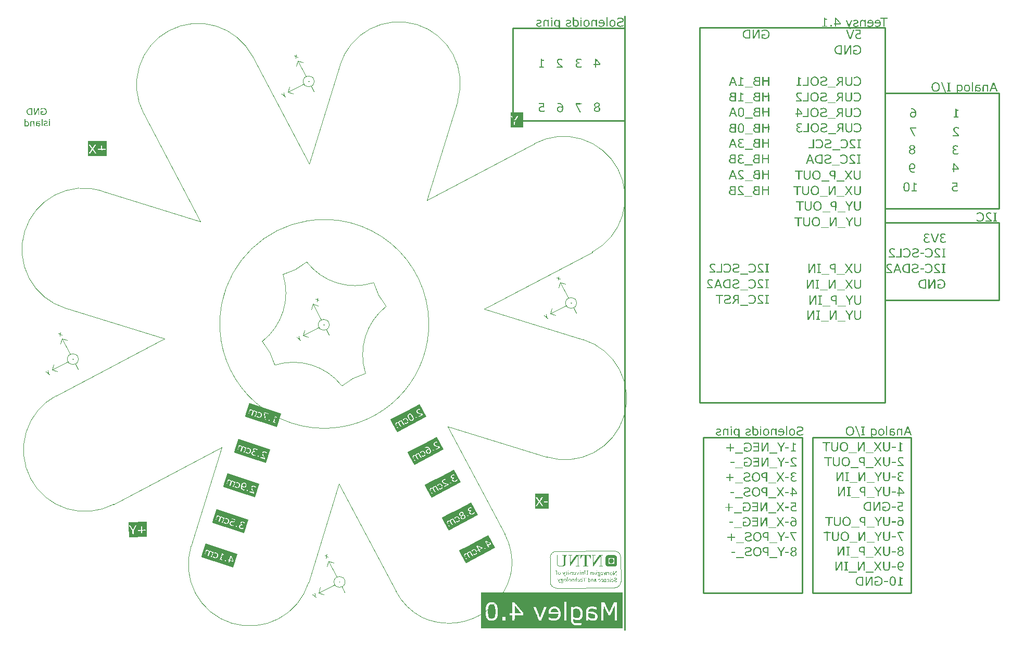
<source format=gbo>
G04 Layer: BottomSilkscreenLayer*
G04 EasyEDA Pro v2.2.32.3, 2024-11-29 12:29:59*
G04 Gerber Generator version 0.3*
G04 Scale: 100 percent, Rotated: No, Reflected: No*
G04 Dimensions in millimeters*
G04 Leading zeros omitted, absolute positions, 3 integers and 5 decimals*
%FSLAX35Y35*%
%MOMM*%
%ADD10C,0.1*%
%ADD11C,0.254*%
%ADD12C,0.2*%
G75*


G04 Image Start*
G36*
G01X8955707Y1250133D02*
G01X8955689Y1247023D01*
G01X8944462Y1247089D01*
G01X8933235Y1247156D01*
G01X8933187Y1247088D01*
G01X8933140Y1247021D01*
G01X8932563Y1181151D01*
G01X8931986Y1115282D01*
G01X8931660Y1111767D01*
G01X8931335Y1108252D01*
G01X8931026Y1105819D01*
G01X8930716Y1103386D01*
G01X8930161Y1100684D01*
G01X8929606Y1097982D01*
G01X8929056Y1096092D01*
G01X8928506Y1094201D01*
G01X8927795Y1092312D01*
G01X8927085Y1090422D01*
G01X8926333Y1088939D01*
G01X8925580Y1087455D01*
G01X8923888Y1084915D01*
G01X8922195Y1082375D01*
G01X8919919Y1080161D01*
G01X8917643Y1077947D01*
G01X8915133Y1076290D01*
G01X8912624Y1074633D01*
G01X8910240Y1073453D01*
G01X8907856Y1072274D01*
G01X8906152Y1071643D01*
G01X8904447Y1071013D01*
G01X8901067Y1070058D01*
G01X8897686Y1069102D01*
G01X8894301Y1068460D01*
G01X8890915Y1067818D01*
G01X8887260Y1067287D01*
G01X8883605Y1066756D01*
G01X8881110Y1066490D01*
G01X8878615Y1066224D01*
G01X8873261Y1065852D01*
G01X8867906Y1065480D01*
G01X8859791Y1065528D01*
G01X8851675Y1065576D01*
G01X8847213Y1065883D01*
G01X8842751Y1066190D01*
G01X8838561Y1066755D01*
G01X8834372Y1067320D01*
G01X8830454Y1068133D01*
G01X8826536Y1068946D01*
G01X8824105Y1069653D01*
G01X8821675Y1070361D01*
G01X8819380Y1071213D01*
G01X8817086Y1072065D01*
G01X8813849Y1073681D01*
G01X8810612Y1075298D01*
G01X8808076Y1077134D01*
G01X8805540Y1078970D01*
G01X8803635Y1080879D01*
G01X8801729Y1082789D01*
G01X8800326Y1084686D01*
G01X8798924Y1086584D01*
G01X8797439Y1089482D01*
G01X8795955Y1092381D01*
G01X8794919Y1095599D01*
G01X8793883Y1098817D01*
G01X8793342Y1101714D01*
G01X8792801Y1104611D01*
G01X8792419Y1108062D01*
G01X8792036Y1111513D01*
G01X8791796Y1116925D01*
G01X8791556Y1122337D01*
G01X8791874Y1176599D01*
G01X8792192Y1230861D01*
G01X8792064Y1239427D01*
G01X8791936Y1247994D01*
G01X8780482Y1248062D01*
G01X8769029Y1248130D01*
G01X8769047Y1251241D01*
G01X8769066Y1254352D01*
G01X8798282Y1254178D01*
G01X8827498Y1254005D01*
G01X8827480Y1250894D01*
G01X8827461Y1247783D01*
G01X8814103Y1247862D01*
G01X8800744Y1247942D01*
G01X8800466Y1232997D01*
G01X8800188Y1218052D01*
G01X8799988Y1165436D01*
G01X8799787Y1112820D01*
G01X8800214Y1109300D01*
G01X8800641Y1105781D01*
G01X8801191Y1103100D01*
G01X8801741Y1100418D01*
G01X8802501Y1098045D01*
G01X8803261Y1095672D01*
G01X8804249Y1093679D01*
G01X8805237Y1091686D01*
G01X8806328Y1090057D01*
G01X8807420Y1088427D01*
G01X8809583Y1086215D01*
G01X8811746Y1084003D01*
G01X8814037Y1082502D01*
G01X8816327Y1081001D01*
G01X8817792Y1080253D01*
G01X8819257Y1079506D01*
G01X8821643Y1078568D01*
G01X8824029Y1077630D01*
G01X8827197Y1076819D01*
G01X8830365Y1076007D01*
G01X8833473Y1075447D01*
G01X8836581Y1074888D01*
G01X8839825Y1074523D01*
G01X8843069Y1074157D01*
G01X8852402Y1074097D01*
G01X8861735Y1074037D01*
G01X8864983Y1074373D01*
G01X8868232Y1074709D01*
G01X8871617Y1075354D01*
G01X8875003Y1076000D01*
G01X8878090Y1076942D01*
G01X8881177Y1077884D01*
G01X8883442Y1078915D01*
G01X8885707Y1079945D01*
G01X8888086Y1081468D01*
G01X8890464Y1082992D01*
G01X8892664Y1085209D01*
G01X8894863Y1087427D01*
G01X8896014Y1089149D01*
G01X8897165Y1090870D01*
G01X8898096Y1092758D01*
G01X8899027Y1094647D01*
G01X8899855Y1097131D01*
G01X8900683Y1099615D01*
G01X8901235Y1102398D01*
G01X8901786Y1105181D01*
G01X8902097Y1107884D01*
G01X8902408Y1110588D01*
G01X8902699Y1116132D01*
G01X8902991Y1121676D01*
G01X8903295Y1171880D01*
G01X8903599Y1222084D01*
G01X8903494Y1234708D01*
G01X8903390Y1247333D01*
G01X8890314Y1247410D01*
G01X8877237Y1247488D01*
G01X8877256Y1250599D01*
G01X8877274Y1253710D01*
G01X8916500Y1253477D01*
G01X8955726Y1253244D01*
G01X8955707Y1250133D01*
G37*
G36*
G01X9725630Y1248776D02*
G01X9726576Y1248678D01*
G01X9729009Y1248371D01*
G01X9731442Y1248064D01*
G01X9733958Y1247379D01*
G01X9736474Y1246693D01*
G01X9738651Y1245875D01*
G01X9740828Y1245058D01*
G01X9743447Y1243693D01*
G01X9746067Y1242327D01*
G01X9748467Y1240724D01*
G01X9750867Y1239120D01*
G01X9753289Y1236943D01*
G01X9755711Y1234767D01*
G01X9757067Y1233171D01*
G01X9758423Y1231574D01*
G01X9759641Y1229944D01*
G01X9760860Y1228314D01*
G01X9761841Y1226748D01*
G01X9762823Y1225182D01*
G01X9764036Y1222729D01*
G01X9765250Y1220277D01*
G01X9766134Y1217784D01*
G01X9767019Y1215292D01*
G01X9767560Y1212854D01*
G01X9768100Y1210416D01*
G01X9768447Y1207979D01*
G01X9768794Y1205543D01*
G01X9768494Y1155091D01*
G01X9768195Y1104640D01*
G01X9767821Y1102207D01*
G01X9767446Y1099775D01*
G01X9766646Y1096724D01*
G01X9765845Y1093673D01*
G01X9764690Y1090823D01*
G01X9763535Y1087973D01*
G01X9762188Y1085642D01*
G01X9760840Y1083312D01*
G01X9759301Y1081162D01*
G01X9757763Y1079011D01*
G01X9754225Y1075487D01*
G01X9750687Y1071963D01*
G01X9747564Y1069941D01*
G01X9744441Y1067918D01*
G01X9742174Y1066800D01*
G01X9739908Y1065682D01*
G01X9737835Y1064933D01*
G01X9735762Y1064183D01*
G01X9733652Y1063605D01*
G01X9731542Y1063027D01*
G01X9728505Y1062523D01*
G01X9725469Y1062019D01*
G01X9674476Y1062321D01*
G01X9623482Y1062624D01*
G01X9620510Y1063158D01*
G01X9617537Y1063692D01*
G01X9615471Y1064277D01*
G01X9613406Y1064862D01*
G01X9611218Y1065675D01*
G01X9609029Y1066488D01*
G01X9606864Y1067593D01*
G01X9604699Y1068698D01*
G01X9602754Y1069956D01*
G01X9600809Y1071213D01*
G01X9598631Y1072929D01*
G01X9596453Y1074644D01*
G01X9594091Y1077180D01*
G01X9591729Y1079716D01*
G01X9590592Y1081211D01*
G01X9589454Y1082705D01*
G01X9588349Y1084537D01*
G01X9587244Y1086369D01*
G01X9586136Y1088605D01*
G01X9585029Y1090840D01*
G01X9584152Y1093151D01*
G01X9583275Y1095462D01*
G01X9582619Y1098168D01*
G01X9581963Y1100875D01*
G01X9581614Y1103312D01*
G01X9581265Y1105749D01*
G01X9581564Y1156200D01*
G01X9581864Y1206651D01*
G01X9582239Y1209084D01*
G01X9582615Y1211516D01*
G01X9583184Y1213942D01*
G01X9583754Y1216368D01*
G01X9584820Y1219156D01*
G01X9585886Y1221944D01*
G01X9586845Y1223821D01*
G01X9587804Y1225697D01*
G01X9588926Y1227506D01*
G01X9590049Y1229316D01*
G01X9591613Y1231341D01*
G01X9593178Y1233366D01*
G01X9595613Y1235796D01*
G01X9598049Y1238227D01*
G01X9600340Y1239965D01*
G01X9602632Y1241704D01*
G01X9604532Y1242806D01*
G01X9606432Y1243907D01*
G01X9608168Y1244766D01*
G01X9609905Y1245625D01*
G01X9612237Y1246499D01*
G01X9614569Y1247373D01*
G01X9616737Y1247960D01*
G01X9618904Y1248548D01*
G01X9621206Y1248959D01*
G01X9623508Y1249369D01*
G01X9674096Y1249122D01*
G01X9724684Y1248875D01*
G01X9725630Y1248776D01*
G37*
%LPC*%
G36*
G01X9628230Y1156059D02*
G01X9627953Y1109394D01*
G01X9674753Y1109117D01*
G01X9721554Y1108839D01*
G01X9721830Y1155503D01*
G01X9722107Y1202167D01*
G01X9675307Y1202445D01*
G01X9628507Y1202723D01*
G01X9628230Y1156059D01*
G37*
%LPD*%
G36*
G01X9681208Y1193879D02*
G01X9683776Y1193505D01*
G01X9686611Y1192645D01*
G01X9689447Y1191786D01*
G01X9692414Y1190319D01*
G01X9695381Y1188853D01*
G01X9697793Y1187121D01*
G01X9700206Y1185389D01*
G01X9702638Y1182924D01*
G01X9705070Y1180459D01*
G01X9706599Y1178291D01*
G01X9708128Y1176122D01*
G01X9709349Y1173794D01*
G01X9710570Y1171465D01*
G01X9711736Y1167839D01*
G01X9712903Y1164213D01*
G01X9713243Y1162047D01*
G01X9713583Y1159881D01*
G01X9713550Y1155688D01*
G01X9713518Y1151495D01*
G01X9713060Y1149063D01*
G01X9712601Y1146631D01*
G01X9711602Y1143673D01*
G01X9710602Y1140715D01*
G01X9709634Y1138815D01*
G01X9708666Y1136915D01*
G01X9707436Y1135029D01*
G01X9706206Y1133142D01*
G01X9704442Y1131050D01*
G01X9702679Y1128958D01*
G01X9700671Y1127228D01*
G01X9698664Y1125498D01*
G01X9696687Y1124181D01*
G01X9694711Y1122864D01*
G01X9692272Y1121658D01*
G01X9689832Y1120451D01*
G01X9686717Y1119479D01*
G01X9683601Y1118508D01*
G01X9680623Y1118101D01*
G01X9677645Y1117694D01*
G01X9673723Y1117859D01*
G01X9669801Y1118024D01*
G01X9667640Y1118486D01*
G01X9665478Y1118948D01*
G01X9662657Y1119903D01*
G01X9659835Y1120859D01*
G01X9657220Y1122246D01*
G01X9654605Y1123634D01*
G01X9652345Y1125351D01*
G01X9650084Y1127069D01*
G01X9647515Y1129778D01*
G01X9644945Y1132487D01*
G01X9643459Y1134764D01*
G01X9641972Y1137040D01*
G01X9640907Y1139211D01*
G01X9639842Y1141381D01*
G01X9638869Y1144462D01*
G01X9637895Y1147543D01*
G01X9637495Y1150287D01*
G01X9637094Y1153030D01*
G01X9637114Y1156276D01*
G01X9637133Y1159523D01*
G01X9637566Y1162261D01*
G01X9637998Y1165000D01*
G01X9639009Y1168069D01*
G01X9640019Y1171138D01*
G01X9641117Y1173296D01*
G01X9642215Y1175453D01*
G01X9643740Y1177744D01*
G01X9645264Y1180034D01*
G01X9648402Y1183145D01*
G01X9651540Y1186256D01*
G01X9654272Y1188042D01*
G01X9657005Y1189827D01*
G01X9659023Y1190738D01*
G01X9661040Y1191650D01*
G01X9664151Y1192629D01*
G01X9667262Y1193608D01*
G01X9670110Y1193970D01*
G01X9672959Y1194333D01*
G01X9675800Y1194293D01*
G01X9678640Y1194254D01*
G01X9681208Y1193879D01*
G37*
G36*
G01X9161303Y1248914D02*
G01X9161285Y1245803D01*
G01X9149156Y1245875D01*
G01X9137026Y1245947D01*
G01X9136767Y1232354D01*
G01X9136507Y1218762D01*
G01X9136157Y1159789D01*
G01X9135807Y1100817D01*
G01X9135903Y1086816D01*
G01X9135999Y1072816D01*
G01X9148129Y1072744D01*
G01X9160258Y1072672D01*
G01X9160239Y1069426D01*
G01X9160219Y1066180D01*
G01X9129786Y1066360D01*
G01X9099352Y1066541D01*
G01X9099371Y1069787D01*
G01X9099390Y1073033D01*
G01X9113426Y1072950D01*
G01X9127461Y1072867D01*
G01X9127719Y1085377D01*
G01X9127977Y1097887D01*
G01X9128315Y1169080D01*
G01X9128653Y1240273D01*
G01X9067135Y1151910D01*
G01X9005617Y1063547D01*
G01X9005201Y1063670D01*
G01X9004785Y1063793D01*
G01X9003097Y1064284D01*
G01X9001409Y1064776D01*
G01X9001894Y1146630D01*
G01X9002380Y1228485D01*
G01X9002255Y1237616D01*
G01X9002131Y1246747D01*
G01X8990813Y1246814D01*
G01X8979495Y1246881D01*
G01X8979513Y1249992D01*
G01X8979531Y1253103D01*
G01X9008883Y1252929D01*
G01X9038235Y1252755D01*
G01X9038216Y1249644D01*
G01X9038198Y1246533D01*
G01X9024580Y1246614D01*
G01X9010963Y1246695D01*
G01X9010730Y1237566D01*
G01X9010497Y1228437D01*
G01X9010177Y1174503D01*
G01X9009856Y1120570D01*
G01X9048499Y1176035D01*
G01X9087142Y1231499D01*
G01X9094407Y1241936D01*
G01X9101672Y1252373D01*
G01X9131497Y1252199D01*
G01X9161322Y1252025D01*
G01X9161303Y1248914D01*
G37*
G36*
G01X9539763Y1246670D02*
G01X9539744Y1243558D01*
G01X9527749Y1243629D01*
G01X9515753Y1243700D01*
G01X9515548Y1239035D01*
G01X9515344Y1234369D01*
G01X9514886Y1157137D01*
G01X9514427Y1079904D01*
G01X9514577Y1075237D01*
G01X9514726Y1070569D01*
G01X9526722Y1070498D01*
G01X9538717Y1070427D01*
G01X9538698Y1067181D01*
G01X9538679Y1063935D01*
G01X9508245Y1064115D01*
G01X9477811Y1064296D01*
G01X9477831Y1067542D01*
G01X9477850Y1070788D01*
G01X9492052Y1070704D01*
G01X9506255Y1070620D01*
G01X9506751Y1154263D01*
G01X9507247Y1237907D01*
G01X9507011Y1237651D01*
G01X9506775Y1237396D01*
G01X9445571Y1149432D01*
G01X9384366Y1061468D01*
G01X9384302Y1061380D01*
G01X9384237Y1061291D01*
G01X9382075Y1061925D01*
G01X9379912Y1062558D01*
G01X9379954Y1072442D01*
G01X9379996Y1082325D01*
G01X9380472Y1163412D01*
G01X9380948Y1244500D01*
G01X9369586Y1244567D01*
G01X9358225Y1244634D01*
G01X9358243Y1247745D01*
G01X9358261Y1250856D01*
G01X9387613Y1250682D01*
G01X9416965Y1250508D01*
G01X9416946Y1247397D01*
G01X9416928Y1244286D01*
G01X9403174Y1244368D01*
G01X9389421Y1244449D01*
G01X9388853Y1181526D01*
G01X9388285Y1118604D01*
G01X9388391Y1118497D01*
G01X9388497Y1118390D01*
G01X9426264Y1172597D01*
G01X9464032Y1226804D01*
G01X9472112Y1238401D01*
G01X9480193Y1249998D01*
G01X9509987Y1249890D01*
G01X9539781Y1249782D01*
G01X9539763Y1246670D01*
G37*
G36*
G01X9341260Y1221199D02*
G01X9341166Y1191442D01*
G01X9337286Y1191465D01*
G01X9333406Y1191488D01*
G01X9333114Y1195345D01*
G01X9332822Y1199201D01*
G01X9332261Y1202586D01*
G01X9331700Y1205971D01*
G01X9330794Y1209195D01*
G01X9329888Y1212419D01*
G01X9328808Y1215159D01*
G01X9327728Y1217898D01*
G01X9326250Y1220747D01*
G01X9324772Y1223597D01*
G01X9323037Y1226282D01*
G01X9321302Y1228968D01*
G01X9319881Y1230765D01*
G01X9318460Y1232561D01*
G01X9316145Y1234805D01*
G01X9313829Y1237048D01*
G01X9312406Y1237969D01*
G01X9310983Y1238891D01*
G01X9309095Y1239853D01*
G01X9307207Y1240815D01*
G01X9305027Y1241517D01*
G01X9302847Y1242219D01*
G01X9300588Y1242661D01*
G01X9298329Y1243103D01*
G01X9293984Y1243394D01*
G01X9289639Y1243684D01*
G01X9281624Y1243734D01*
G01X9273608Y1243784D01*
G01X9273302Y1225863D01*
G01X9272996Y1207943D01*
G01X9272696Y1140130D01*
G01X9272396Y1072317D01*
G01X9272543Y1072168D01*
G01X9272690Y1072019D01*
G01X9286877Y1071860D01*
G01X9301063Y1071702D01*
G01X9300961Y1068524D01*
G01X9300859Y1065345D01*
G01X9257726Y1065601D01*
G01X9214594Y1065857D01*
G01X9214613Y1069103D01*
G01X9214633Y1072350D01*
G01X9228792Y1072266D01*
G01X9242952Y1072182D01*
G01X9243159Y1077093D01*
G01X9243366Y1082005D01*
G01X9243820Y1158474D01*
G01X9244273Y1234944D01*
G01X9244122Y1239452D01*
G01X9243971Y1243960D01*
G01X9235778Y1244008D01*
G01X9227584Y1244057D01*
G01X9224118Y1243792D01*
G01X9220653Y1243528D01*
G01X9218213Y1243161D01*
G01X9215773Y1242794D01*
G01X9213337Y1242113D01*
G01X9210901Y1241432D01*
G01X9208646Y1240377D01*
G01X9206390Y1239321D01*
G01X9204429Y1237983D01*
G01X9202469Y1236645D01*
G01X9200410Y1234689D01*
G01X9198351Y1232733D01*
G01X9197079Y1231015D01*
G01X9195808Y1229297D01*
G01X9194017Y1226365D01*
G01X9192227Y1223433D01*
G01X9191115Y1221074D01*
G01X9190002Y1218715D01*
G01X9188948Y1215937D01*
G01X9187894Y1213160D01*
G01X9187081Y1210268D01*
G01X9186268Y1207375D01*
G01X9185826Y1205262D01*
G01X9185384Y1203148D01*
G01X9184816Y1199082D01*
G01X9184249Y1195015D01*
G01X9184241Y1193694D01*
G01X9184234Y1192373D01*
G01X9180176Y1192397D01*
G01X9176118Y1192421D01*
G01X9176294Y1222178D01*
G01X9176471Y1251935D01*
G01X9258912Y1251446D01*
G01X9341354Y1250956D01*
G01X9341260Y1221199D01*
G37*
G04 Image End*

G04 Text Start*
G36*
G01X6560506Y3709279D02*
G01X6669455Y3501163D01*
G01X6190294Y3250321D01*
G01X6120023Y3384555D01*
G01X6163667Y3384555D01*
G01X6163718Y3381845D01*
G01X6163983Y3379247D01*
G01X6164238Y3377192D01*
G01X6164923Y3375361D01*
G01X6165505Y3373203D01*
G01X6166987Y3369327D01*
G01X6168571Y3365779D01*
G01X6181624Y3340323D01*
G01X6195433Y3314989D01*
G01X6197274Y3315132D01*
G01X6201037Y3316829D01*
G01X6207153Y3320304D01*
G01X6208544Y3321306D01*
G01X6196064Y3345146D01*
G01X6183461Y3369743D01*
G01X6182327Y3372432D01*
G01X6180743Y3375981D01*
G01X6180048Y3378354D01*
G01X6179465Y3380512D01*
G01X6179098Y3382782D01*
G01X6179170Y3384735D01*
G01X6179774Y3387240D01*
G01X6181135Y3389868D01*
G01X6182618Y3391739D01*
G01X6183896Y3392956D01*
G01X6187650Y3395194D01*
G01X6192487Y3397453D01*
G01X6194860Y3398148D01*
G01X6196588Y3398505D01*
G01X6198859Y3398873D01*
G01X6201456Y3399138D01*
G01X6203624Y3399179D01*
G01X6207530Y3399034D01*
G01X6209811Y3398860D01*
G01X6213942Y3398286D01*
G01X6215169Y3397903D01*
G01X6216028Y3396916D01*
G01X6216825Y3394870D01*
G01X6230777Y3367696D01*
G01X6241394Y3347807D01*
G01X6245588Y3340972D01*
G01X6247451Y3341332D01*
G01X6251079Y3343026D01*
G01X6256981Y3346389D01*
G01X6258372Y3347391D01*
G01X6245891Y3371231D01*
G01X6232614Y3397116D01*
G01X6231695Y3399918D01*
G01X6230672Y3402393D01*
G01X6229416Y3405840D01*
G01X6229038Y3408652D01*
G01X6229110Y3410605D01*
G01X6229704Y3413652D01*
G01X6230430Y3415401D01*
G01X6231913Y3417272D01*
G01X6233294Y3418816D01*
G01X6237048Y3421054D01*
G01X6242315Y3423538D01*
G01X6245874Y3424580D01*
G01X6248144Y3424948D01*
G01X6250200Y3425203D01*
G01X6254106Y3425059D01*
G01X6256274Y3425099D01*
G01X6258227Y3425027D01*
G01X6260834Y3424750D01*
G01X6263769Y3424371D01*
G01X6265180Y3424289D01*
G01X6280022Y3395939D01*
G01X6295630Y3367169D01*
G01X6297601Y3367585D01*
G01X6301981Y3369673D01*
G01X6301981Y3369673D01*
G01X6307985Y3373363D01*
G01X6303352Y3383388D01*
G01X6288616Y3411930D01*
G01X6273529Y3440357D01*
G01X6267846Y3450038D01*
G01X6265982Y3449678D01*
G01X6262353Y3447983D01*
G01X6256452Y3444620D01*
G01X6255061Y3443619D01*
G01X6257085Y3439753D01*
G01X6258414Y3436823D01*
G01X6258352Y3435764D01*
G01X6256726Y3435734D01*
G01X6254988Y3435919D01*
G01X6251941Y3436512D01*
G01X6250202Y3436697D01*
G01X6248034Y3436657D01*
G01X6244128Y3436801D01*
G01X6241745Y3436648D01*
G01X6239905Y3436505D01*
G01X6238391Y3436260D01*
G01X6234505Y3435320D01*
G01X6229453Y3432949D01*
G01X6224625Y3430148D01*
G01X6223234Y3429146D01*
G01X6221526Y3427705D01*
G01X6218765Y3424617D01*
G01X6216545Y3421540D01*
G01X6215296Y3418697D01*
G01X6214468Y3416622D01*
G01X6214078Y3414229D01*
G01X6213782Y3412705D01*
G01X6213699Y3411294D01*
G01X6213075Y3409873D01*
G01X6211674Y3409413D01*
G01X6208627Y3410007D01*
G01X6202430Y3410867D01*
G01X6200150Y3411042D01*
G01X6198197Y3411114D01*
G01X6196029Y3411073D01*
G01X6193646Y3410920D01*
G01X6191049Y3410655D01*
G01X6188993Y3410400D01*
G01X6185107Y3409460D01*
G01X6179840Y3406977D01*
G01X6174798Y3404063D01*
G01X6173192Y3402949D01*
G01X6171054Y3401283D01*
G01X6169142Y3399187D01*
G01X6167658Y3397316D01*
G01X6166492Y3395885D01*
G01X6165868Y3394463D01*
G01X6165142Y3392715D01*
G01X6164630Y3391079D01*
G01X6164333Y3389555D01*
G01X6163831Y3387377D01*
G01X6163667Y3384555D01*
G01X6120023Y3384555D01*
G01X6083346Y3454614D01*
G01X6286519Y3454614D01*
G01X6290117Y3447742D01*
G01X6293005Y3442618D01*
G01X6294472Y3440991D01*
G01X6295433Y3441768D01*
G01X6296375Y3443629D01*
G01X6297633Y3445930D01*
G01X6299945Y3449876D01*
G01X6301316Y3451962D01*
G01X6302799Y3453833D01*
G01X6305561Y3456921D01*
G01X6307371Y3458690D01*
G01X6309079Y3460131D01*
G01X6312291Y3462359D01*
G01X6313682Y3463361D01*
G01X6316914Y3464506D01*
G01X6319388Y3465528D01*
G01X6322518Y3466345D01*
G01X6325330Y3466723D01*
G01X6327498Y3466763D01*
G01X6329778Y3466589D01*
G01X6331844Y3466302D01*
G01X6333368Y3466005D01*
G01X6335658Y3465289D01*
G01X6337846Y3464245D01*
G01X6339820Y3463089D01*
G01X6341905Y3461718D01*
G01X6344993Y3458956D01*
G01X6346762Y3457146D01*
G01X6348203Y3455438D01*
G01X6350432Y3452227D01*
G01X6353120Y3447614D01*
G01X6356053Y3441488D01*
G01X6357198Y3438256D01*
G01X6357893Y3435883D01*
G01X6358832Y3431997D01*
G01X6359200Y3429727D01*
G01X6359353Y3427344D01*
G01X6359291Y3424849D01*
G01X6359014Y3422242D01*
G01X6358512Y3420064D01*
G01X6357489Y3416792D01*
G01X6356865Y3415370D01*
G01X6355811Y3413724D01*
G01X6354543Y3411965D01*
G01X6352845Y3409982D01*
G01X6351034Y3408213D01*
G01X6347393Y3405760D01*
G01X6346002Y3404758D01*
G01X6344386Y3404186D01*
G01X6340725Y3402817D01*
G01X6338353Y3402122D01*
G01X6335223Y3401304D01*
G01X6332196Y3400814D01*
G01X6329814Y3400661D01*
G01X6325478Y3400581D01*
G01X6323197Y3400755D01*
G01X6320590Y3401032D01*
G01X6318637Y3401104D01*
G01X6317113Y3401401D01*
G01X6315487Y3401371D01*
G01X6315770Y3399261D01*
G01X6318338Y3393833D01*
G01X6322049Y3386746D01*
G01X6323347Y3386878D01*
G01X6325515Y3386919D01*
G01X6329197Y3387204D01*
G01X6333308Y3387714D01*
G01X6335578Y3388082D01*
G01X6338063Y3388562D01*
G01X6340978Y3389267D01*
G01X6343565Y3390074D01*
G01X6350765Y3393570D01*
G01X6350765Y3393570D01*
G01X6357740Y3397495D01*
G01X6358804Y3398599D01*
G01X6360727Y3400153D01*
G01X6363182Y3402259D01*
G01X6365309Y3404467D01*
G01X6366792Y3406338D01*
G01X6368061Y3408097D01*
G01X6369432Y3410183D01*
G01X6370690Y3412483D01*
G01X6371631Y3414344D01*
G01X6372255Y3415765D01*
G01X6373791Y3420673D01*
G01X6374087Y3422197D01*
G01X6374272Y3423935D01*
G01X6374446Y3426216D01*
G01X6374508Y3428711D01*
G01X6374468Y3430879D01*
G01X6374315Y3433262D01*
G01X6373457Y3438559D01*
G01X6372068Y3443304D01*
G01X6370473Y3447395D01*
G01X6367877Y3452877D01*
G01X6364852Y3458134D01*
G01X6362623Y3461345D01*
G01X6361621Y3462736D01*
G01X6359955Y3464874D01*
G01X6358186Y3466684D01*
G01X6356857Y3468177D01*
G01X6355201Y3469773D01*
G01X6353218Y3471471D01*
G01X6350907Y3473272D01*
G01X6348494Y3474745D01*
G01X6346633Y3475686D01*
G01X6345427Y3476422D01*
G01X6344005Y3477046D01*
G01X6336807Y3479298D01*
G01X6334414Y3479687D01*
G01X6332348Y3479974D01*
G01X6329853Y3480036D01*
G01X6325517Y3479955D01*
G01X6322705Y3479578D01*
G01X6320435Y3479210D01*
G01X6315260Y3477596D01*
G01X6309134Y3474662D01*
G01X6302803Y3471074D01*
G01X6300451Y3469296D01*
G01X6298528Y3467742D01*
G01X6296820Y3466300D01*
G01X6295009Y3464532D01*
G01X6291818Y3461219D01*
G01X6290120Y3459236D01*
G01X6288637Y3457365D01*
G01X6287368Y3455606D01*
G01X6286519Y3454614D01*
G01X6083346Y3454614D01*
G01X6081345Y3458437D01*
G01X6189081Y3514837D01*
G01X6364446Y3514837D01*
G01X6364599Y3512454D01*
G01X6365109Y3508343D01*
G01X6365477Y3506073D01*
G01X6366182Y3503159D01*
G01X6366662Y3500674D01*
G01X6368276Y3495499D01*
G01X6369421Y3492267D01*
G01X6371015Y3488176D01*
G01X6374633Y3480219D01*
G01X6376780Y3475597D01*
G01X6379355Y3471199D01*
G01X6383833Y3463692D01*
G01X6385059Y3461871D01*
G01X6386511Y3459621D01*
G01X6388514Y3456839D01*
G01X6390293Y3454487D01*
G01X6391847Y3452564D01*
G01X6394066Y3449894D01*
G01X6396499Y3447337D01*
G01X6398707Y3445210D01*
G01X6400690Y3443512D01*
G01X6404208Y3440975D01*
G01X6405854Y3439921D01*
G01X6407173Y3438970D01*
G01X6408706Y3438131D01*
G01X6411549Y3436883D01*
G01X6415475Y3435655D01*
G01X6417868Y3435265D01*
G01X6419934Y3434979D01*
G01X6422429Y3434917D01*
G01X6424597Y3434957D01*
G01X6426652Y3435212D01*
G01X6428923Y3435580D01*
G01X6431622Y3436172D01*
G01X6433995Y3436867D01*
G01X6440980Y3440250D01*
G01X6440980Y3440250D01*
G01X6447741Y3444063D01*
G01X6448804Y3445167D01*
G01X6450727Y3446721D01*
G01X6452752Y3448602D01*
G01X6454450Y3450585D01*
G01X6455934Y3452456D01*
G01X6456987Y3454103D01*
G01X6458246Y3456403D01*
G01X6459289Y3458591D01*
G01X6461029Y3464154D01*
G01X6461408Y3467089D01*
G01X6461685Y3469696D01*
G01X6461747Y3472191D01*
G01X6461594Y3474574D01*
G01X6461329Y3477172D01*
G01X6460839Y3480198D01*
G01X6460236Y3483440D01*
G01X6459756Y3485925D01*
G01X6458142Y3491100D01*
G01X6456997Y3494332D01*
G01X6456953Y3494446D01*
G01X6492236Y3494446D01*
G01X6502355Y3475116D01*
G01X6519108Y3483886D01*
G01X6514048Y3493551D01*
G01X6514048Y3493551D01*
G01X6508988Y3503216D01*
G01X6492236Y3494446D01*
G01X6456953Y3494446D01*
G01X6455403Y3498423D01*
G01X6452684Y3504661D01*
G01X6449189Y3511861D01*
G01X6445264Y3518836D01*
G01X6441686Y3524625D01*
G01X6440572Y3526231D01*
G01X6439232Y3528266D01*
G01X6437229Y3531048D01*
G01X6435450Y3533401D01*
G01X6431126Y3538525D01*
G01X6429357Y3540335D01*
G01X6427701Y3541931D01*
G01X6426157Y3543312D01*
G01X6423294Y3545644D01*
G01X6421648Y3546698D01*
G01X6419563Y3548069D01*
G01X6417701Y3549010D01*
G01X6416168Y3549849D01*
G01X6414419Y3550575D01*
G01X6410493Y3551803D01*
G01X6408100Y3552192D01*
G01X6406034Y3552479D01*
G01X6403539Y3552541D01*
G01X6401371Y3552501D01*
G01X6399316Y3552246D01*
G01X6397046Y3551878D01*
G01X6394346Y3551286D01*
G01X6391973Y3550591D01*
G01X6385632Y3547545D01*
G01X6379516Y3544070D01*
G01X6377164Y3542291D01*
G01X6374709Y3540185D01*
G01X6373113Y3538529D01*
G01X6371732Y3536985D01*
G01X6368878Y3533028D01*
G01X6367937Y3531167D01*
G01X6367098Y3529633D01*
G01X6366372Y3527885D01*
G01X6365348Y3524613D01*
G01X6364959Y3522220D01*
G01X6364683Y3519613D01*
G01X6364508Y3517332D01*
G01X6364446Y3514837D01*
G01X6189081Y3514837D01*
G01X6337864Y3592725D01*
G01X6505912Y3592725D01*
G01X6505952Y3590557D01*
G01X6506095Y3588717D01*
G01X6506350Y3586661D01*
G01X6506942Y3583961D01*
G01X6507637Y3581589D01*
G01X6509221Y3578040D01*
G01X6511910Y3573427D01*
G01X6514138Y3570216D01*
G01X6516357Y3567546D01*
G01X6518677Y3565204D01*
G01X6520661Y3563506D01*
G01X6522532Y3562023D01*
G01X6524290Y3560754D01*
G01X6525936Y3559701D01*
G01X6527910Y3558544D01*
G01X6529771Y3557603D01*
G01X6531959Y3556560D01*
G01X6534801Y3555311D01*
G01X6536990Y3554268D01*
G01X6538626Y3553756D01*
G01X6542123Y3552303D01*
G01X6555865Y3548005D01*
G01X6558258Y3547616D01*
G01X6563166Y3546081D01*
G01X6567522Y3545077D01*
G01X6569813Y3544361D01*
G01X6572206Y3543972D01*
G01X6573842Y3543460D01*
G01X6586910Y3540451D01*
G01X6592462Y3539253D01*
G01X6594098Y3538741D01*
G01X6587640Y3534744D01*
G01X6567159Y3523817D01*
G01X6539668Y3509426D01*
G01X6545740Y3497828D01*
G01X6615756Y3534482D01*
G01X6615756Y3534482D01*
G01X6612383Y3540925D01*
G01X6608233Y3548330D01*
G01X6607379Y3549046D01*
G01X6604521Y3549670D01*
G01X6591453Y3552680D01*
G01X6587752Y3553478D01*
G01X6583395Y3554482D01*
G01X6581759Y3554993D01*
G01X6578712Y3555587D01*
G01X6575440Y3556611D01*
G01X6572393Y3557204D01*
G01X6552760Y3563345D01*
G01X6548609Y3565002D01*
G01X6546973Y3565514D01*
G01X6545552Y3566138D01*
G01X6543476Y3566967D01*
G01X6541288Y3568011D01*
G01X6539427Y3568952D01*
G01X6537454Y3570108D01*
G01X6535920Y3570947D01*
G01X6534274Y3572000D01*
G01X6532290Y3573698D01*
G01X6530082Y3575826D01*
G01X6528313Y3577637D01*
G01X6524971Y3582454D01*
G01X6524061Y3584714D01*
G01X6523141Y3587516D01*
G01X6522324Y3590645D01*
G01X6522171Y3593028D01*
G01X6522141Y3594654D01*
G01X6522438Y3596178D01*
G01X6523461Y3599450D01*
G01X6524085Y3600871D01*
G01X6525139Y3602517D01*
G01X6526622Y3604388D01*
G01X6528218Y3606044D01*
G01X6529711Y3607373D01*
G01X6533352Y3609827D01*
G01X6534958Y3610941D01*
G01X6538619Y3612310D01*
G01X6541309Y3613445D01*
G01X6543682Y3614140D01*
G01X6546269Y3614947D01*
G01X6549184Y3615652D01*
G01X6553724Y3616387D01*
G01X6556322Y3616652D01*
G01X6558704Y3616805D01*
G01X6563040Y3616886D01*
G01X6564993Y3616814D01*
G01X6566732Y3616629D01*
G01X6568245Y3616874D01*
G01X6568018Y3618876D01*
G01X6565619Y3623982D01*
G01X6561581Y3631172D01*
G01X6559731Y3631571D01*
G01X6557348Y3631418D01*
G01X6550537Y3630316D01*
G01X6547622Y3629611D01*
G01X6545137Y3629131D01*
G01X6540392Y3627741D01*
G01X6536731Y3626372D01*
G01X6530175Y3623213D01*
G01X6522985Y3619176D01*
G01X6520203Y3617172D01*
G01X6517534Y3614954D01*
G01X6515723Y3613185D01*
G01X6514128Y3611529D01*
G01X6512645Y3609658D01*
G01X6511376Y3607899D01*
G01X6510005Y3605814D01*
G01X6508952Y3604167D01*
G01X6508327Y3602746D01*
G01X6506281Y3596202D01*
G01X6505984Y3594679D01*
G01X6505912Y3592725D01*
G01X6337864Y3592725D01*
G01X6560506Y3709279D01*
G37*
G36*
G01X6438130Y3453534D02*
G01X6436310Y3452308D01*
G01X6434162Y3451184D01*
G01X6430501Y3449814D01*
G01X6427372Y3448997D01*
G01X6424989Y3448844D01*
G01X6422821Y3448804D01*
G01X6420755Y3449090D01*
G01X6416829Y3450319D01*
G01X6414528Y3451577D01*
G01X6412882Y3452630D01*
G01X6411011Y3454114D01*
G01X6407147Y3457837D01*
G01X6404264Y3461253D01*
G01X6402035Y3464465D01*
G01X6399132Y3468965D01*
G01X6392059Y3481954D01*
G01X6385415Y3495167D01*
G01X6384506Y3497427D01*
G01X6383146Y3500547D01*
G01X6382002Y3503778D01*
G01X6381307Y3506151D01*
G01X6380735Y3507767D01*
G01X6380265Y3509710D01*
G01X6379530Y3514250D01*
G01X6379377Y3516633D01*
G01X6379336Y3518801D01*
G01X6379511Y3521082D01*
G01X6380012Y3523260D01*
G01X6380524Y3524896D01*
G01X6381353Y3526971D01*
G01X6382509Y3528945D01*
G01X6383992Y3530816D01*
G01X6385588Y3532472D01*
G01X6388799Y3534700D01*
G01X6390190Y3535702D01*
G01X6391806Y3536275D01*
G01X6395467Y3537644D01*
G01X6397625Y3538226D01*
G01X6399895Y3538594D01*
G01X6402063Y3538634D01*
G01X6404017Y3538562D01*
G01X6407064Y3537968D01*
G01X6408373Y3537559D01*
G01X6409794Y3536935D01*
G01X6411328Y3536096D01*
G01X6412974Y3535042D01*
G01X6414732Y3533774D01*
G01X6418045Y3530582D01*
G01X6419926Y3528557D01*
G01X6421480Y3526634D01*
G01X6423483Y3523853D01*
G01X6426386Y3519352D01*
G01X6431313Y3510986D01*
G01X6434564Y3505300D01*
G01X6437385Y3499388D01*
G01X6441678Y3490143D01*
G01X6442362Y3488312D01*
G01X6443497Y3485623D01*
G01X6444416Y3482820D01*
G01X6445111Y3480448D01*
G01X6446051Y3476562D01*
G01X6446418Y3474291D01*
G01X6446684Y3471694D01*
G01X6446847Y3468769D01*
G01X6446560Y3466704D01*
G01X6446376Y3464965D01*
G01X6445772Y3462460D01*
G01X6444411Y3459832D01*
G01X6443040Y3457746D01*
G01X6441659Y3456203D01*
G01X6440380Y3454986D01*
G01X6438130Y3453534D01*
G37*
G36*
G01X6839906Y3175879D02*
G01X6948855Y2967763D01*
G01X6469694Y2716921D01*
G01X6399423Y2851155D01*
G01X6443067Y2851155D01*
G01X6443118Y2848445D01*
G01X6443383Y2845847D01*
G01X6443638Y2843792D01*
G01X6444323Y2841961D01*
G01X6444905Y2839803D01*
G01X6446387Y2835927D01*
G01X6447971Y2832379D01*
G01X6461024Y2806923D01*
G01X6474833Y2781589D01*
G01X6476674Y2781732D01*
G01X6480437Y2783429D01*
G01X6486553Y2786904D01*
G01X6487944Y2787906D01*
G01X6475464Y2811746D01*
G01X6462861Y2836343D01*
G01X6461727Y2839032D01*
G01X6460143Y2842581D01*
G01X6459448Y2844954D01*
G01X6458865Y2847112D01*
G01X6458498Y2849382D01*
G01X6458570Y2851335D01*
G01X6459174Y2853840D01*
G01X6460535Y2856468D01*
G01X6462018Y2858339D01*
G01X6463296Y2859556D01*
G01X6467050Y2861794D01*
G01X6471887Y2864053D01*
G01X6474260Y2864748D01*
G01X6475988Y2865105D01*
G01X6478259Y2865473D01*
G01X6480856Y2865738D01*
G01X6483024Y2865779D01*
G01X6486930Y2865634D01*
G01X6489211Y2865460D01*
G01X6493342Y2864886D01*
G01X6494569Y2864503D01*
G01X6495428Y2863516D01*
G01X6496225Y2861470D01*
G01X6510177Y2834296D01*
G01X6520794Y2814407D01*
G01X6524988Y2807572D01*
G01X6526851Y2807932D01*
G01X6530479Y2809626D01*
G01X6536381Y2812989D01*
G01X6537772Y2813991D01*
G01X6525291Y2837831D01*
G01X6512014Y2863716D01*
G01X6511095Y2866518D01*
G01X6510072Y2868993D01*
G01X6508816Y2872440D01*
G01X6508438Y2875252D01*
G01X6508510Y2877205D01*
G01X6509104Y2880252D01*
G01X6509830Y2882001D01*
G01X6511313Y2883872D01*
G01X6512694Y2885416D01*
G01X6516448Y2887654D01*
G01X6521715Y2890138D01*
G01X6525274Y2891180D01*
G01X6527544Y2891548D01*
G01X6529600Y2891803D01*
G01X6533506Y2891659D01*
G01X6535674Y2891699D01*
G01X6537627Y2891627D01*
G01X6540234Y2891350D01*
G01X6543169Y2890971D01*
G01X6544580Y2890889D01*
G01X6559422Y2862539D01*
G01X6575030Y2833769D01*
G01X6577001Y2834185D01*
G01X6581381Y2836273D01*
G01X6581381Y2836273D01*
G01X6587385Y2839963D01*
G01X6582752Y2849988D01*
G01X6568016Y2878530D01*
G01X6552929Y2906957D01*
G01X6547246Y2916638D01*
G01X6545382Y2916278D01*
G01X6541753Y2914583D01*
G01X6535852Y2911220D01*
G01X6534461Y2910219D01*
G01X6536485Y2906353D01*
G01X6537814Y2903423D01*
G01X6537752Y2902364D01*
G01X6536126Y2902334D01*
G01X6534388Y2902519D01*
G01X6531341Y2903112D01*
G01X6529602Y2903297D01*
G01X6527434Y2903257D01*
G01X6523528Y2903401D01*
G01X6521145Y2903248D01*
G01X6519305Y2903105D01*
G01X6517791Y2902860D01*
G01X6513905Y2901920D01*
G01X6508853Y2899549D01*
G01X6504025Y2896748D01*
G01X6502634Y2895746D01*
G01X6500926Y2894305D01*
G01X6498165Y2891217D01*
G01X6495945Y2888140D01*
G01X6494696Y2885297D01*
G01X6493868Y2883222D01*
G01X6493478Y2880829D01*
G01X6493182Y2879305D01*
G01X6493099Y2877894D01*
G01X6492475Y2876473D01*
G01X6491074Y2876013D01*
G01X6488027Y2876607D01*
G01X6481830Y2877467D01*
G01X6479550Y2877642D01*
G01X6477597Y2877714D01*
G01X6475429Y2877673D01*
G01X6473046Y2877520D01*
G01X6470449Y2877255D01*
G01X6468393Y2877000D01*
G01X6464507Y2876060D01*
G01X6459240Y2873577D01*
G01X6454198Y2870663D01*
G01X6452592Y2869549D01*
G01X6450454Y2867883D01*
G01X6448542Y2865787D01*
G01X6447058Y2863916D01*
G01X6445892Y2862485D01*
G01X6445268Y2861063D01*
G01X6444542Y2859315D01*
G01X6444030Y2857679D01*
G01X6443733Y2856155D01*
G01X6443231Y2853977D01*
G01X6443067Y2851155D01*
G01X6399423Y2851155D01*
G01X6362746Y2921214D01*
G01X6565919Y2921214D01*
G01X6569517Y2914342D01*
G01X6572405Y2909218D01*
G01X6573872Y2907591D01*
G01X6574833Y2908368D01*
G01X6575775Y2910229D01*
G01X6577033Y2912530D01*
G01X6579345Y2916476D01*
G01X6580716Y2918562D01*
G01X6582199Y2920433D01*
G01X6584961Y2923521D01*
G01X6586771Y2925290D01*
G01X6588479Y2926731D01*
G01X6591691Y2928959D01*
G01X6593082Y2929961D01*
G01X6596314Y2931106D01*
G01X6598788Y2932128D01*
G01X6601918Y2932945D01*
G01X6604730Y2933323D01*
G01X6606898Y2933363D01*
G01X6609178Y2933189D01*
G01X6611244Y2932902D01*
G01X6612768Y2932605D01*
G01X6615058Y2931889D01*
G01X6617246Y2930845D01*
G01X6619220Y2929689D01*
G01X6621305Y2928318D01*
G01X6624393Y2925556D01*
G01X6626162Y2923746D01*
G01X6627603Y2922038D01*
G01X6629832Y2918827D01*
G01X6632520Y2914214D01*
G01X6635453Y2908088D01*
G01X6636598Y2904856D01*
G01X6637293Y2902483D01*
G01X6638232Y2898597D01*
G01X6638600Y2896327D01*
G01X6638753Y2893944D01*
G01X6638691Y2891449D01*
G01X6638414Y2888842D01*
G01X6637912Y2886664D01*
G01X6636889Y2883392D01*
G01X6636265Y2881970D01*
G01X6635211Y2880324D01*
G01X6633943Y2878565D01*
G01X6632245Y2876582D01*
G01X6630434Y2874813D01*
G01X6626793Y2872360D01*
G01X6625402Y2871358D01*
G01X6623786Y2870786D01*
G01X6620125Y2869417D01*
G01X6617753Y2868722D01*
G01X6614623Y2867904D01*
G01X6611596Y2867414D01*
G01X6609214Y2867261D01*
G01X6604878Y2867181D01*
G01X6602597Y2867355D01*
G01X6599990Y2867632D01*
G01X6598037Y2867704D01*
G01X6596513Y2868001D01*
G01X6594887Y2867971D01*
G01X6595170Y2865861D01*
G01X6597738Y2860433D01*
G01X6601449Y2853346D01*
G01X6602747Y2853478D01*
G01X6604915Y2853519D01*
G01X6608597Y2853804D01*
G01X6612708Y2854314D01*
G01X6614978Y2854682D01*
G01X6617463Y2855162D01*
G01X6620378Y2855867D01*
G01X6622965Y2856674D01*
G01X6630165Y2860170D01*
G01X6630165Y2860170D01*
G01X6637140Y2864095D01*
G01X6638204Y2865199D01*
G01X6640127Y2866753D01*
G01X6642582Y2868859D01*
G01X6644709Y2871067D01*
G01X6646192Y2872938D01*
G01X6647461Y2874697D01*
G01X6648832Y2876783D01*
G01X6650090Y2879083D01*
G01X6651031Y2880944D01*
G01X6651655Y2882365D01*
G01X6653191Y2887273D01*
G01X6653487Y2888797D01*
G01X6653672Y2890535D01*
G01X6653846Y2892816D01*
G01X6653908Y2895311D01*
G01X6653868Y2897479D01*
G01X6653715Y2899862D01*
G01X6652857Y2905159D01*
G01X6651468Y2909904D01*
G01X6649873Y2913995D01*
G01X6647277Y2919477D01*
G01X6644252Y2924734D01*
G01X6642023Y2927945D01*
G01X6641021Y2929336D01*
G01X6639355Y2931474D01*
G01X6637586Y2933284D01*
G01X6636257Y2934777D01*
G01X6634601Y2936373D01*
G01X6632618Y2938071D01*
G01X6630307Y2939872D01*
G01X6627894Y2941345D01*
G01X6626033Y2942286D01*
G01X6624827Y2943022D01*
G01X6623405Y2943646D01*
G01X6616207Y2945898D01*
G01X6613814Y2946287D01*
G01X6611748Y2946574D01*
G01X6609253Y2946636D01*
G01X6604917Y2946555D01*
G01X6602105Y2946178D01*
G01X6599835Y2945810D01*
G01X6594660Y2944196D01*
G01X6588534Y2941262D01*
G01X6582203Y2937674D01*
G01X6579851Y2935896D01*
G01X6577928Y2934342D01*
G01X6576220Y2932900D01*
G01X6574409Y2931132D01*
G01X6571218Y2927819D01*
G01X6569520Y2925836D01*
G01X6568037Y2923965D01*
G01X6566768Y2922206D01*
G01X6565919Y2921214D01*
G01X6362746Y2921214D01*
G01X6360745Y2925037D01*
G01X6500578Y2998240D01*
G01X6637786Y2998240D01*
G01X6640934Y2992226D01*
G01X6644634Y2985681D01*
G01X6645182Y2985420D01*
G01X6645719Y2985701D01*
G01X6646997Y2986918D01*
G01X6648378Y2988461D01*
G01X6650189Y2990230D01*
G01X6651897Y2991671D01*
G01X6655538Y2994125D01*
G01X6657143Y2995239D01*
G01X6658974Y2995924D01*
G01X6663924Y2997968D01*
G01X6666511Y2998775D01*
G01X6669426Y2999480D01*
G01X6671696Y2999848D01*
G01X6673752Y3000102D01*
G01X6675920Y3000143D01*
G01X6678415Y3000081D01*
G01X6681022Y2999804D01*
G01X6683200Y2999303D01*
G01X6684724Y2999006D01*
G01X6686033Y2998596D01*
G01X6687454Y2997972D01*
G01X6689744Y2997256D01*
G01X6692372Y2995895D01*
G01X6694673Y2994637D01*
G01X6696759Y2993266D01*
G01X6698630Y2991783D01*
G01X6700613Y2990085D01*
G01X6702934Y2987742D01*
G01X6704702Y2985932D01*
G01X6706256Y2984009D01*
G01X6708260Y2981227D01*
G01X6708945Y2979396D01*
G01X6707216Y2979039D01*
G01X6704936Y2979213D01*
G01X6702768Y2979173D01*
G01X6697573Y2978642D01*
G01X6694546Y2978152D01*
G01X6692061Y2977672D01*
G01X6688829Y2976528D01*
G01X6682059Y2973257D01*
G01X6675513Y2969557D01*
G01X6672731Y2967553D01*
G01X6671023Y2966112D01*
G01X6668783Y2964118D01*
G01X6667300Y2962247D01*
G01X6664446Y2958291D01*
G01X6661929Y2953689D01*
G01X6661100Y2951614D01*
G01X6659872Y2947687D01*
G01X6659483Y2945295D01*
G01X6659186Y2943771D01*
G01X6659114Y2941818D01*
G01X6659155Y2939650D01*
G01X6659410Y2937594D01*
G01X6659777Y2935324D01*
G01X6660370Y2932624D01*
G01X6661065Y2930252D01*
G01X6662199Y2927562D01*
G01X6663558Y2924443D01*
G01X6664458Y2922724D01*
G01X6665909Y2920474D01*
G01X6667811Y2917365D01*
G01X6669365Y2915442D01*
G01X6670366Y2914051D01*
G01X6671695Y2912558D01*
G01X6673352Y2910962D01*
G01X6674895Y2909581D01*
G01X6678852Y2906727D01*
G01X6681153Y2905469D01*
G01X6683014Y2904528D01*
G01X6685856Y2903279D01*
G01X6690765Y2901744D01*
G01X6693157Y2901355D01*
G01X6696092Y2900976D01*
G01X6698372Y2900802D01*
G01X6702708Y2900882D01*
G01X6704764Y2901138D01*
G01X6707034Y2901505D01*
G01X6709734Y2902098D01*
G01X6712106Y2902793D01*
G01X6718877Y2906063D01*
G01X6718877Y2906063D01*
G01X6725422Y2909763D01*
G01X6726486Y2910868D01*
G01X6728194Y2912309D01*
G01X6730434Y2914303D01*
G01X6732132Y2916286D01*
G01X6733616Y2918157D01*
G01X6734884Y2919916D01*
G01X6736040Y2921889D01*
G01X6737923Y2925611D01*
G01X6738751Y2927687D01*
G01X6739979Y2931613D01*
G01X6740369Y2934006D01*
G01X6740655Y2936071D01*
G01X6740830Y2938352D01*
G01X6740902Y2940305D01*
G01X6740861Y2942473D01*
G01X6740709Y2944856D01*
G01X6740443Y2947453D01*
G01X6739841Y2950695D01*
G01X6739361Y2953180D01*
G01X6737971Y2957925D01*
G01X6736866Y2961046D01*
G01X6771636Y2961046D01*
G01X6781755Y2941716D01*
G01X6798508Y2950486D01*
G01X6793448Y2960151D01*
G01X6793448Y2960151D01*
G01X6788388Y2969816D01*
G01X6771636Y2961046D01*
G01X6736866Y2961046D01*
G01X6736827Y2961157D01*
G01X6734558Y2966536D01*
G01X6731737Y2972448D01*
G01X6728486Y2978134D01*
G01X6727147Y2980169D01*
G01X6725133Y2983493D01*
G01X6722905Y2986705D01*
G01X6721126Y2989057D01*
G01X6718018Y2992903D01*
G01X6715360Y2995890D01*
G01X6713479Y2997915D01*
G01X6711384Y2999828D01*
G01X6709400Y3001526D01*
G01X6704124Y3005331D01*
G01X6702478Y3006385D01*
G01X6700505Y3007541D01*
G01X6698859Y3008594D01*
G01X6694595Y3010467D01*
G01X6687396Y3012718D01*
G01X6685004Y3013107D01*
G01X6682938Y3013394D01*
G01X6680330Y3013671D01*
G01X6678050Y3013845D01*
G01X6675882Y3013805D01*
G01X6673499Y3013652D01*
G01X6670902Y3013387D01*
G01X6665605Y3012529D01*
G01X6661289Y3011364D01*
G01X6657627Y3009995D01*
G01X6650642Y3006612D01*
G01X6643023Y3002350D01*
G01X6639177Y2999242D01*
G01X6637786Y2998240D01*
G01X6500578Y2998240D01*
G01X6617264Y3059325D01*
G01X6785312Y3059325D01*
G01X6785352Y3057157D01*
G01X6785495Y3055317D01*
G01X6785750Y3053261D01*
G01X6786342Y3050561D01*
G01X6787037Y3048189D01*
G01X6788621Y3044640D01*
G01X6791310Y3040027D01*
G01X6793538Y3036816D01*
G01X6795757Y3034146D01*
G01X6798077Y3031804D01*
G01X6800061Y3030106D01*
G01X6801932Y3028623D01*
G01X6803690Y3027354D01*
G01X6805336Y3026301D01*
G01X6807310Y3025144D01*
G01X6809171Y3024203D01*
G01X6811359Y3023160D01*
G01X6814201Y3021911D01*
G01X6816390Y3020868D01*
G01X6818026Y3020356D01*
G01X6821523Y3018903D01*
G01X6835265Y3014605D01*
G01X6837658Y3014216D01*
G01X6842566Y3012681D01*
G01X6846922Y3011677D01*
G01X6849213Y3010961D01*
G01X6851606Y3010572D01*
G01X6853242Y3010060D01*
G01X6866310Y3007051D01*
G01X6871862Y3005853D01*
G01X6873498Y3005341D01*
G01X6867040Y3001344D01*
G01X6846559Y2990417D01*
G01X6819068Y2976026D01*
G01X6825140Y2964428D01*
G01X6895156Y3001082D01*
G01X6895156Y3001082D01*
G01X6891783Y3007525D01*
G01X6887633Y3014930D01*
G01X6886779Y3015646D01*
G01X6883921Y3016270D01*
G01X6870853Y3019280D01*
G01X6867152Y3020078D01*
G01X6862795Y3021082D01*
G01X6861159Y3021593D01*
G01X6858112Y3022187D01*
G01X6854840Y3023211D01*
G01X6851793Y3023804D01*
G01X6832160Y3029945D01*
G01X6828009Y3031602D01*
G01X6826373Y3032114D01*
G01X6824952Y3032738D01*
G01X6822876Y3033567D01*
G01X6820688Y3034611D01*
G01X6818827Y3035552D01*
G01X6816854Y3036708D01*
G01X6815320Y3037547D01*
G01X6813674Y3038600D01*
G01X6811690Y3040298D01*
G01X6809482Y3042426D01*
G01X6807713Y3044237D01*
G01X6804371Y3049054D01*
G01X6803461Y3051314D01*
G01X6802541Y3054116D01*
G01X6801724Y3057245D01*
G01X6801571Y3059628D01*
G01X6801541Y3061254D01*
G01X6801838Y3062778D01*
G01X6802861Y3066050D01*
G01X6803485Y3067471D01*
G01X6804539Y3069117D01*
G01X6806022Y3070988D01*
G01X6807618Y3072644D01*
G01X6809111Y3073973D01*
G01X6812752Y3076427D01*
G01X6814358Y3077541D01*
G01X6818019Y3078910D01*
G01X6820709Y3080045D01*
G01X6823082Y3080740D01*
G01X6825669Y3081547D01*
G01X6828584Y3082252D01*
G01X6833124Y3082987D01*
G01X6835722Y3083252D01*
G01X6838104Y3083405D01*
G01X6842440Y3083486D01*
G01X6844393Y3083414D01*
G01X6846132Y3083229D01*
G01X6847645Y3083474D01*
G01X6847418Y3085476D01*
G01X6845019Y3090582D01*
G01X6840981Y3097772D01*
G01X6839131Y3098171D01*
G01X6836748Y3098018D01*
G01X6829937Y3096916D01*
G01X6827022Y3096211D01*
G01X6824537Y3095731D01*
G01X6819792Y3094341D01*
G01X6816131Y3092972D01*
G01X6809575Y3089813D01*
G01X6802385Y3085776D01*
G01X6799603Y3083772D01*
G01X6796934Y3081554D01*
G01X6795123Y3079785D01*
G01X6793528Y3078129D01*
G01X6792045Y3076258D01*
G01X6790776Y3074499D01*
G01X6789405Y3072414D01*
G01X6788352Y3070767D01*
G01X6787727Y3069346D01*
G01X6785681Y3062802D01*
G01X6785384Y3061279D01*
G01X6785312Y3059325D01*
G01X6617264Y3059325D01*
G01X6839906Y3175879D01*
G37*
G36*
G01X6715812Y2919235D02*
G01X6713347Y2917671D01*
G01X6711844Y2916884D01*
G01X6708183Y2915515D01*
G01X6706567Y2914942D01*
G01X6704624Y2914473D01*
G01X6702568Y2914217D01*
G01X6700728Y2914074D01*
G01X6698447Y2914249D01*
G01X6696382Y2914536D01*
G01X6694858Y2914833D01*
G01X6693222Y2915345D01*
G01X6691801Y2915969D01*
G01X6690267Y2916807D01*
G01X6688621Y2917861D01*
G01X6686862Y2919130D01*
G01X6685319Y2920511D01*
G01X6682436Y2923927D01*
G01X6679747Y2928539D01*
G01X6676814Y2934665D01*
G01X6675772Y2938224D01*
G01X6675394Y2941037D01*
G01X6675354Y2943204D01*
G01X6675426Y2945158D01*
G01X6675825Y2947008D01*
G01X6676848Y2950281D01*
G01X6677790Y2952141D01*
G01X6678946Y2954115D01*
G01X6680214Y2955873D01*
G01X6682025Y2957642D01*
G01X6683733Y2959083D01*
G01X6688233Y2961987D01*
G01X6690053Y2963213D01*
G01X6692099Y2964010D01*
G01X6697049Y2966054D01*
G01X6701794Y2967444D01*
G01X6703737Y2967914D01*
G01X6706007Y2968281D01*
G01X6708605Y2968547D01*
G01X6710987Y2968700D01*
G01X6713155Y2968740D01*
G01X6714894Y2968556D01*
G01X6715885Y2967707D01*
G01X6718574Y2963094D01*
G01X6720833Y2958257D01*
G01X6722877Y2953306D01*
G01X6723561Y2951476D01*
G01X6724481Y2948674D01*
G01X6724961Y2946189D01*
G01X6725431Y2944246D01*
G01X6725686Y2942190D01*
G01X6725797Y2936228D01*
G01X6725203Y2933181D01*
G01X6724701Y2931003D01*
G01X6723453Y2928161D01*
G01X6722195Y2925860D01*
G01X6721141Y2924214D01*
G01X6719658Y2922343D01*
G01X6718062Y2920687D01*
G01X6715812Y2919235D01*
G37*
G36*
G01X7228255Y2434363D02*
G01X6749094Y2183521D01*
G01X6678823Y2317755D01*
G01X6722467Y2317755D01*
G01X6722518Y2315045D01*
G01X6722783Y2312447D01*
G01X6723038Y2310392D01*
G01X6723723Y2308561D01*
G01X6724305Y2306403D01*
G01X6725787Y2302527D01*
G01X6727371Y2298979D01*
G01X6740424Y2273523D01*
G01X6754233Y2248189D01*
G01X6756074Y2248332D01*
G01X6759837Y2250029D01*
G01X6765953Y2253504D01*
G01X6767344Y2254506D01*
G01X6754864Y2278346D01*
G01X6742261Y2302943D01*
G01X6741127Y2305632D01*
G01X6739543Y2309181D01*
G01X6738848Y2311554D01*
G01X6738265Y2313712D01*
G01X6737898Y2315982D01*
G01X6737970Y2317935D01*
G01X6738574Y2320440D01*
G01X6739935Y2323068D01*
G01X6741418Y2324939D01*
G01X6742696Y2326156D01*
G01X6746450Y2328394D01*
G01X6751287Y2330653D01*
G01X6753660Y2331348D01*
G01X6755388Y2331705D01*
G01X6757659Y2332073D01*
G01X6760256Y2332338D01*
G01X6762424Y2332379D01*
G01X6766330Y2332234D01*
G01X6768611Y2332060D01*
G01X6772742Y2331486D01*
G01X6773969Y2331103D01*
G01X6774828Y2330116D01*
G01X6775625Y2328070D01*
G01X6789577Y2300896D01*
G01X6800194Y2281007D01*
G01X6804388Y2274172D01*
G01X6806251Y2274532D01*
G01X6809879Y2276226D01*
G01X6815781Y2279589D01*
G01X6817172Y2280591D01*
G01X6804691Y2304431D01*
G01X6791414Y2330316D01*
G01X6790495Y2333118D01*
G01X6789472Y2335593D01*
G01X6788216Y2339040D01*
G01X6787838Y2341852D01*
G01X6787910Y2343805D01*
G01X6788504Y2346852D01*
G01X6789230Y2348601D01*
G01X6790713Y2350472D01*
G01X6792094Y2352016D01*
G01X6795848Y2354254D01*
G01X6801115Y2356738D01*
G01X6804674Y2357780D01*
G01X6806944Y2358148D01*
G01X6809000Y2358403D01*
G01X6812906Y2358259D01*
G01X6815074Y2358299D01*
G01X6817027Y2358227D01*
G01X6819634Y2357950D01*
G01X6822569Y2357571D01*
G01X6823980Y2357489D01*
G01X6838822Y2329139D01*
G01X6854430Y2300369D01*
G01X6856401Y2300785D01*
G01X6860781Y2302873D01*
G01X6866785Y2306563D01*
G01X6866785Y2306563D01*
G01X6862152Y2316588D01*
G01X6847416Y2345130D01*
G01X6832329Y2373557D01*
G01X6826646Y2383238D01*
G01X6824782Y2382878D01*
G01X6821153Y2381183D01*
G01X6815252Y2377820D01*
G01X6813861Y2376819D01*
G01X6815885Y2372953D01*
G01X6817214Y2370023D01*
G01X6817152Y2368964D01*
G01X6815526Y2368934D01*
G01X6813788Y2369119D01*
G01X6810741Y2369712D01*
G01X6809002Y2369897D01*
G01X6806834Y2369857D01*
G01X6802928Y2370001D01*
G01X6800545Y2369848D01*
G01X6798705Y2369705D01*
G01X6797191Y2369460D01*
G01X6793305Y2368520D01*
G01X6788253Y2366149D01*
G01X6783425Y2363348D01*
G01X6782034Y2362346D01*
G01X6780326Y2360905D01*
G01X6777565Y2357817D01*
G01X6775345Y2354740D01*
G01X6774096Y2351897D01*
G01X6773268Y2349822D01*
G01X6772878Y2347429D01*
G01X6772582Y2345905D01*
G01X6772499Y2344494D01*
G01X6771875Y2343073D01*
G01X6770474Y2342613D01*
G01X6767427Y2343207D01*
G01X6761230Y2344067D01*
G01X6758950Y2344242D01*
G01X6756997Y2344314D01*
G01X6754829Y2344273D01*
G01X6752446Y2344120D01*
G01X6749849Y2343855D01*
G01X6747793Y2343600D01*
G01X6743907Y2342660D01*
G01X6738640Y2340177D01*
G01X6733598Y2337263D01*
G01X6731992Y2336149D01*
G01X6729854Y2334483D01*
G01X6727942Y2332387D01*
G01X6726458Y2330516D01*
G01X6725292Y2329085D01*
G01X6724668Y2327663D01*
G01X6723942Y2325915D01*
G01X6723430Y2324279D01*
G01X6723133Y2322755D01*
G01X6722631Y2320577D01*
G01X6722467Y2317755D01*
G01X6678823Y2317755D01*
G01X6642146Y2387814D01*
G01X6845319Y2387814D01*
G01X6848917Y2380942D01*
G01X6851805Y2375818D01*
G01X6853272Y2374191D01*
G01X6854233Y2374968D01*
G01X6855175Y2376829D01*
G01X6856433Y2379130D01*
G01X6858745Y2383076D01*
G01X6860116Y2385162D01*
G01X6861599Y2387033D01*
G01X6864361Y2390121D01*
G01X6866171Y2391890D01*
G01X6867879Y2393331D01*
G01X6871091Y2395559D01*
G01X6872482Y2396561D01*
G01X6875714Y2397706D01*
G01X6878188Y2398728D01*
G01X6881318Y2399545D01*
G01X6884130Y2399923D01*
G01X6886298Y2399963D01*
G01X6888578Y2399789D01*
G01X6890644Y2399502D01*
G01X6892168Y2399205D01*
G01X6894458Y2398489D01*
G01X6896646Y2397445D01*
G01X6898620Y2396289D01*
G01X6900705Y2394918D01*
G01X6903793Y2392156D01*
G01X6905562Y2390346D01*
G01X6907003Y2388638D01*
G01X6909232Y2385427D01*
G01X6911920Y2380814D01*
G01X6914853Y2374688D01*
G01X6915998Y2371456D01*
G01X6916693Y2369083D01*
G01X6917632Y2365197D01*
G01X6918000Y2362927D01*
G01X6918153Y2360544D01*
G01X6918091Y2358049D01*
G01X6917814Y2355442D01*
G01X6917312Y2353264D01*
G01X6916289Y2349992D01*
G01X6915665Y2348570D01*
G01X6914611Y2346924D01*
G01X6913343Y2345165D01*
G01X6911645Y2343182D01*
G01X6909834Y2341413D01*
G01X6906193Y2338960D01*
G01X6904802Y2337958D01*
G01X6903186Y2337386D01*
G01X6899525Y2336017D01*
G01X6897153Y2335322D01*
G01X6894023Y2334504D01*
G01X6890996Y2334014D01*
G01X6888614Y2333861D01*
G01X6884278Y2333781D01*
G01X6881997Y2333955D01*
G01X6879390Y2334232D01*
G01X6877437Y2334304D01*
G01X6875913Y2334601D01*
G01X6874287Y2334571D01*
G01X6874570Y2332461D01*
G01X6877138Y2327033D01*
G01X6880849Y2319946D01*
G01X6882147Y2320078D01*
G01X6884315Y2320119D01*
G01X6887997Y2320404D01*
G01X6892108Y2320914D01*
G01X6894378Y2321282D01*
G01X6896863Y2321762D01*
G01X6899778Y2322467D01*
G01X6902365Y2323274D01*
G01X6909565Y2326770D01*
G01X6916540Y2330695D01*
G01X6916540Y2330695D01*
G01X6917604Y2331799D01*
G01X6919527Y2333353D01*
G01X6921982Y2335459D01*
G01X6924109Y2337667D01*
G01X6925592Y2339538D01*
G01X6926861Y2341297D01*
G01X6928232Y2343383D01*
G01X6929490Y2345683D01*
G01X6930431Y2347544D01*
G01X6931055Y2348965D01*
G01X6932591Y2353873D01*
G01X6932887Y2355397D01*
G01X6933072Y2357135D01*
G01X6933246Y2359416D01*
G01X6933308Y2361911D01*
G01X6933268Y2364079D01*
G01X6933115Y2366462D01*
G01X6932257Y2371759D01*
G01X6930868Y2376504D01*
G01X6929273Y2380595D01*
G01X6926677Y2386077D01*
G01X6923652Y2391334D01*
G01X6921423Y2394545D01*
G01X6920421Y2395936D01*
G01X6918755Y2398074D01*
G01X6916986Y2399884D01*
G01X6915657Y2401377D01*
G01X6914001Y2402973D01*
G01X6912018Y2404671D01*
G01X6909707Y2406472D01*
G01X6907294Y2407945D01*
G01X6905433Y2408886D01*
G01X6904227Y2409622D01*
G01X6902805Y2410246D01*
G01X6895607Y2412498D01*
G01X6893214Y2412887D01*
G01X6891148Y2413174D01*
G01X6888653Y2413236D01*
G01X6884317Y2413155D01*
G01X6881505Y2412778D01*
G01X6879235Y2412410D01*
G01X6874060Y2410796D01*
G01X6867934Y2407862D01*
G01X6861603Y2404274D01*
G01X6859251Y2402496D01*
G01X6857328Y2400942D01*
G01X6855620Y2399500D01*
G01X6853809Y2397732D01*
G01X6850618Y2394419D01*
G01X6848920Y2392436D01*
G01X6847437Y2390565D01*
G01X6846168Y2388806D01*
G01X6845319Y2387814D01*
G01X6642146Y2387814D01*
G01X6640145Y2391637D01*
G01X6752842Y2450635D01*
G01X6922981Y2450635D01*
G01X6923134Y2448252D01*
G01X6923511Y2445440D01*
G01X6923992Y2442955D01*
G01X6925136Y2439723D01*
G01X6926720Y2436174D01*
G01X6928734Y2432850D01*
G01X6929736Y2431459D01*
G01X6930962Y2429639D01*
G01X6932516Y2427716D01*
G01X6934510Y2425476D01*
G01X6936606Y2423563D01*
G01X6938589Y2421865D01*
G01X6940460Y2420382D01*
G01X6942106Y2419328D01*
G01X6944080Y2418172D01*
G01X6946380Y2416914D01*
G01X6948241Y2415972D01*
G01X6949775Y2415134D01*
G01X6951523Y2414407D01*
G01X6954366Y2413159D01*
G01X6957638Y2412135D01*
G01X6961135Y2410682D01*
G01X6969315Y2408124D01*
G01X6973017Y2407325D01*
G01X6979561Y2405278D01*
G01X6983917Y2404275D01*
G01X6986207Y2403559D01*
G01X6988600Y2403170D01*
G01X6990236Y2402658D01*
G01X7003304Y2399648D01*
G01X7007006Y2398850D01*
G01X7009184Y2398348D01*
G01X7011147Y2397734D01*
G01X7004689Y2393737D01*
G01X6984208Y2382811D01*
G01X6956717Y2368419D01*
G01X6962789Y2356821D01*
G01X7032805Y2393475D01*
G01X7029432Y2399918D01*
G01X7029432Y2399918D01*
G01X7025282Y2407323D01*
G01X7024346Y2408064D01*
G01X7023094Y2408367D01*
G01X7012204Y2410874D01*
G01X7008502Y2411673D01*
G01X7006866Y2412185D01*
G01X7005342Y2412482D01*
G01X7003164Y2412983D01*
G01X7000772Y2413373D01*
G01X6999136Y2413884D01*
G01X6996088Y2414478D01*
G01X6990526Y2416218D01*
G01X6988133Y2416607D01*
G01X6969482Y2422440D01*
G01X6967294Y2423484D01*
G01X6965658Y2423996D01*
G01X6962815Y2425244D01*
G01X6961179Y2425756D01*
G01X6957215Y2427646D01*
G01X7051036Y2427646D01*
G01X7061155Y2408316D01*
G01X7077908Y2417086D01*
G01X7072848Y2426751D01*
G01X7072848Y2426751D01*
G01X7067788Y2436416D01*
G01X7051036Y2427646D01*
G01X6957215Y2427646D01*
G01X6956803Y2427843D01*
G01X6954942Y2428784D01*
G01X6952856Y2430155D01*
G01X6951098Y2431423D01*
G01X6949666Y2432589D01*
G01X6948123Y2433970D01*
G01X6946467Y2435566D01*
G01X6945137Y2437059D01*
G01X6942337Y2441886D01*
G01X6939843Y2447696D01*
G01X6939465Y2450508D01*
G01X6939425Y2452676D01*
G01X6939599Y2454956D01*
G01X6940306Y2457789D01*
G01X6941666Y2460416D01*
G01X6943037Y2462502D01*
G01X6944950Y2464598D01*
G01X6946760Y2466367D01*
G01X6950401Y2468820D01*
G01X6952007Y2469934D01*
G01X6955668Y2471304D01*
G01X6958358Y2472438D01*
G01X6963103Y2473828D01*
G01X6966233Y2474645D01*
G01X6969260Y2475135D01*
G01X6972072Y2475513D01*
G01X6974669Y2475778D01*
G01X6981715Y2475909D01*
G01X6983781Y2475622D01*
G01X6985294Y2475868D01*
G01X6984983Y2478030D01*
G01X6982331Y2483620D01*
G01X6978508Y2490922D01*
G01X6976994Y2490677D01*
G01X6974397Y2490412D01*
G01X6967586Y2489309D01*
G01X6964671Y2488604D01*
G01X6962186Y2488124D01*
G01X6957441Y2486734D01*
G01X6953780Y2485365D01*
G01X6947439Y2482319D01*
G01X6940034Y2478169D01*
G01X6937682Y2476390D01*
G01X6935759Y2474836D01*
G01X6933304Y2472731D01*
G01X6931177Y2470522D01*
G01X6929694Y2468651D01*
G01X6928425Y2466893D01*
G01X6927054Y2464807D01*
G01X6926001Y2463161D01*
G01X6925376Y2461739D01*
G01X6923841Y2456831D01*
G01X6923340Y2454653D01*
G01X6923053Y2452588D01*
G01X6922981Y2450635D01*
G01X6752842Y2450635D01*
G01X6896391Y2525783D01*
G01X7062871Y2525783D01*
G01X7062911Y2523615D01*
G01X7063166Y2521559D01*
G01X7063759Y2518859D01*
G01X7064454Y2516487D01*
G01X7065138Y2514656D01*
G01X7066927Y2511762D01*
G01X7068931Y2508980D01*
G01X7070812Y2506954D01*
G01X7072795Y2505257D01*
G01X7074554Y2503988D01*
G01X7076855Y2502730D01*
G01X7079043Y2501686D01*
G01X7083951Y2500151D01*
G01X7086016Y2499864D01*
G01X7088297Y2499690D01*
G01X7090792Y2499628D01*
G01X7093717Y2499791D01*
G01X7096958Y2500393D01*
G01X7098232Y2500444D01*
G01X7098595Y2499882D01*
G01X7097111Y2498011D01*
G01X7095086Y2496129D01*
G01X7093705Y2494586D01*
G01X7092539Y2493154D01*
G01X7089685Y2489197D01*
G01X7088324Y2486570D01*
G01X7087281Y2484382D01*
G01X7086769Y2482745D01*
G01X7086472Y2481222D01*
G01X7086185Y2479156D01*
G01X7086011Y2476876D01*
G01X7086051Y2474708D01*
G01X7086429Y2471896D01*
G01X7086797Y2469626D01*
G01X7088166Y2465964D01*
G01X7089525Y2462845D01*
G01X7091314Y2459951D01*
G01X7092541Y2458130D01*
G01X7094432Y2455563D01*
G01X7096201Y2453752D01*
G01X7097530Y2452259D01*
G01X7099074Y2450878D01*
G01X7102591Y2448341D01*
G01X7104564Y2447185D01*
G01X7106425Y2446244D01*
G01X7107959Y2445405D01*
G01X7109707Y2444679D01*
G01X7112979Y2443655D01*
G01X7115372Y2443266D01*
G01X7118307Y2442887D01*
G01X7120587Y2442713D01*
G01X7124923Y2442793D01*
G01X7126979Y2443049D01*
G01X7129249Y2443416D01*
G01X7131734Y2443896D01*
G01X7133892Y2444478D01*
G01X7137123Y2445623D01*
G01X7144968Y2449456D01*
G01X7153017Y2453943D01*
G01X7153017Y2453943D01*
G01X7154510Y2455272D01*
G01X7155901Y2456274D01*
G01X7158039Y2457940D01*
G01X7163265Y2462592D01*
G01X7165290Y2464473D01*
G01X7167418Y2466681D01*
G01X7169331Y2468777D01*
G01X7171878Y2471752D01*
G01X7164457Y2485928D01*
G01X7163496Y2485151D01*
G01X7162115Y2483607D01*
G01X7160007Y2480314D01*
G01X7158739Y2478556D01*
G01X7155343Y2474589D01*
G01X7153430Y2472493D01*
G01X7151088Y2470172D01*
G01X7149277Y2468404D01*
G01X7145432Y2465296D01*
G01X7140931Y2462393D01*
G01X7139540Y2461391D01*
G01X7137925Y2460819D01*
G01X7133834Y2459224D01*
G01X7131461Y2458530D01*
G01X7128761Y2457937D01*
G01X7126491Y2457570D01*
G01X7123894Y2457304D01*
G01X7121071Y2457469D01*
G01X7118893Y2457970D01*
G01X7114967Y2459198D01*
G01X7112666Y2460457D01*
G01X7111020Y2461511D01*
G01X7109037Y2463208D01*
G01X7107268Y2465019D01*
G01X7104580Y2469631D01*
G01X7102096Y2474899D01*
G01X7101401Y2477271D01*
G01X7100921Y2479756D01*
G01X7100871Y2482466D01*
G01X7101158Y2484532D01*
G01X7101454Y2486055D01*
G01X7101966Y2487691D01*
G01X7102907Y2489552D01*
G01X7104278Y2491638D01*
G01X7105761Y2493509D01*
G01X7107787Y2495390D01*
G01X7109710Y2496944D01*
G01X7114639Y2500072D01*
G01X7119467Y2502873D01*
G01X7123762Y2505121D01*
G01X7117915Y2516290D01*
G01X7115124Y2514828D01*
G01X7111575Y2513244D01*
G01X7109744Y2512559D01*
G01X7107054Y2511425D01*
G01X7104682Y2510730D01*
G01X7102524Y2510148D01*
G01X7100039Y2509667D01*
G01X7097656Y2509515D01*
G01X7095161Y2509577D01*
G01X7092553Y2509853D01*
G01X7090375Y2510355D01*
G01X7088187Y2511399D01*
G01X7086101Y2512770D01*
G01X7084558Y2514150D01*
G01X7083229Y2515644D01*
G01X7082002Y2517464D01*
G01X7080877Y2519612D01*
G01X7079958Y2522414D01*
G01X7079478Y2524899D01*
G01X7079335Y2526740D01*
G01X7079520Y2528478D01*
G01X7080748Y2532405D01*
G01X7082221Y2534818D01*
G01X7083704Y2536689D01*
G01X7085300Y2538345D01*
G01X7086793Y2539674D01*
G01X7090864Y2542352D01*
G01X7092684Y2543579D01*
G01X7094730Y2544376D01*
G01X7096560Y2545061D01*
G01X7099250Y2546195D01*
G01X7101623Y2546890D01*
G01X7104210Y2547697D01*
G01X7107125Y2548402D01*
G01X7111665Y2549137D01*
G01X7114262Y2549403D01*
G01X7116645Y2549555D01*
G01X7120981Y2549636D01*
G01X7122934Y2549564D01*
G01X7124673Y2549380D01*
G01X7126186Y2549625D01*
G01X7126015Y2551519D01*
G01X7123785Y2556303D01*
G01X7119747Y2563493D01*
G01X7118840Y2564181D01*
G01X7117671Y2564321D01*
G01X7115074Y2564056D01*
G01X7112262Y2563679D01*
G01X7109020Y2563076D01*
G01X7105563Y2562361D01*
G01X7103078Y2561881D01*
G01X7097904Y2560267D01*
G01X7094672Y2559122D01*
G01X7087257Y2555514D01*
G01X7080067Y2551477D01*
G01X7077285Y2549473D01*
G01X7075147Y2547806D01*
G01X7072908Y2545813D01*
G01X7071312Y2544157D01*
G01X7069931Y2542613D01*
G01X7067394Y2539096D01*
G01X7066238Y2537123D01*
G01X7065297Y2535262D01*
G01X7064673Y2533840D01*
G01X7063649Y2530568D01*
G01X7063148Y2528390D01*
G01X7062871Y2525783D01*
G01X6896391Y2525783D01*
G01X7119306Y2642479D01*
G01X7228255Y2434363D01*
G37*
G36*
G01X7398706Y2109079D02*
G01X7507655Y1900963D01*
G01X7028494Y1650121D01*
G01X6958223Y1784355D01*
G01X7001867Y1784355D01*
G01X7001918Y1781645D01*
G01X7002183Y1779047D01*
G01X7002438Y1776992D01*
G01X7003123Y1775161D01*
G01X7003705Y1773003D01*
G01X7005187Y1769127D01*
G01X7006771Y1765579D01*
G01X7019824Y1740123D01*
G01X7033633Y1714789D01*
G01X7035474Y1714932D01*
G01X7039237Y1716629D01*
G01X7045353Y1720104D01*
G01X7046744Y1721106D01*
G01X7034264Y1744946D01*
G01X7021661Y1769543D01*
G01X7020527Y1772232D01*
G01X7018943Y1775781D01*
G01X7018248Y1778154D01*
G01X7017665Y1780312D01*
G01X7017298Y1782582D01*
G01X7017370Y1784535D01*
G01X7017974Y1787040D01*
G01X7019335Y1789668D01*
G01X7020818Y1791539D01*
G01X7022096Y1792756D01*
G01X7025850Y1794994D01*
G01X7030687Y1797253D01*
G01X7033060Y1797948D01*
G01X7034788Y1798305D01*
G01X7037059Y1798673D01*
G01X7039656Y1798938D01*
G01X7041824Y1798979D01*
G01X7045730Y1798834D01*
G01X7048011Y1798660D01*
G01X7052142Y1798086D01*
G01X7053369Y1797703D01*
G01X7054228Y1796716D01*
G01X7055025Y1794670D01*
G01X7068977Y1767496D01*
G01X7079594Y1747607D01*
G01X7083788Y1740772D01*
G01X7085651Y1741132D01*
G01X7089279Y1742826D01*
G01X7095181Y1746189D01*
G01X7096572Y1747191D01*
G01X7084091Y1771031D01*
G01X7070814Y1796916D01*
G01X7069895Y1799718D01*
G01X7068872Y1802193D01*
G01X7067616Y1805640D01*
G01X7067238Y1808452D01*
G01X7067310Y1810405D01*
G01X7067904Y1813452D01*
G01X7068630Y1815201D01*
G01X7070113Y1817072D01*
G01X7071494Y1818616D01*
G01X7075248Y1820854D01*
G01X7080515Y1823338D01*
G01X7084074Y1824380D01*
G01X7086344Y1824748D01*
G01X7088400Y1825003D01*
G01X7092306Y1824859D01*
G01X7094474Y1824899D01*
G01X7096427Y1824827D01*
G01X7099034Y1824550D01*
G01X7101969Y1824171D01*
G01X7103380Y1824089D01*
G01X7118222Y1795739D01*
G01X7133830Y1766969D01*
G01X7135801Y1767385D01*
G01X7140181Y1769473D01*
G01X7140181Y1769473D01*
G01X7146185Y1773163D01*
G01X7141552Y1783188D01*
G01X7126816Y1811730D01*
G01X7111729Y1840157D01*
G01X7106046Y1849838D01*
G01X7104182Y1849478D01*
G01X7100553Y1847783D01*
G01X7094652Y1844420D01*
G01X7093261Y1843419D01*
G01X7095285Y1839553D01*
G01X7096614Y1836623D01*
G01X7096552Y1835564D01*
G01X7094926Y1835534D01*
G01X7093188Y1835719D01*
G01X7090141Y1836312D01*
G01X7088402Y1836497D01*
G01X7086234Y1836457D01*
G01X7082328Y1836601D01*
G01X7079945Y1836448D01*
G01X7078105Y1836305D01*
G01X7076591Y1836060D01*
G01X7072705Y1835120D01*
G01X7067653Y1832749D01*
G01X7062825Y1829948D01*
G01X7061434Y1828946D01*
G01X7059726Y1827505D01*
G01X7056965Y1824417D01*
G01X7054745Y1821340D01*
G01X7053496Y1818497D01*
G01X7052668Y1816422D01*
G01X7052278Y1814029D01*
G01X7051982Y1812505D01*
G01X7051899Y1811094D01*
G01X7051275Y1809673D01*
G01X7049874Y1809213D01*
G01X7046827Y1809807D01*
G01X7040630Y1810667D01*
G01X7038350Y1810842D01*
G01X7036397Y1810914D01*
G01X7034229Y1810873D01*
G01X7031846Y1810720D01*
G01X7029249Y1810455D01*
G01X7027193Y1810200D01*
G01X7023307Y1809260D01*
G01X7018040Y1806777D01*
G01X7012998Y1803863D01*
G01X7011392Y1802749D01*
G01X7009254Y1801083D01*
G01X7007342Y1798987D01*
G01X7005858Y1797116D01*
G01X7004692Y1795685D01*
G01X7004068Y1794263D01*
G01X7003342Y1792515D01*
G01X7002830Y1790879D01*
G01X7002533Y1789355D01*
G01X7002031Y1787177D01*
G01X7001867Y1784355D01*
G01X6958223Y1784355D01*
G01X6921546Y1854414D01*
G01X7124719Y1854414D01*
G01X7128317Y1847542D01*
G01X7131205Y1842418D01*
G01X7132672Y1840791D01*
G01X7133633Y1841568D01*
G01X7134575Y1843429D01*
G01X7135833Y1845730D01*
G01X7138145Y1849676D01*
G01X7139516Y1851762D01*
G01X7140999Y1853633D01*
G01X7143761Y1856721D01*
G01X7145571Y1858490D01*
G01X7147279Y1859931D01*
G01X7150491Y1862159D01*
G01X7151882Y1863161D01*
G01X7155114Y1864306D01*
G01X7157588Y1865328D01*
G01X7160718Y1866145D01*
G01X7163530Y1866523D01*
G01X7165698Y1866563D01*
G01X7167978Y1866389D01*
G01X7170044Y1866102D01*
G01X7171568Y1865805D01*
G01X7173858Y1865089D01*
G01X7176046Y1864045D01*
G01X7178020Y1862889D01*
G01X7180105Y1861518D01*
G01X7183193Y1858756D01*
G01X7184962Y1856946D01*
G01X7186403Y1855238D01*
G01X7188632Y1852027D01*
G01X7191320Y1847414D01*
G01X7194253Y1841288D01*
G01X7195398Y1838056D01*
G01X7196093Y1835683D01*
G01X7197032Y1831797D01*
G01X7197400Y1829527D01*
G01X7197553Y1827144D01*
G01X7197491Y1824649D01*
G01X7197214Y1822042D01*
G01X7196712Y1819864D01*
G01X7195689Y1816592D01*
G01X7195065Y1815170D01*
G01X7194011Y1813524D01*
G01X7192743Y1811765D01*
G01X7191045Y1809782D01*
G01X7189234Y1808013D01*
G01X7185593Y1805560D01*
G01X7184202Y1804558D01*
G01X7182586Y1803986D01*
G01X7178925Y1802617D01*
G01X7176553Y1801922D01*
G01X7173423Y1801104D01*
G01X7170396Y1800614D01*
G01X7168014Y1800461D01*
G01X7163678Y1800381D01*
G01X7161397Y1800555D01*
G01X7158790Y1800832D01*
G01X7156837Y1800904D01*
G01X7155313Y1801201D01*
G01X7153687Y1801171D01*
G01X7153970Y1799061D01*
G01X7156538Y1793633D01*
G01X7160249Y1786546D01*
G01X7161547Y1786678D01*
G01X7163715Y1786719D01*
G01X7167397Y1787004D01*
G01X7171508Y1787514D01*
G01X7173778Y1787882D01*
G01X7176263Y1788362D01*
G01X7179178Y1789067D01*
G01X7181765Y1789874D01*
G01X7188965Y1793370D01*
G01X7188965Y1793370D01*
G01X7195940Y1797295D01*
G01X7197004Y1798399D01*
G01X7198927Y1799953D01*
G01X7201382Y1802059D01*
G01X7203509Y1804267D01*
G01X7204992Y1806138D01*
G01X7206261Y1807897D01*
G01X7207632Y1809983D01*
G01X7208890Y1812283D01*
G01X7209831Y1814144D01*
G01X7210455Y1815565D01*
G01X7211991Y1820473D01*
G01X7212287Y1821997D01*
G01X7212472Y1823735D01*
G01X7212646Y1826016D01*
G01X7212708Y1828511D01*
G01X7212668Y1830679D01*
G01X7212515Y1833062D01*
G01X7211657Y1838359D01*
G01X7210268Y1843104D01*
G01X7208673Y1847195D01*
G01X7206077Y1852677D01*
G01X7203052Y1857934D01*
G01X7200823Y1861145D01*
G01X7199821Y1862536D01*
G01X7198155Y1864674D01*
G01X7196386Y1866484D01*
G01X7195057Y1867977D01*
G01X7193401Y1869573D01*
G01X7191418Y1871271D01*
G01X7189107Y1873072D01*
G01X7186694Y1874545D01*
G01X7184833Y1875486D01*
G01X7183627Y1876222D01*
G01X7182205Y1876846D01*
G01X7175007Y1879098D01*
G01X7172614Y1879487D01*
G01X7170548Y1879774D01*
G01X7168053Y1879836D01*
G01X7163717Y1879755D01*
G01X7160905Y1879378D01*
G01X7158635Y1879010D01*
G01X7153460Y1877396D01*
G01X7147334Y1874462D01*
G01X7141003Y1870874D01*
G01X7138651Y1869096D01*
G01X7136728Y1867542D01*
G01X7135020Y1866100D01*
G01X7133209Y1864332D01*
G01X7130018Y1861019D01*
G01X7128320Y1859036D01*
G01X7126837Y1857165D01*
G01X7125568Y1855406D01*
G01X7124719Y1854414D01*
G01X6921546Y1854414D01*
G01X6919545Y1858237D01*
G01X7031736Y1916969D01*
G01X7199783Y1916969D01*
G01X7199824Y1914801D01*
G01X7199977Y1912419D01*
G01X7200344Y1910148D01*
G01X7200814Y1908205D01*
G01X7202286Y1904871D01*
G01X7204862Y1900474D01*
G01X7207193Y1897589D01*
G01X7209289Y1895677D01*
G01X7212806Y1893140D01*
G01X7214452Y1892086D01*
G01X7215658Y1891349D01*
G01X7218501Y1890101D01*
G01X7220576Y1889272D01*
G01X7223624Y1888678D01*
G01X7226017Y1888289D01*
G01X7227755Y1888105D01*
G01X7231661Y1887960D01*
G01X7232262Y1887728D01*
G01X7232326Y1887214D01*
G01X7231702Y1885793D01*
G01X7229165Y1882276D01*
G01X7228111Y1880629D01*
G01X7226955Y1878656D01*
G01X7226014Y1876795D01*
G01X7224766Y1873952D01*
G01X7223742Y1870680D01*
G01X7223240Y1868502D01*
G01X7222964Y1865895D01*
G01X7222902Y1863400D01*
G01X7223279Y1860588D01*
G01X7223647Y1858317D01*
G01X7225017Y1854656D01*
G01X7225814Y1852610D01*
G01X7227490Y1849931D01*
G01X7229718Y1846719D01*
G01X7231825Y1844265D01*
G01X7233481Y1842669D01*
G01X7235024Y1841288D01*
G01X7236783Y1840020D01*
G01X7238869Y1838649D01*
G01X7240730Y1837708D01*
G01X7243572Y1836459D01*
G01X7248480Y1834924D01*
G01X7250004Y1834627D01*
G01X7254135Y1834054D01*
G01X7256088Y1833982D01*
G01X7260424Y1834062D01*
G01X7263237Y1834440D01*
G01X7266478Y1835043D01*
G01X7268963Y1835522D01*
G01X7272195Y1836667D01*
G01X7279610Y1840275D01*
G01X7279610Y1840275D01*
G01X7286800Y1844313D01*
G01X7289786Y1846971D01*
G01X7291494Y1848412D01*
G01X7293734Y1850406D01*
G01X7295432Y1852389D01*
G01X7296916Y1854260D01*
G01X7298184Y1856019D01*
G01X7299340Y1857992D01*
G01X7300281Y1859853D01*
G01X7301018Y1861059D01*
G01X7301642Y1862481D01*
G01X7303177Y1867389D01*
G01X7303679Y1869567D01*
G01X7303966Y1871632D01*
G01X7304038Y1873586D01*
G01X7303997Y1875754D01*
G01X7303855Y1877594D01*
G01X7303599Y1879650D01*
G01X7303120Y1882135D01*
G01X7302537Y1884293D01*
G01X7300391Y1888915D01*
G01X7297815Y1893313D01*
G01X7297143Y1894246D01*
G01X7330436Y1894246D01*
G01X7340555Y1874916D01*
G01X7357308Y1883686D01*
G01X7352248Y1893351D01*
G01X7352248Y1893351D01*
G01X7347188Y1903016D01*
G01X7330436Y1894246D01*
G01X7297143Y1894246D01*
G01X7296813Y1894704D01*
G01X7295484Y1896197D01*
G01X7293828Y1897793D01*
G01X7292284Y1899174D01*
G01X7290525Y1900443D01*
G01X7288440Y1901813D01*
G01X7286579Y1902755D01*
G01X7283736Y1904003D01*
G01X7278828Y1905538D01*
G01X7276435Y1905927D01*
G01X7273500Y1906306D01*
G01X7271220Y1906481D01*
G01X7269052Y1906440D01*
G01X7267314Y1906625D01*
G01X7267508Y1907821D01*
G01X7268879Y1909907D01*
G01X7270138Y1912207D01*
G01X7271293Y1914181D01*
G01X7272020Y1915929D01*
G01X7272849Y1918005D01*
G01X7273463Y1919968D01*
G01X7273760Y1921492D01*
G01X7274271Y1923128D01*
G01X7274456Y1924866D01*
G01X7274416Y1927034D01*
G01X7274263Y1929417D01*
G01X7273670Y1932117D01*
G01X7272975Y1934489D01*
G01X7271729Y1937394D01*
G01X7270052Y1940073D01*
G01X7268273Y1942426D01*
G01X7266167Y1944881D01*
G01X7264624Y1946261D01*
G01X7263192Y1947428D01*
G01X7261546Y1948481D01*
G01X7260012Y1949320D01*
G01X7258152Y1950261D01*
G01X7256076Y1951090D01*
G01X7252804Y1952114D01*
G01X7250411Y1952503D01*
G01X7247476Y1952882D01*
G01X7245196Y1953056D01*
G01X7243028Y1953016D01*
G01X7240645Y1952863D01*
G01X7236105Y1952128D01*
G01X7233190Y1951423D01*
G01X7230603Y1950616D01*
G01X7224477Y1947682D01*
G01X7217287Y1943645D01*
G01X7214505Y1941641D01*
G01X7212582Y1940087D01*
G01X7210342Y1938094D01*
G01X7208214Y1935885D01*
G01X7206516Y1933902D01*
G01X7205248Y1932144D01*
G01X7204092Y1930170D01*
G01X7203151Y1928309D01*
G01X7202312Y1926776D01*
G01X7201585Y1925027D01*
G01X7200357Y1921101D01*
G01X7199968Y1918708D01*
G01X7199783Y1916969D01*
G01X7031736Y1916969D01*
G01X7175791Y1992383D01*
G01X7342271Y1992383D01*
G01X7342311Y1990215D01*
G01X7342566Y1988159D01*
G01X7343159Y1985459D01*
G01X7343854Y1983087D01*
G01X7344538Y1981256D01*
G01X7346327Y1978362D01*
G01X7348331Y1975580D01*
G01X7350212Y1973554D01*
G01X7352195Y1971857D01*
G01X7353954Y1970588D01*
G01X7356255Y1969330D01*
G01X7358443Y1968286D01*
G01X7363351Y1966751D01*
G01X7365416Y1966464D01*
G01X7367697Y1966290D01*
G01X7370192Y1966228D01*
G01X7373117Y1966391D01*
G01X7376358Y1966993D01*
G01X7377632Y1967044D01*
G01X7377995Y1966482D01*
G01X7376511Y1964611D01*
G01X7374486Y1962729D01*
G01X7373105Y1961186D01*
G01X7371939Y1959754D01*
G01X7369085Y1955797D01*
G01X7367724Y1953170D01*
G01X7366681Y1950982D01*
G01X7366169Y1949345D01*
G01X7365872Y1947822D01*
G01X7365585Y1945756D01*
G01X7365411Y1943476D01*
G01X7365451Y1941308D01*
G01X7365829Y1938496D01*
G01X7366197Y1936226D01*
G01X7367566Y1932564D01*
G01X7368925Y1929445D01*
G01X7370714Y1926551D01*
G01X7371941Y1924730D01*
G01X7373832Y1922163D01*
G01X7375601Y1920352D01*
G01X7376930Y1918859D01*
G01X7378474Y1917478D01*
G01X7381991Y1914941D01*
G01X7383964Y1913785D01*
G01X7385825Y1912844D01*
G01X7387359Y1912005D01*
G01X7389107Y1911279D01*
G01X7392379Y1910255D01*
G01X7394772Y1909866D01*
G01X7397707Y1909487D01*
G01X7399987Y1909313D01*
G01X7404323Y1909393D01*
G01X7406379Y1909649D01*
G01X7408649Y1910016D01*
G01X7411134Y1910496D01*
G01X7413292Y1911078D01*
G01X7416523Y1912223D01*
G01X7424368Y1916056D01*
G01X7424368Y1916056D01*
G01X7432417Y1920543D01*
G01X7433910Y1921872D01*
G01X7435301Y1922874D01*
G01X7437439Y1924540D01*
G01X7442665Y1929192D01*
G01X7444690Y1931073D01*
G01X7446818Y1933281D01*
G01X7448731Y1935377D01*
G01X7451278Y1938352D01*
G01X7443857Y1952528D01*
G01X7442896Y1951751D01*
G01X7441515Y1950207D01*
G01X7439407Y1946914D01*
G01X7438139Y1945156D01*
G01X7434743Y1941189D01*
G01X7432830Y1939093D01*
G01X7430488Y1936772D01*
G01X7428677Y1935004D01*
G01X7424832Y1931896D01*
G01X7420331Y1928993D01*
G01X7418940Y1927991D01*
G01X7417325Y1927419D01*
G01X7413234Y1925824D01*
G01X7410861Y1925130D01*
G01X7408161Y1924537D01*
G01X7405891Y1924170D01*
G01X7403294Y1923904D01*
G01X7400471Y1924069D01*
G01X7398293Y1924570D01*
G01X7394367Y1925798D01*
G01X7392066Y1927057D01*
G01X7390420Y1928111D01*
G01X7388437Y1929808D01*
G01X7386668Y1931619D01*
G01X7383980Y1936231D01*
G01X7381496Y1941499D01*
G01X7380801Y1943871D01*
G01X7380321Y1946356D01*
G01X7380271Y1949066D01*
G01X7380558Y1951132D01*
G01X7380854Y1952655D01*
G01X7381366Y1954291D01*
G01X7382307Y1956152D01*
G01X7383678Y1958238D01*
G01X7385161Y1960109D01*
G01X7387187Y1961990D01*
G01X7389110Y1963544D01*
G01X7394039Y1966672D01*
G01X7398867Y1969473D01*
G01X7403162Y1971721D01*
G01X7397315Y1982890D01*
G01X7394524Y1981428D01*
G01X7390975Y1979844D01*
G01X7389144Y1979159D01*
G01X7386454Y1978025D01*
G01X7384082Y1977330D01*
G01X7381924Y1976748D01*
G01X7379439Y1976267D01*
G01X7377056Y1976115D01*
G01X7374561Y1976177D01*
G01X7371953Y1976453D01*
G01X7369775Y1976955D01*
G01X7367587Y1977999D01*
G01X7365501Y1979370D01*
G01X7363958Y1980750D01*
G01X7362629Y1982244D01*
G01X7361402Y1984064D01*
G01X7360277Y1986212D01*
G01X7359358Y1989014D01*
G01X7358878Y1991499D01*
G01X7358735Y1993340D01*
G01X7358920Y1995078D01*
G01X7360148Y1999005D01*
G01X7361621Y2001418D01*
G01X7363104Y2003289D01*
G01X7364700Y2004945D01*
G01X7366193Y2006274D01*
G01X7370264Y2008952D01*
G01X7372084Y2010179D01*
G01X7374130Y2010976D01*
G01X7375960Y2011661D01*
G01X7378650Y2012795D01*
G01X7381023Y2013490D01*
G01X7383610Y2014297D01*
G01X7386525Y2015002D01*
G01X7391065Y2015737D01*
G01X7393662Y2016003D01*
G01X7396045Y2016155D01*
G01X7400381Y2016236D01*
G01X7402334Y2016164D01*
G01X7404073Y2015980D01*
G01X7405586Y2016225D01*
G01X7405415Y2018119D01*
G01X7403185Y2022903D01*
G01X7399147Y2030093D01*
G01X7398240Y2030781D01*
G01X7397071Y2030921D01*
G01X7394474Y2030656D01*
G01X7391662Y2030279D01*
G01X7388420Y2029676D01*
G01X7384963Y2028961D01*
G01X7382478Y2028481D01*
G01X7377304Y2026867D01*
G01X7374072Y2025722D01*
G01X7366657Y2022114D01*
G01X7359467Y2018077D01*
G01X7356685Y2016073D01*
G01X7354547Y2014406D01*
G01X7352308Y2012413D01*
G01X7350712Y2010757D01*
G01X7349331Y2009213D01*
G01X7346794Y2005696D01*
G01X7345638Y2003723D01*
G01X7344697Y2001862D01*
G01X7344073Y2000440D01*
G01X7343049Y1997168D01*
G01X7342548Y1994990D01*
G01X7342271Y1992383D01*
G01X7175791Y1992383D01*
G01X7398706Y2109079D01*
G37*
G36*
G01X7241562Y1897796D02*
G01X7240069Y1896467D01*
G01X7238556Y1896222D01*
G01X7235836Y1896713D01*
G01X7233443Y1897102D01*
G01X7230171Y1898125D01*
G01X7228095Y1898954D01*
G01X7225794Y1900213D01*
G01X7224036Y1901481D01*
G01X7222492Y1902862D01*
G01X7220724Y1904672D01*
G01X7219282Y1906381D01*
G01X7217605Y1909060D01*
G01X7215909Y1912824D01*
G01X7215214Y1915196D01*
G01X7214857Y1916925D01*
G01X7214714Y1918765D01*
G01X7214786Y1920719D01*
G01X7215185Y1922570D01*
G01X7215697Y1924206D01*
G01X7216526Y1926281D01*
G01X7217682Y1928255D01*
G01X7218950Y1930013D01*
G01X7220863Y1932109D01*
G01X7222459Y1933765D01*
G01X7226100Y1936219D01*
G01X7227705Y1937333D01*
G01X7229536Y1938018D01*
G01X7233627Y1939612D01*
G01X7235785Y1940194D01*
G01X7238270Y1940674D01*
G01X7240653Y1940827D01*
G01X7242820Y1940868D01*
G01X7244559Y1940683D01*
G01X7247606Y1940089D01*
G01X7249682Y1939260D01*
G01X7251655Y1938104D01*
G01X7253199Y1936723D01*
G01X7254528Y1935230D01*
G01X7255642Y1933624D01*
G01X7257001Y1930505D01*
G01X7258044Y1926946D01*
G01X7258196Y1924563D01*
G01X7258012Y1922825D01*
G01X7257418Y1919778D01*
G01X7256906Y1918142D01*
G01X7255863Y1915954D01*
G01X7254604Y1913653D01*
G01X7253551Y1912007D01*
G01X7252282Y1910248D01*
G01X7249316Y1906506D01*
G01X7247618Y1904523D01*
G01X7246135Y1902652D01*
G01X7243373Y1899564D01*
G01X7241562Y1897796D01*
G37*
G36*
G01X7276780Y1852475D02*
G01X7274101Y1850799D01*
G01X7272382Y1849899D01*
G01X7268292Y1848305D01*
G01X7265919Y1847611D01*
G01X7263219Y1847018D01*
G01X7260836Y1846865D01*
G01X7258669Y1846825D01*
G01X7256715Y1846897D01*
G01X7254865Y1847296D01*
G01X7250938Y1848524D01*
G01X7248637Y1849782D01*
G01X7246879Y1851051D01*
G01X7245223Y1852647D01*
G01X7243894Y1854140D01*
G01X7242105Y1857034D01*
G01X7240296Y1861013D01*
G01X7239601Y1863385D01*
G01X7239131Y1865328D01*
G01X7238866Y1867926D01*
G01X7239153Y1869991D01*
G01X7239449Y1871515D01*
G01X7240166Y1873806D01*
G01X7241527Y1876433D01*
G01X7242682Y1878407D01*
G01X7244790Y1881699D01*
G01X7247122Y1884562D01*
G01X7248605Y1886433D01*
G01X7252431Y1890625D01*
G01X7256686Y1895041D01*
G01X7258599Y1897137D01*
G01X7260205Y1898251D01*
G01X7262372Y1898292D01*
G01X7264438Y1898005D01*
G01X7266177Y1897820D01*
G01X7268027Y1897421D01*
G01X7271300Y1896398D01*
G01X7272721Y1895773D01*
G01X7274254Y1894935D01*
G01X7276228Y1893779D01*
G01X7277986Y1892510D01*
G01X7279418Y1891344D01*
G01X7281074Y1889748D01*
G01X7282515Y1888040D01*
G01X7284642Y1884502D01*
G01X7286563Y1880308D01*
G01X7287258Y1877936D01*
G01X7287850Y1875236D01*
G01X7288003Y1872853D01*
G01X7287931Y1870900D01*
G01X7287746Y1869162D01*
G01X7287450Y1867638D01*
G01X7285915Y1862730D01*
G01X7284973Y1860869D01*
G01X7283602Y1858783D01*
G01X7282119Y1856912D01*
G01X7280523Y1855256D01*
G01X7279030Y1853927D01*
G01X7276780Y1852475D01*
G37*
G36*
G01X7678106Y1575679D02*
G01X7787055Y1367563D01*
G01X7307894Y1116721D01*
G01X7237623Y1250955D01*
G01X7281267Y1250955D01*
G01X7281318Y1248245D01*
G01X7281583Y1245647D01*
G01X7281838Y1243592D01*
G01X7282523Y1241761D01*
G01X7283105Y1239603D01*
G01X7284587Y1235727D01*
G01X7286171Y1232179D01*
G01X7299224Y1206723D01*
G01X7313033Y1181389D01*
G01X7314874Y1181532D01*
G01X7318637Y1183229D01*
G01X7324753Y1186704D01*
G01X7326144Y1187706D01*
G01X7313664Y1211546D01*
G01X7301061Y1236143D01*
G01X7299927Y1238832D01*
G01X7298343Y1242381D01*
G01X7297648Y1244754D01*
G01X7297065Y1246912D01*
G01X7296698Y1249182D01*
G01X7296770Y1251135D01*
G01X7297374Y1253640D01*
G01X7298735Y1256268D01*
G01X7300218Y1258139D01*
G01X7301496Y1259356D01*
G01X7305250Y1261594D01*
G01X7310087Y1263853D01*
G01X7312460Y1264548D01*
G01X7314188Y1264905D01*
G01X7316459Y1265273D01*
G01X7319056Y1265538D01*
G01X7321224Y1265579D01*
G01X7325130Y1265434D01*
G01X7327411Y1265260D01*
G01X7331542Y1264686D01*
G01X7332769Y1264303D01*
G01X7333628Y1263316D01*
G01X7334425Y1261270D01*
G01X7348377Y1234096D01*
G01X7358994Y1214207D01*
G01X7363188Y1207372D01*
G01X7365051Y1207732D01*
G01X7368679Y1209426D01*
G01X7374581Y1212789D01*
G01X7375972Y1213791D01*
G01X7363491Y1237631D01*
G01X7350214Y1263516D01*
G01X7349295Y1266318D01*
G01X7348272Y1268793D01*
G01X7347016Y1272240D01*
G01X7346638Y1275052D01*
G01X7346710Y1277005D01*
G01X7347304Y1280052D01*
G01X7348030Y1281801D01*
G01X7349513Y1283672D01*
G01X7350894Y1285216D01*
G01X7354648Y1287454D01*
G01X7359915Y1289938D01*
G01X7363474Y1290980D01*
G01X7365744Y1291348D01*
G01X7367800Y1291603D01*
G01X7371706Y1291459D01*
G01X7373874Y1291499D01*
G01X7375827Y1291427D01*
G01X7378434Y1291150D01*
G01X7381369Y1290771D01*
G01X7382780Y1290689D01*
G01X7397622Y1262339D01*
G01X7413230Y1233569D01*
G01X7415201Y1233985D01*
G01X7419581Y1236073D01*
G01X7419581Y1236073D01*
G01X7425585Y1239763D01*
G01X7420952Y1249788D01*
G01X7406216Y1278330D01*
G01X7391129Y1306757D01*
G01X7385446Y1316438D01*
G01X7383582Y1316078D01*
G01X7379953Y1314383D01*
G01X7374052Y1311020D01*
G01X7372661Y1310019D01*
G01X7374685Y1306153D01*
G01X7376014Y1303223D01*
G01X7375952Y1302164D01*
G01X7374326Y1302134D01*
G01X7372588Y1302319D01*
G01X7369541Y1302912D01*
G01X7367802Y1303097D01*
G01X7365634Y1303057D01*
G01X7361728Y1303201D01*
G01X7359345Y1303048D01*
G01X7357505Y1302905D01*
G01X7355991Y1302660D01*
G01X7352105Y1301720D01*
G01X7347053Y1299349D01*
G01X7342225Y1296548D01*
G01X7340834Y1295546D01*
G01X7339126Y1294105D01*
G01X7336365Y1291017D01*
G01X7334145Y1287940D01*
G01X7332896Y1285097D01*
G01X7332068Y1283022D01*
G01X7331678Y1280629D01*
G01X7331382Y1279105D01*
G01X7331299Y1277694D01*
G01X7330675Y1276273D01*
G01X7329274Y1275813D01*
G01X7326227Y1276407D01*
G01X7320030Y1277267D01*
G01X7317750Y1277442D01*
G01X7315797Y1277514D01*
G01X7313629Y1277473D01*
G01X7311246Y1277320D01*
G01X7308649Y1277055D01*
G01X7306593Y1276800D01*
G01X7302707Y1275860D01*
G01X7297440Y1273377D01*
G01X7292398Y1270463D01*
G01X7290792Y1269349D01*
G01X7288654Y1267683D01*
G01X7286742Y1265587D01*
G01X7285258Y1263716D01*
G01X7284092Y1262285D01*
G01X7283468Y1260863D01*
G01X7282742Y1259115D01*
G01X7282230Y1257479D01*
G01X7281933Y1255955D01*
G01X7281431Y1253777D01*
G01X7281267Y1250955D01*
G01X7237623Y1250955D01*
G01X7200946Y1321014D01*
G01X7404119Y1321014D01*
G01X7407717Y1314142D01*
G01X7410605Y1309018D01*
G01X7412072Y1307391D01*
G01X7413033Y1308168D01*
G01X7413975Y1310029D01*
G01X7415233Y1312330D01*
G01X7417545Y1316276D01*
G01X7418916Y1318362D01*
G01X7420399Y1320233D01*
G01X7423161Y1323321D01*
G01X7424971Y1325090D01*
G01X7426679Y1326531D01*
G01X7429891Y1328759D01*
G01X7431282Y1329761D01*
G01X7434514Y1330906D01*
G01X7436988Y1331928D01*
G01X7440118Y1332745D01*
G01X7442930Y1333123D01*
G01X7445098Y1333163D01*
G01X7447378Y1332989D01*
G01X7449444Y1332702D01*
G01X7450968Y1332405D01*
G01X7453258Y1331689D01*
G01X7455446Y1330645D01*
G01X7457420Y1329489D01*
G01X7459505Y1328118D01*
G01X7462593Y1325356D01*
G01X7464362Y1323546D01*
G01X7465803Y1321838D01*
G01X7468032Y1318627D01*
G01X7470720Y1314014D01*
G01X7473653Y1307888D01*
G01X7474798Y1304656D01*
G01X7475493Y1302283D01*
G01X7476432Y1298397D01*
G01X7476800Y1296127D01*
G01X7476953Y1293744D01*
G01X7476891Y1291249D01*
G01X7476614Y1288642D01*
G01X7476112Y1286464D01*
G01X7475089Y1283192D01*
G01X7474465Y1281770D01*
G01X7473411Y1280124D01*
G01X7472143Y1278365D01*
G01X7470445Y1276382D01*
G01X7468634Y1274613D01*
G01X7464993Y1272160D01*
G01X7463602Y1271158D01*
G01X7461986Y1270586D01*
G01X7458325Y1269217D01*
G01X7455953Y1268522D01*
G01X7452823Y1267704D01*
G01X7449796Y1267214D01*
G01X7447414Y1267061D01*
G01X7443078Y1266981D01*
G01X7440797Y1267155D01*
G01X7438190Y1267432D01*
G01X7436237Y1267504D01*
G01X7434713Y1267801D01*
G01X7433087Y1267771D01*
G01X7433370Y1265661D01*
G01X7435938Y1260233D01*
G01X7439649Y1253146D01*
G01X7440947Y1253278D01*
G01X7443115Y1253319D01*
G01X7446797Y1253604D01*
G01X7450908Y1254114D01*
G01X7453178Y1254482D01*
G01X7455663Y1254962D01*
G01X7458578Y1255667D01*
G01X7461165Y1256474D01*
G01X7468365Y1259970D01*
G01X7468365Y1259970D01*
G01X7475340Y1263895D01*
G01X7476404Y1264999D01*
G01X7478327Y1266553D01*
G01X7480782Y1268659D01*
G01X7482909Y1270867D01*
G01X7484392Y1272738D01*
G01X7485661Y1274497D01*
G01X7487032Y1276583D01*
G01X7488290Y1278883D01*
G01X7489231Y1280744D01*
G01X7489855Y1282165D01*
G01X7491391Y1287073D01*
G01X7491687Y1288597D01*
G01X7491872Y1290335D01*
G01X7492046Y1292616D01*
G01X7492108Y1295111D01*
G01X7492068Y1297279D01*
G01X7491915Y1299662D01*
G01X7491057Y1304959D01*
G01X7489668Y1309704D01*
G01X7488073Y1313795D01*
G01X7485477Y1319277D01*
G01X7482452Y1324534D01*
G01X7480223Y1327745D01*
G01X7479221Y1329136D01*
G01X7477555Y1331274D01*
G01X7475786Y1333084D01*
G01X7474457Y1334577D01*
G01X7472801Y1336173D01*
G01X7470818Y1337871D01*
G01X7468507Y1339672D01*
G01X7466094Y1341145D01*
G01X7464233Y1342086D01*
G01X7463027Y1342822D01*
G01X7461605Y1343446D01*
G01X7454407Y1345698D01*
G01X7452014Y1346087D01*
G01X7449948Y1346374D01*
G01X7447453Y1346436D01*
G01X7443117Y1346355D01*
G01X7440305Y1345978D01*
G01X7438035Y1345610D01*
G01X7432860Y1343996D01*
G01X7426734Y1341062D01*
G01X7420403Y1337474D01*
G01X7418051Y1335696D01*
G01X7416128Y1334142D01*
G01X7414420Y1332700D01*
G01X7412609Y1330932D01*
G01X7409418Y1327619D01*
G01X7407720Y1325636D01*
G01X7406237Y1323765D01*
G01X7404968Y1322006D01*
G01X7404119Y1321014D01*
G01X7200946Y1321014D01*
G01X7198945Y1324837D01*
G01X7341432Y1399429D01*
G01X7480731Y1399429D01*
G01X7513337Y1337145D01*
G01X7498303Y1329275D01*
G01X7504150Y1318106D01*
G01X7519184Y1325977D01*
G01X7534475Y1296767D01*
G01X7548221Y1303963D01*
G01X7540575Y1318568D01*
G01X7540575Y1318568D01*
G01X7532930Y1333173D01*
G01X7581898Y1358808D01*
G01X7580831Y1360846D01*
G01X7609836Y1360846D01*
G01X7619955Y1341516D01*
G01X7636708Y1350286D01*
G01X7631648Y1359951D01*
G01X7631648Y1359951D01*
G01X7626588Y1369616D01*
G01X7609836Y1360846D01*
G01X7580831Y1360846D01*
G01X7577963Y1366325D01*
G01X7573476Y1374374D01*
G01X7572157Y1375325D01*
G01X7570521Y1375837D01*
G01X7553915Y1382467D01*
G01X7551073Y1383715D01*
G01X7548782Y1384432D01*
G01X7546594Y1385476D01*
G01X7544958Y1385987D01*
G01X7524201Y1394275D01*
G01X7521358Y1395524D01*
G01X7519068Y1396240D01*
G01X7516880Y1397284D01*
G01X7515244Y1397795D01*
G01X7502790Y1402768D01*
G01X7499293Y1404221D01*
G01X7497657Y1404733D01*
G01X7494814Y1405981D01*
G01X7492575Y1405424D01*
G01X7487389Y1402915D01*
G01X7480731Y1399429D01*
G01X7341432Y1399429D01*
G01X7483183Y1473636D01*
G01X7622482Y1473636D01*
G01X7655088Y1411352D01*
G01X7639625Y1403257D01*
G01X7645471Y1392088D01*
G01X7660935Y1400183D01*
G01X7676226Y1370974D01*
G01X7689542Y1377945D01*
G01X7681897Y1392550D01*
G01X7681897Y1392550D01*
G01X7674251Y1407154D01*
G01X7723649Y1433014D01*
G01X7719826Y1440317D01*
G01X7715451Y1448151D01*
G01X7713693Y1449419D01*
G01X7699163Y1455221D01*
G01X7696320Y1456469D01*
G01X7694030Y1457186D01*
G01X7691842Y1458229D01*
G01X7690206Y1458741D01*
G01X7669449Y1467029D01*
G01X7666606Y1468277D01*
G01X7664316Y1468994D01*
G01X7662128Y1470037D01*
G01X7660492Y1470549D01*
G01X7643886Y1477180D01*
G01X7641044Y1478428D01*
G01X7638753Y1479144D01*
G01X7636565Y1480188D01*
G01X7634326Y1479631D01*
G01X7629140Y1477122D01*
G01X7622482Y1473636D01*
G01X7483183Y1473636D01*
G01X7678106Y1575679D01*
G37*
G36*
G01X7564311Y1365745D02*
G01X7565415Y1364681D01*
G01X7546198Y1354348D01*
G01X7527083Y1344341D01*
G01X7515615Y1366248D01*
G01X7504024Y1388912D01*
G01X7504205Y1389349D01*
G01X7504995Y1389146D01*
G01X7506958Y1388532D01*
G01X7519413Y1383560D01*
G01X7522255Y1382311D01*
G01X7524546Y1381595D01*
G01X7526734Y1380551D01*
G01X7528370Y1380040D01*
G01X7544975Y1373409D01*
G01X7547818Y1372161D01*
G01X7550108Y1371445D01*
G01X7552296Y1370401D01*
G01X7553932Y1369889D01*
G01X7564311Y1365745D01*
G37*
G36*
G01X7706501Y1439635D02*
G01X7707166Y1438888D01*
G01X7687734Y1428442D01*
G01X7668404Y1418323D01*
G01X7645018Y1462996D01*
G01X7646102Y1463016D01*
G01X7648055Y1462944D01*
G01X7664661Y1456313D01*
G01X7667503Y1455065D01*
G01X7669794Y1454349D01*
G01X7671982Y1453305D01*
G01X7673618Y1452793D01*
G01X7698526Y1442848D01*
G01X7702023Y1441395D01*
G01X7704313Y1440678D01*
G01X7706501Y1439635D01*
G37*
G36*
G01X258966Y8468633D02*
G01X259857Y8414322D01*
G01X239860Y8413994D01*
G01X219177Y8413882D01*
G01X214170Y8414254D01*
G01X210981Y8414657D01*
G01X206422Y8415491D01*
G01X204138Y8416135D01*
G01X201169Y8416996D01*
G01X198654Y8417864D01*
G01X194534Y8419615D01*
G01X192929Y8420498D01*
G01X191550Y8421384D01*
G01X189714Y8422491D01*
G01X187646Y8423820D01*
G01X186033Y8425158D01*
G01X183269Y8427386D01*
G01X182114Y8428503D01*
G01X179335Y8431640D01*
G01X178176Y8432984D01*
G01X175382Y8437030D01*
G01X174447Y8438606D01*
G01X171631Y8444015D01*
G01X170688Y8446045D01*
G01X169258Y8450113D01*
G01X168535Y8452602D01*
G01X167551Y8457132D01*
G01X167045Y8460306D01*
G01X166763Y8466684D01*
G01X181714Y8466684D01*
G01X181983Y8464187D01*
G01X182534Y8458287D01*
G01X183525Y8453302D01*
G01X185194Y8448556D01*
G01X186137Y8446526D01*
G01X187076Y8444723D01*
G01X188011Y8443147D01*
G01X189173Y8441575D01*
G01X190563Y8440007D01*
G01X192418Y8437764D01*
G01X194720Y8435984D01*
G01X195875Y8434866D01*
G01X197026Y8433976D01*
G01X198632Y8433093D01*
G01X200696Y8431990D01*
G01X204361Y8430232D01*
G01X206421Y8429357D01*
G01X208478Y8428708D01*
G01X212129Y8427859D01*
G01X214408Y8427442D01*
G01X217143Y8427032D01*
G01X220786Y8426637D01*
G01X225335Y8426485D01*
G01X228520Y8426310D01*
G01X236704Y8426217D01*
G01X236704Y8426217D01*
G01X244427Y8426571D01*
G01X243964Y8468614D01*
G01X243278Y8510427D01*
G01X234870Y8510289D01*
G01X225784Y8509912D01*
G01X218520Y8509339D01*
G01X214891Y8508824D01*
G01X209907Y8507833D01*
G01X207873Y8507118D01*
G01X205388Y8506168D01*
G01X203130Y8505222D01*
G01X199524Y8503344D01*
G01X197498Y8502175D01*
G01X195926Y8501012D01*
G01X194130Y8499619D01*
G01X190331Y8495692D01*
G01X189440Y8494541D01*
G01X188330Y8492932D01*
G01X186118Y8489259D01*
G01X185242Y8487199D01*
G01X184590Y8485369D01*
G01X183722Y8482855D01*
G01X183089Y8479890D01*
G01X182668Y8477837D01*
G01X182266Y8474648D01*
G01X181901Y8469187D01*
G01X181714Y8466684D01*
G01X166763Y8466684D01*
G01X166683Y8468483D01*
G01X166791Y8475758D01*
G01X167193Y8478947D01*
G01X168028Y8483507D01*
G01X169540Y8488305D01*
G01X170408Y8490819D01*
G01X172166Y8494485D01*
G01X173269Y8496549D01*
G01X174599Y8498616D01*
G01X176152Y8500915D01*
G01X177486Y8502755D01*
G01X183073Y8508530D01*
G01X185316Y8510385D01*
G01X187112Y8511778D01*
G01X189134Y8513175D01*
G01X190710Y8514110D01*
G01X194316Y8515988D01*
G01X196347Y8516930D01*
G01X198604Y8517877D01*
G01X203126Y8519315D01*
G01X205842Y8520041D01*
G01X208334Y8520537D01*
G01X210599Y8521028D01*
G01X214228Y8521543D01*
G01X217178Y8521818D01*
G01X218765Y8522072D01*
G01X238759Y8522627D01*
G01X258074Y8522944D01*
G01X258966Y8468633D01*
G37*
G36*
G01X371223Y8470476D02*
G01X372115Y8416165D01*
G01X358026Y8415934D01*
G01X357242Y8463655D01*
G01X356542Y8499386D01*
G01X356008Y8511140D01*
G01X355122Y8509762D01*
G01X353356Y8506551D01*
G01X351598Y8502885D01*
G01X349832Y8499674D01*
G01X348074Y8496008D01*
G01X345869Y8491881D01*
G01X344110Y8488215D01*
G01X341905Y8484087D01*
G01X340147Y8480422D01*
G01X337941Y8476294D01*
G01X336183Y8472628D01*
G01X333978Y8468501D01*
G01X332220Y8464835D01*
G01X330014Y8460707D01*
G01X328256Y8457042D01*
G01X326051Y8452914D01*
G01X324293Y8449248D01*
G01X322527Y8446037D01*
G01X320769Y8442371D01*
G01X318563Y8438244D01*
G01X316805Y8434578D01*
G01X314600Y8430450D01*
G01X312842Y8426784D01*
G01X310636Y8422657D01*
G01X308878Y8418991D01*
G01X307775Y8416927D01*
G01X306661Y8415545D01*
G01X297352Y8414938D01*
G01X288490Y8414792D01*
G01X286707Y8523414D01*
G01X300341Y8523638D01*
G01X301057Y8480007D01*
G01X301707Y8447343D01*
G01X302224Y8436611D01*
G01X303338Y8437994D01*
G01X306195Y8443950D01*
G01X307961Y8447162D01*
G01X309719Y8450827D01*
G01X311924Y8454955D01*
G01X313683Y8458621D01*
G01X315888Y8462748D01*
G01X317646Y8466414D01*
G01X319852Y8470542D01*
G01X321610Y8474207D01*
G01X323815Y8478335D01*
G01X325573Y8482001D01*
G01X327779Y8486129D01*
G01X329537Y8489794D01*
G01X331742Y8493922D01*
G01X333501Y8497587D01*
G01X335706Y8501715D01*
G01X337464Y8505381D01*
G01X339669Y8509509D01*
G01X341428Y8513174D01*
G01X343633Y8517302D01*
G01X345391Y8520968D01*
G01X346494Y8523031D01*
G01X347839Y8524190D01*
G01X359424Y8524608D01*
G01X370332Y8524787D01*
G01X371223Y8470476D01*
G37*
G36*
G01X448721Y8415831D02*
G01X446684Y8415343D01*
G01X437825Y8414970D01*
G01X429186Y8415056D01*
G01X425543Y8415451D01*
G01X420983Y8416285D01*
G01X418699Y8416929D01*
G01X415961Y8417566D01*
G01X413905Y8418215D01*
G01X409338Y8419503D01*
G01X407050Y8420375D01*
G01X404536Y8421243D01*
G01X399961Y8422986D01*
G01X397901Y8423862D01*
G01X397118Y8430043D01*
G01X396600Y8447707D01*
G01X396216Y8471113D01*
G01X439847Y8471829D01*
G01X440048Y8459558D01*
G01X410961Y8459081D01*
G01X411409Y8431812D01*
G01X412549Y8431603D01*
G01X416661Y8430307D01*
G01X418487Y8429882D01*
G01X420770Y8429238D01*
G01X424190Y8428612D01*
G01X426697Y8428199D01*
G01X429886Y8427796D01*
G01X435802Y8427439D01*
G01X438305Y8427253D01*
G01X445793Y8428057D01*
G01X450323Y8429041D01*
G01X455069Y8430710D01*
G01X457099Y8431653D01*
G01X458902Y8432591D01*
G01X460478Y8433526D01*
G01X463175Y8435389D01*
G01X464296Y8436317D01*
G01X468767Y8440936D01*
G01X469880Y8442318D01*
G01X470767Y8443697D01*
G01X471877Y8445306D01*
G01X474734Y8451263D01*
G01X475602Y8453777D01*
G01X476466Y8456519D01*
G01X477096Y8459712D01*
G01X477509Y8462219D01*
G01X477912Y8465408D01*
G01X478008Y8473365D01*
G01X477651Y8481315D01*
G01X477144Y8484489D01*
G01X476168Y8488564D01*
G01X475452Y8490598D01*
G01X474502Y8493083D01*
G01X473560Y8495113D01*
G01X472621Y8496916D01*
G01X471686Y8498492D01*
G01X470520Y8500291D01*
G01X469358Y8501863D01*
G01X468430Y8502984D01*
G01X463811Y8507455D01*
G01X462429Y8508569D01*
G01X461050Y8509455D01*
G01X459441Y8510565D01*
G01X455317Y8512543D01*
G01X453257Y8513419D01*
G01X450288Y8514279D01*
G01X447095Y8514909D01*
G01X444361Y8515318D01*
G01X441630Y8515501D01*
G01X437078Y8515881D01*
G01X434809Y8515616D01*
G01X428454Y8515057D01*
G01X425280Y8514551D01*
G01X421205Y8513574D01*
G01X413747Y8510952D01*
G01X411716Y8510009D01*
G01X406307Y8507193D01*
G01X404731Y8506258D01*
G01X403159Y8505095D01*
G01X399114Y8502301D01*
G01X397311Y8501363D01*
G01X396175Y8501344D01*
G01X395582Y8509744D01*
G01X395448Y8517925D01*
G01X398834Y8519345D01*
G01X402895Y8521230D01*
G01X405379Y8522179D01*
G01X407637Y8523126D01*
G01X412159Y8524564D01*
G01X414648Y8525287D01*
G01X421443Y8526762D01*
G01X424162Y8527261D01*
G01X427791Y8527775D01*
G01X436649Y8528148D01*
G01X444606Y8528051D01*
G01X448250Y8527656D01*
G01X453264Y8526830D01*
G01X455320Y8526181D01*
G01X457604Y8525537D01*
G01X461262Y8524233D01*
G01X464466Y8522922D01*
G01X466299Y8522043D01*
G01X469972Y8519830D01*
G01X472040Y8518500D01*
G01X473653Y8517163D01*
G01X475955Y8515382D01*
G01X479420Y8512029D01*
G01X481737Y8509340D01*
G01X482664Y8508219D01*
G01X483599Y8506643D01*
G01X484996Y8504620D01*
G01X486397Y8502370D01*
G01X487574Y8499889D01*
G01X488517Y8497859D01*
G01X489225Y8496279D01*
G01X489936Y8494473D01*
G01X490655Y8492211D01*
G01X492120Y8486098D01*
G01X492619Y8483379D01*
G01X493140Y8479296D01*
G01X493502Y8471119D01*
G01X493387Y8464298D01*
G01X492999Y8460200D01*
G01X492172Y8455186D01*
G01X491528Y8452902D01*
G01X490667Y8449933D01*
G01X489803Y8447191D01*
G01X488931Y8444904D01*
G01X488056Y8442844D01*
G01X486954Y8440780D01*
G01X484741Y8437107D01*
G01X483631Y8435498D01*
G01X482297Y8433657D01*
G01X477380Y8428576D01*
G01X475811Y8427186D01*
G01X472667Y8424862D01*
G01X469069Y8422529D01*
G01X466815Y8421356D01*
G01X464557Y8420410D01*
G01X462527Y8419467D01*
G01X458459Y8418036D01*
G01X455971Y8417314D01*
G01X451441Y8416330D01*
G01X448721Y8415831D01*
G37*
G36*
G01X294002Y8272818D02*
G01X294670Y8232142D01*
G01X280581Y8231911D01*
G01X279581Y8292812D01*
G01X278434Y8293475D01*
G01X274299Y8296135D01*
G01X272004Y8297461D01*
G01X267880Y8299439D01*
G01X265820Y8300314D01*
G01X263078Y8301178D01*
G01X260113Y8301812D01*
G01X256469Y8302206D01*
G01X253288Y8302154D01*
G01X251246Y8301893D01*
G01X249659Y8301640D01*
G01X247625Y8300925D01*
G01X245148Y8299520D01*
G01X243580Y8298131D01*
G01X242689Y8296979D01*
G01X241803Y8295601D01*
G01X240924Y8293768D01*
G01X240283Y8291257D01*
G01X239862Y8289205D01*
G01X239460Y8286016D01*
G01X239110Y8279646D01*
G01X239286Y8255100D01*
G01X239677Y8231239D01*
G01X226042Y8231015D01*
G01X225554Y8260784D01*
G01X225281Y8291239D01*
G01X225684Y8294427D01*
G01X226328Y8296711D01*
G01X227192Y8299453D01*
G01X228064Y8301740D01*
G01X228947Y8303346D01*
G01X231167Y8306565D01*
G01X232057Y8307715D01*
G01X234747Y8310033D01*
G01X235868Y8310960D01*
G01X239024Y8312603D01*
G01X241508Y8313553D01*
G01X244451Y8314283D01*
G01X246716Y8314775D01*
G01X252394Y8315096D01*
G01X258078Y8314962D01*
G01X260131Y8314541D01*
G01X262415Y8313896D01*
G01X266073Y8312593D01*
G01X268133Y8311717D01*
G01X269966Y8310838D01*
G01X273639Y8308625D01*
G01X275017Y8307739D01*
G01X276858Y8306405D01*
G01X278694Y8305299D01*
G01X279192Y8306159D01*
G01X279313Y8309173D01*
G01X279245Y8313263D01*
G01X293334Y8313495D01*
G01X294002Y8272818D01*
G37*
G36*
G01X371954Y8232047D02*
G01X369920Y8231331D01*
G01X363334Y8230996D01*
G01X356740Y8231115D01*
G01X352181Y8231949D01*
G01X350124Y8232598D01*
G01X347609Y8233465D01*
G01X345549Y8234341D01*
G01X343717Y8235220D01*
G01X342111Y8236103D01*
G01X340275Y8237209D01*
G01X335446Y8240540D01*
G01X335046Y8240703D01*
G01X334768Y8240301D01*
G01X334608Y8236207D01*
G01X334664Y8232798D01*
G01X321030Y8232574D01*
G01X320523Y8263480D01*
G01X320416Y8275065D01*
G01X333970Y8275065D01*
G01X334157Y8263703D01*
G01X334526Y8255072D01*
G01X335260Y8251901D01*
G01X337096Y8250795D01*
G01X339164Y8249465D01*
G01X341001Y8248359D01*
G01X346499Y8245722D01*
G01X349014Y8244854D01*
G01X351525Y8244213D01*
G01X353804Y8243796D01*
G01X356081Y8243606D01*
G01X357902Y8243408D01*
G01X357902Y8243408D01*
G01X359720Y8243438D01*
G01X362671Y8243714D01*
G01X365167Y8243982D01*
G01X366977Y8244466D01*
G01X368784Y8245178D01*
G01X370359Y8246113D01*
G01X371704Y8247272D01*
G01X372822Y8248427D01*
G01X373932Y8250036D01*
G01X374811Y8251869D01*
G01X375448Y8254607D01*
G01X375605Y8258928D01*
G01X375329Y8261879D01*
G01X374614Y8263913D01*
G01X373447Y8265712D01*
G01X372520Y8266833D01*
G01X371134Y8268174D01*
G01X369525Y8269284D01*
G01X368146Y8270171D01*
G01X366313Y8271050D01*
G01X364026Y8271922D01*
G01X361057Y8272782D01*
G01X357410Y8273404D01*
G01X354676Y8273814D01*
G01X351032Y8274209D01*
G01X346480Y8274589D01*
G01X340564Y8274946D01*
G01X336925Y8275114D01*
G01X333970Y8275065D01*
G01X320416Y8275065D01*
G01X320231Y8295070D01*
G01X320652Y8297122D01*
G01X321297Y8299406D01*
G01X322168Y8301694D01*
G01X323048Y8303526D01*
G01X324157Y8305136D01*
G01X325495Y8306749D01*
G01X327730Y8309059D01*
G01X328851Y8309986D01*
G01X330423Y8311148D01*
G01X332450Y8312318D01*
G01X336510Y8314203D01*
G01X338999Y8314926D01*
G01X343529Y8315910D01*
G01X347157Y8316424D01*
G01X356470Y8316804D01*
G01X364428Y8316707D01*
G01X368071Y8316312D01*
G01X373540Y8315493D01*
G01X378099Y8314659D01*
G01X380152Y8314238D01*
G01X381239Y8313801D01*
G01X381765Y8312900D01*
G01X382108Y8305860D01*
G01X381953Y8301425D01*
G01X381296Y8299936D01*
G01X379471Y8300361D01*
G01X375812Y8301665D01*
G01X371245Y8302953D01*
G01X368734Y8303594D01*
G01X364175Y8304429D01*
G01X361440Y8304838D01*
G01X358709Y8305021D01*
G01X356433Y8305211D01*
G01X354384Y8305405D01*
G01X352343Y8305144D01*
G01X346897Y8304600D01*
G01X344859Y8304112D01*
G01X342598Y8303392D01*
G01X340567Y8302450D01*
G01X338995Y8301288D01*
G01X337874Y8300360D01*
G01X336757Y8299205D01*
G01X335874Y8297600D01*
G01X334995Y8295767D01*
G01X334350Y8293483D01*
G01X333940Y8290749D01*
G01X333762Y8287791D01*
G01X333784Y8286427D01*
G01X337420Y8286487D01*
G01X341741Y8286331D01*
G01X347657Y8285973D01*
G01X352664Y8285601D01*
G01X357216Y8285221D01*
G01X360405Y8284819D01*
G01X365419Y8283992D01*
G01X367703Y8283347D01*
G01X370672Y8282487D01*
G01X373186Y8281619D01*
G01X375474Y8280747D01*
G01X377079Y8279864D01*
G01X380525Y8277648D01*
G01X382828Y8275867D01*
G01X384448Y8274075D01*
G01X385379Y8272727D01*
G01X386542Y8271155D01*
G01X387715Y8268901D01*
G01X388665Y8266416D01*
G01X389395Y8263473D01*
G01X389895Y8260754D01*
G01X390189Y8256667D01*
G01X390022Y8253028D01*
G01X389604Y8250748D01*
G01X388964Y8248237D01*
G01X388312Y8246408D01*
G01X387656Y8244806D01*
G01X386550Y8242969D01*
G01X385440Y8241360D01*
G01X384549Y8240209D01*
G01X382314Y8237899D01*
G01X381193Y8236972D01*
G01X380068Y8236271D01*
G01X378496Y8235109D01*
G01X376469Y8233939D01*
G01X374439Y8232997D01*
G01X371954Y8232047D01*
G37*
G36*
G01X490344Y8234217D02*
G01X488306Y8233729D01*
G01X480129Y8233367D01*
G01X471717Y8233457D01*
G01X466703Y8234284D01*
G01X461905Y8235796D01*
G01X459845Y8236671D01*
G01X458012Y8237551D01*
G01X456406Y8238433D01*
G01X455255Y8239324D01*
G01X453415Y8240657D01*
G01X450643Y8243339D01*
G01X449716Y8244461D01*
G01X449015Y8245586D01*
G01X448084Y8246934D01*
G01X447145Y8248737D01*
G01X446199Y8250995D01*
G01X445469Y8253938D01*
G01X444962Y8257112D01*
G01X444902Y8260747D01*
G01X445524Y8264395D01*
G01X446385Y8267364D01*
G01X447264Y8269197D01*
G01X448374Y8270806D01*
G01X449711Y8272419D01*
G01X450829Y8273574D01*
G01X452174Y8274732D01*
G01X453973Y8275899D01*
G01X455999Y8277068D01*
G01X457802Y8278007D01*
G01X459382Y8278715D01*
G01X460965Y8279195D01*
G01X462999Y8279911D01*
G01X465942Y8280641D01*
G01X472737Y8282116D01*
G01X477721Y8283107D01*
G01X482248Y8284318D01*
G01X485187Y8285276D01*
G01X487445Y8286222D01*
G01X489471Y8287392D01*
G01X491039Y8288781D01*
G01X491930Y8289932D01*
G01X492812Y8291538D01*
G01X493457Y8293821D01*
G01X493632Y8297007D01*
G01X493129Y8299953D01*
G01X491959Y8301980D01*
G01X490111Y8303768D01*
G01X488275Y8304874D01*
G01X486442Y8305753D01*
G01X483927Y8306622D01*
G01X480962Y8307255D01*
G01X478459Y8307441D01*
G01X476864Y8307642D01*
G01X475042Y8307839D01*
G01X473228Y8307582D01*
G01X469145Y8307061D01*
G01X466881Y8306569D01*
G01X464392Y8305846D01*
G01X460324Y8304416D01*
G01X458066Y8303469D01*
G01X456036Y8302527D01*
G01X454233Y8301588D01*
G01X452207Y8300418D01*
G01X450184Y8299021D01*
G01X448381Y8298082D01*
G01X447813Y8298073D01*
G01X447464Y8298522D01*
G01X447118Y8305790D01*
G01X447263Y8310793D01*
G01X447915Y8312622D01*
G01X451074Y8314038D01*
G01X452881Y8314749D01*
G01X454915Y8315465D01*
G01X456725Y8315949D01*
G01X458986Y8316668D01*
G01X462384Y8317406D01*
G01X464876Y8317901D01*
G01X468050Y8318408D01*
G01X475091Y8318751D01*
G01X482139Y8318639D01*
G01X484646Y8318226D01*
G01X487384Y8317589D01*
G01X491497Y8316292D01*
G01X493557Y8315417D01*
G01X495390Y8314538D01*
G01X497226Y8313431D01*
G01X498836Y8312321D01*
G01X499987Y8311431D01*
G01X502297Y8309196D01*
G01X503224Y8308075D01*
G01X503925Y8306950D01*
G01X504856Y8305601D01*
G01X505795Y8303798D01*
G01X506741Y8301541D01*
G01X507471Y8298598D01*
G01X507970Y8295878D01*
G01X508235Y8293610D01*
G01X508038Y8291788D01*
G01X507635Y8288599D01*
G01X506987Y8286543D01*
G01X506112Y8284483D01*
G01X505229Y8282877D01*
G01X504342Y8281499D01*
G01X503452Y8280347D01*
G01X502335Y8279193D01*
G01X500539Y8277799D01*
G01X498516Y8276402D01*
G01X496940Y8275467D01*
G01X494910Y8274525D01*
G01X492653Y8273578D01*
G01X490619Y8272863D01*
G01X488808Y8272379D01*
G01X486547Y8271660D01*
G01X483149Y8270922D01*
G01X480657Y8270426D01*
G01X471597Y8268459D01*
G01X469336Y8267740D01*
G01X466397Y8266783D01*
G01X464367Y8265840D01*
G01X462567Y8264674D01*
G01X461003Y8263057D01*
G01X460120Y8261452D01*
G01X459476Y8259168D01*
G01X459308Y8255529D01*
G01X459811Y8252582D01*
G01X460750Y8250779D01*
G01X461912Y8249207D01*
G01X463294Y8248093D01*
G01X464673Y8247206D01*
G01X466505Y8246327D01*
G01X469247Y8245463D01*
G01X472440Y8244834D01*
G01X475398Y8244655D01*
G01X477447Y8244461D01*
G01X479268Y8244264D01*
G01X481083Y8244521D01*
G01X485165Y8245043D01*
G01X487430Y8245534D01*
G01X489919Y8246257D01*
G01X493987Y8247688D01*
G01X495794Y8248399D01*
G01X497373Y8249107D01*
G01X500979Y8250985D01*
G01X504131Y8252855D01*
G01X505479Y8253786D01*
G01X507051Y8254948D01*
G01X508634Y8255429D01*
G01X509178Y8253449D01*
G01X509439Y8247941D01*
G01X509558Y8240669D01*
G01X508430Y8240196D01*
G01X506399Y8239254D01*
G01X501885Y8237361D01*
G01X497362Y8235923D01*
G01X494874Y8235201D01*
G01X490344Y8234217D01*
G37*
G36*
G01X544423Y8276928D02*
G01X545090Y8236252D01*
G01X531001Y8236021D01*
G01X529666Y8317374D01*
G01X543755Y8317605D01*
G01X544423Y8276928D01*
G37*
G36*
G01X181753Y8228925D02*
G01X179491Y8228206D01*
G01X173360Y8227878D01*
G01X167221Y8228004D01*
G01X164941Y8228422D01*
G01X162430Y8229062D01*
G01X160601Y8229714D01*
G01X158999Y8230370D01*
G01X155333Y8232128D01*
G01X151660Y8234341D01*
G01X149820Y8235675D01*
G01X147752Y8237004D01*
G01X146836Y8237444D01*
G01X146962Y8229718D01*
G01X132873Y8229486D01*
G01X131773Y8296527D01*
G01X145866Y8296527D01*
G01X146250Y8273121D01*
G01X146710Y8255456D01*
G01X147323Y8249272D01*
G01X148932Y8248162D01*
G01X151000Y8246832D01*
G01X152837Y8245725D01*
G01X158335Y8243088D01*
G01X160850Y8242220D01*
G01X163361Y8241579D01*
G01X165641Y8241162D01*
G01X167690Y8240968D01*
G01X169284Y8240767D01*
G01X169284Y8240767D01*
G01X170647Y8240790D01*
G01X175639Y8241326D01*
G01X177673Y8242042D01*
G01X179704Y8242984D01*
G01X181503Y8244150D01*
G01X183071Y8245540D01*
G01X184189Y8246694D01*
G01X185302Y8248077D01*
G01X186185Y8249682D01*
G01X187064Y8251515D01*
G01X187936Y8253802D01*
G01X188800Y8256544D01*
G01X189422Y8260191D01*
G01X189832Y8262926D01*
G01X190182Y8269296D01*
G01X190376Y8271345D01*
G01X190115Y8273386D01*
G01X189571Y8278832D01*
G01X189076Y8281325D01*
G01X188349Y8284040D01*
G01X187634Y8286074D01*
G01X186922Y8287881D01*
G01X185983Y8289684D01*
G01X184583Y8291934D01*
G01X183189Y8293730D01*
G01X180880Y8295965D01*
G01X179498Y8297079D01*
G01X177661Y8298185D01*
G01X175597Y8299288D01*
G01X173083Y8300156D01*
G01X170117Y8300789D01*
G01X167614Y8300975D01*
G01X166020Y8301176D01*
G01X164198Y8301374D01*
G01X162384Y8301117D01*
G01X157846Y8300588D01*
G01X155581Y8300096D01*
G01X153093Y8299373D01*
G01X149025Y8297943D01*
G01X146994Y8297000D01*
G01X145866Y8296527D01*
G01X131773Y8296527D01*
G01X131009Y8343108D01*
G01X145098Y8343339D01*
G01X145672Y8308343D01*
G01X146577Y8308586D01*
G01X148384Y8309297D01*
G01X150414Y8310240D01*
G01X152899Y8311190D01*
G01X155611Y8312143D01*
G01X158554Y8312874D01*
G01X161273Y8313373D01*
G01X167632Y8313704D01*
G01X173544Y8313574D01*
G01X175597Y8313153D01*
G01X177881Y8312509D01*
G01X181539Y8311205D01*
G01X183372Y8310326D01*
G01X184977Y8309443D01*
G01X186814Y8308337D01*
G01X188423Y8307227D01*
G01X189574Y8306336D01*
G01X193039Y8302984D01*
G01X194432Y8301188D01*
G01X196056Y8299169D01*
G01X197223Y8297370D01*
G01X198158Y8295794D01*
G01X200035Y8292188D01*
G01X200743Y8290608D01*
G01X201455Y8288802D01*
G01X202174Y8286540D01*
G01X202662Y8284503D01*
G01X203146Y8282692D01*
G01X203638Y8280427D01*
G01X204144Y8277253D01*
G01X204506Y8269076D01*
G01X204391Y8262255D01*
G01X203996Y8258612D01*
G01X203161Y8254052D01*
G01X202517Y8251769D01*
G01X201653Y8249027D01*
G01X200781Y8246739D01*
G01X199023Y8243074D01*
G01X198140Y8241468D01*
G01X197250Y8240317D01*
G01X195916Y8238477D01*
G01X192116Y8234550D01*
G01X190321Y8233157D01*
G01X188298Y8231760D01*
G01X186495Y8230821D01*
G01X184465Y8229879D01*
G01X181753Y8228925D01*
G37*
G36*
G01X424629Y8291101D02*
G01X425561Y8234290D01*
G01X411472Y8234059D01*
G01X409607Y8347680D01*
G01X423696Y8347911D01*
G01X424629Y8291101D01*
G37*
G36*
G01X544313Y8338980D02*
G01X544425Y8332163D01*
G01X528518Y8331902D01*
G01X528295Y8345537D01*
G01X544202Y8345798D01*
G01X544313Y8338980D01*
G37*
G36*
G01X8802048Y932137D02*
G01X8802272Y931567D01*
G01X8802267Y930810D01*
G01X8775298Y930970D01*
G01X8775307Y932485D01*
G01X8777732Y932471D01*
G01X8780611Y932605D01*
G01X8781674Y932902D01*
G01X8783042Y933651D01*
G01X8784108Y934705D01*
G01X8784721Y935762D01*
G01X8785185Y937426D01*
G01X8785503Y939849D01*
G01X8785754Y956666D01*
G01X8785846Y972120D01*
G01X8774331Y972188D01*
G01X8774350Y975522D01*
G01X8785865Y975453D01*
G01X8785898Y980908D01*
G01X8785781Y986818D01*
G01X8785503Y991062D01*
G01X8785208Y992276D01*
G01X8784760Y993491D01*
G01X8784160Y994403D01*
G01X8783407Y995165D01*
G01X8782653Y995776D01*
G01X8781444Y996389D01*
G01X8779022Y996707D01*
G01X8776899Y996416D01*
G01X8775835Y995816D01*
G01X8774768Y994914D01*
G01X8773853Y993858D01*
G01X8773243Y993104D01*
G01X8771715Y990992D01*
G01X8771104Y990238D01*
G01X8770038Y989335D01*
G01X8768822Y988585D01*
G01X8767002Y988293D01*
G01X8765337Y988606D01*
G01X8764583Y989216D01*
G01X8763680Y990282D01*
G01X8763238Y992406D01*
G01X8763552Y994222D01*
G01X8764317Y995430D01*
G01X8765536Y996635D01*
G01X8766601Y997386D01*
G01X8767514Y997987D01*
G01X8768578Y998587D01*
G01X8769641Y999035D01*
G01X8770856Y999482D01*
G01X8772828Y999925D01*
G01X8776466Y1000055D01*
G01X8779192Y999887D01*
G01X8780554Y999576D01*
G01X8781915Y999114D01*
G01X8784031Y998192D01*
G01X8785238Y997427D01*
G01X8786747Y996358D01*
G01X8787954Y995441D01*
G01X8788707Y994679D01*
G01X8789609Y993462D01*
G01X8790661Y992092D01*
G01X8791411Y990724D01*
G01X8792009Y989508D01*
G01X8792607Y988141D01*
G01X8793202Y986168D01*
G01X8793642Y983741D01*
G01X8793931Y981315D01*
G01X8794061Y977829D01*
G01X8794047Y975405D01*
G01X8802835Y975353D01*
G01X8802815Y972019D01*
G01X8794027Y972072D01*
G01X8793928Y955405D01*
G01X8793978Y938283D01*
G01X8794124Y937222D01*
G01X8794419Y936008D01*
G01X8795019Y934944D01*
G01X8795772Y934182D01*
G01X8796828Y933418D01*
G01X8798491Y932802D01*
G01X8800005Y932490D01*
G01X8801367Y932330D01*
G01X8802048Y932137D01*
G37*
G36*
G01X8836657Y929848D02*
G01X8835897Y929550D01*
G01X8831805Y929422D01*
G01X8827564Y929599D01*
G01X8825143Y930220D01*
G01X8823934Y930681D01*
G01X8822422Y931296D01*
G01X8821063Y932062D01*
G01X8819705Y932979D01*
G01X8818649Y933743D01*
G01X8817895Y934354D01*
G01X8816389Y935878D01*
G01X8815637Y936791D01*
G01X8815036Y937704D01*
G01X8814285Y938769D01*
G01X8813534Y939986D01*
G01X8812336Y942417D01*
G01X8811888Y943480D01*
G01X8811441Y944695D01*
G01X8810996Y946213D01*
G01X8810701Y947578D01*
G01X8810405Y948792D01*
G01X8810327Y949196D01*
G01X8819044Y949196D01*
G01X8819171Y945104D01*
G01X8819460Y942678D01*
G01X8819755Y941464D01*
G01X8820202Y940098D01*
G01X8820649Y938883D01*
G01X8821248Y937667D01*
G01X8821999Y936602D01*
G01X8823505Y935078D01*
G01X8824410Y934315D01*
G01X8825467Y933703D01*
G01X8826676Y933241D01*
G01X8827887Y932931D01*
G01X8830007Y932767D01*
G01X8830007Y932767D01*
G01X8831826Y932907D01*
G01X8832585Y933054D01*
G01X8833647Y933351D01*
G01X8834711Y933951D01*
G01X8836080Y934852D01*
G01X8837909Y936659D01*
G01X8838520Y937413D01*
G01X8839132Y938470D01*
G01X8839897Y939829D01*
G01X8841124Y942246D01*
G01X8841740Y943909D01*
G01X8842357Y945724D01*
G01X8842823Y947691D01*
G01X8843135Y949204D01*
G01X8843449Y951020D01*
G01X8843768Y953746D01*
G01X8843940Y957230D01*
G01X8843804Y959806D01*
G01X8843517Y962535D01*
G01X8843222Y963901D01*
G01X8842777Y965419D01*
G01X8842179Y966786D01*
G01X8841580Y968001D01*
G01X8840829Y969218D01*
G01X8839927Y970284D01*
G01X8839174Y971046D01*
G01X8838420Y971657D01*
G01X8837513Y972117D01*
G01X8836455Y972578D01*
G01X8835396Y972887D01*
G01X8834186Y973197D01*
G01X8832369Y973359D01*
G01X8830853Y973217D01*
G01X8829791Y972920D01*
G01X8828423Y972322D01*
G01X8826903Y971422D01*
G01X8825837Y970519D01*
G01X8825075Y969766D01*
G01X8824312Y968862D01*
G01X8822782Y966446D01*
G01X8822170Y965389D01*
G01X8821248Y963274D01*
G01X8820786Y961913D01*
G01X8820322Y960400D01*
G01X8820012Y959190D01*
G01X8819854Y958130D01*
G01X8819542Y956617D01*
G01X8819225Y954195D01*
G01X8819044Y949196D01*
G01X8810327Y949196D01*
G01X8810111Y950309D01*
G01X8809968Y951825D01*
G01X8809824Y953038D01*
G01X8809680Y954403D01*
G01X8810159Y958491D01*
G01X8810470Y959853D01*
G01X8810934Y961365D01*
G01X8811857Y963784D01*
G01X8812471Y965144D01*
G01X8813084Y966201D01*
G01X8813848Y967257D01*
G01X8814917Y968766D01*
G01X8815833Y969821D01*
G01X8816443Y970575D01*
G01X8819184Y972831D01*
G01X8820400Y973582D01*
G01X8821769Y974331D01*
G01X8823136Y974929D01*
G01X8824655Y975526D01*
G01X8826627Y975969D01*
G01X8828144Y976263D01*
G01X8831781Y976393D01*
G01X8835416Y976220D01*
G01X8836778Y975909D01*
G01X8838291Y975445D01*
G01X8839802Y974830D01*
G01X8841162Y974216D01*
G01X8842370Y973452D01*
G01X8843878Y972382D01*
G01X8845085Y971466D01*
G01X8846592Y969942D01*
G01X8847193Y969180D01*
G01X8847643Y968420D01*
G01X8848244Y967659D01*
G01X8848845Y966746D01*
G01X8849596Y965530D01*
G01X8850344Y964010D01*
G01X8850941Y962491D01*
G01X8851539Y961124D01*
G01X8851985Y959606D01*
G01X8852280Y958241D01*
G01X8852575Y957027D01*
G01X8852868Y955207D01*
G01X8852997Y951418D01*
G01X8852826Y948237D01*
G01X8852514Y946724D01*
G01X8852050Y945060D01*
G01X8851587Y943699D01*
G01X8851126Y942490D01*
G01X8849899Y940073D01*
G01X8849134Y938865D01*
G01X8848065Y937356D01*
G01X8847148Y936150D01*
G01X8844862Y933891D01*
G01X8844101Y933289D01*
G01X8843036Y932538D01*
G01X8841819Y931787D01*
G01X8840604Y931189D01*
G01X8839237Y930590D01*
G01X8837870Y930144D01*
G01X8836657Y929848D01*
G37*
G36*
G01X9713917Y925098D02*
G01X9713459Y924495D01*
G01X9712396Y924198D01*
G01X9711336Y924205D01*
G01X9711505Y952689D01*
G01X9711525Y981629D01*
G01X9711244Y985267D01*
G01X9710796Y986482D01*
G01X9710045Y987547D01*
G01X9709291Y988157D01*
G01X9708234Y988770D01*
G01X9706721Y989233D01*
G01X9704905Y989547D01*
G01X9703088Y989709D01*
G01X9702521Y989902D01*
G01X9702335Y990471D01*
G01X9702339Y991229D01*
G01X9725369Y991092D01*
G01X9725360Y989577D01*
G01X9723845Y989586D01*
G01X9721875Y989446D01*
G01X9720813Y989301D01*
G01X9719599Y989005D01*
G01X9718231Y988256D01*
G01X9717163Y987050D01*
G01X9716701Y985841D01*
G01X9716391Y984630D01*
G01X9716232Y983268D01*
G01X9716074Y982208D01*
G01X9715803Y962058D01*
G01X9715829Y947322D01*
G01X9716141Y942510D01*
G01X9716751Y943112D01*
G01X9717361Y943866D01*
G01X9718888Y945675D01*
G01X9720109Y947183D01*
G01X9721635Y948992D01*
G01X9722856Y950500D01*
G01X9724381Y952309D01*
G01X9725603Y953818D01*
G01X9727128Y955627D01*
G01X9728350Y957135D01*
G01X9729876Y958944D01*
G01X9732318Y961960D01*
G01X9733844Y963769D01*
G01X9735065Y965277D01*
G01X9736591Y967086D01*
G01X9737812Y968594D01*
G01X9739338Y970403D01*
G01X9740559Y971911D01*
G01X9742085Y973720D01*
G01X9743306Y975228D01*
G01X9744832Y977037D01*
G01X9746053Y978545D01*
G01X9747579Y980354D01*
G01X9748800Y981862D01*
G01X9750326Y983671D01*
G01X9752768Y986687D01*
G01X9754294Y988496D01*
G01X9755515Y990004D01*
G01X9756276Y990606D01*
G01X9764611Y990860D01*
G01X9772641Y990812D01*
G01X9772630Y988994D01*
G01X9771570Y989000D01*
G01X9769901Y988707D01*
G01X9768687Y988260D01*
G01X9767623Y987811D01*
G01X9766408Y987212D01*
G01X9765342Y986461D01*
G01X9762294Y983449D01*
G01X9761683Y982543D01*
G01X9761231Y957546D01*
G01X9761235Y932545D01*
G01X9761380Y931484D01*
G01X9761676Y930270D01*
G01X9762426Y929053D01*
G01X9763330Y928139D01*
G01X9764235Y927527D01*
G01X9765748Y927064D01*
G01X9767564Y926750D01*
G01X9769381Y926588D01*
G01X9770442Y926581D01*
G01X9770433Y925066D01*
G01X9747100Y925205D01*
G01X9747109Y926720D01*
G01X9748776Y926710D01*
G01X9750898Y926849D01*
G01X9752263Y927144D01*
G01X9753629Y927590D01*
G01X9754542Y928191D01*
G01X9755457Y929246D01*
G01X9756072Y930758D01*
G01X9756385Y932271D01*
G01X9756669Y954694D01*
G01X9756689Y970906D01*
G01X9756494Y976211D01*
G01X9755122Y974855D01*
G01X9752680Y971839D01*
G01X9751154Y970030D01*
G01X9749933Y968522D01*
G01X9748407Y966713D01*
G01X9747186Y965205D01*
G01X9745660Y963396D01*
G01X9744439Y961888D01*
G01X9742913Y960079D01*
G01X9741692Y958571D01*
G01X9740166Y956762D01*
G01X9738945Y955254D01*
G01X9737419Y953445D01*
G01X9736198Y951936D01*
G01X9734672Y950127D01*
G01X9733451Y948619D01*
G01X9731925Y946810D01*
G01X9730704Y945302D01*
G01X9729178Y943493D01*
G01X9727957Y941985D01*
G01X9724905Y938367D01*
G01X9723684Y936859D01*
G01X9722158Y935050D01*
G01X9720937Y933542D01*
G01X9719411Y931733D01*
G01X9718190Y930225D01*
G01X9716664Y928416D01*
G01X9715443Y926908D01*
G01X9713917Y925098D01*
G37*
G36*
G01X9484101Y905704D02*
G01X9482887Y905408D01*
G01X9477886Y905286D01*
G01X9472887Y905467D01*
G01X9470767Y905783D01*
G01X9469406Y906094D01*
G01X9467893Y906558D01*
G01X9465474Y907481D01*
G01X9464115Y908095D01*
G01X9462906Y908708D01*
G01X9461698Y909473D01*
G01X9460190Y910543D01*
G01X9458983Y911459D01*
G01X9456724Y913745D01*
G01X9455520Y915268D01*
G01X9454920Y916180D01*
G01X9453722Y918612D01*
G01X9453371Y919807D01*
G01X9456608Y919807D01*
G01X9456905Y918744D01*
G01X9457504Y917528D01*
G01X9458255Y916464D01*
G01X9459761Y914939D01*
G01X9460515Y914329D01*
G01X9461270Y913870D01*
G01X9462327Y913257D01*
G01X9463536Y912644D01*
G01X9464896Y912181D01*
G01X9466258Y911870D01*
G01X9467468Y911560D01*
G01X9469588Y911245D01*
G01X9474435Y911064D01*
G01X9474435Y911064D01*
G01X9478073Y911194D01*
G01X9479437Y911338D01*
G01X9481104Y911479D01*
G01X9483532Y912071D01*
G01X9484747Y912518D01*
G01X9486266Y913115D01*
G01X9487634Y913865D01*
G01X9488699Y914616D01*
G01X9489614Y915671D01*
G01X9490229Y917183D01*
G01X9490391Y918849D01*
G01X9490097Y920366D01*
G01X9489649Y921580D01*
G01X9489200Y922492D01*
G01X9487999Y924317D01*
G01X9487398Y925079D01*
G01X9486042Y926450D01*
G01X9484528Y926611D01*
G01X9481799Y926324D01*
G01X9479222Y926188D01*
G01X9477555Y926046D01*
G01X9471189Y925781D01*
G01X9464218Y925519D01*
G01X9461489Y925232D01*
G01X9460275Y924937D01*
G01X9458756Y924339D01*
G01X9457691Y923588D01*
G01X9457080Y922683D01*
G01X9456616Y921170D01*
G01X9456608Y919807D01*
G01X9453371Y919807D01*
G01X9453277Y920129D01*
G01X9452982Y921646D01*
G01X9452840Y923162D01*
G01X9453000Y924677D01*
G01X9453311Y925887D01*
G01X9453773Y927096D01*
G01X9454537Y928304D01*
G01X9455453Y929359D01*
G01X9456215Y930112D01*
G01X9456976Y930714D01*
G01X9459103Y931762D01*
G01X9460774Y932358D01*
G01X9463049Y932799D01*
G01X9465019Y932939D01*
G01X9466081Y933084D01*
G01X9472143Y933351D01*
G01X9481236Y933600D01*
G01X9483965Y933887D01*
G01X9485180Y934334D01*
G01X9485826Y934747D01*
G01X9486246Y935389D01*
G01X9486708Y936598D01*
G01X9486563Y937660D01*
G01X9485965Y939027D01*
G01X9485214Y940092D01*
G01X9484461Y940854D01*
G01X9483556Y941617D01*
G01X9482346Y941927D01*
G01X9481284Y941782D01*
G01X9479464Y941490D01*
G01X9475373Y941362D01*
G01X9472192Y941533D01*
G01X9470830Y941844D01*
G01X9469318Y942307D01*
G01X9468108Y942769D01*
G01X9467050Y943230D01*
G01X9465993Y943842D01*
G01X9464635Y944759D01*
G01X9462075Y947350D01*
G01X9461323Y948416D01*
G01X9460422Y949784D01*
G01X9459675Y951456D01*
G01X9459230Y953125D01*
G01X9458975Y954439D01*
G01X9467571Y954439D01*
G01X9467704Y951257D01*
G01X9468000Y950043D01*
G01X9468446Y948676D01*
G01X9469045Y947461D01*
G01X9469797Y946547D01*
G01X9471002Y945328D01*
G01X9471908Y944716D01*
G01X9473268Y944102D01*
G01X9475235Y943636D01*
G01X9475235Y943636D01*
G01X9476447Y943629D01*
G01X9477357Y943775D01*
G01X9478722Y944070D01*
G01X9479938Y944669D01*
G01X9480851Y945421D01*
G01X9481613Y946174D01*
G01X9482529Y947229D01*
G01X9483294Y948437D01*
G01X9483907Y949645D01*
G01X9484523Y951308D01*
G01X9484989Y953275D01*
G01X9485301Y954789D01*
G01X9485476Y958727D01*
G01X9485348Y962667D01*
G01X9485052Y963881D01*
G01X9484605Y965247D01*
G01X9483856Y966615D01*
G01X9482953Y967682D01*
G01X9482200Y968444D01*
G01X9481446Y969054D01*
G01X9480540Y969514D01*
G01X9479027Y969978D01*
G01X9477514Y970290D01*
G01X9475999Y970299D01*
G01X9474330Y969854D01*
G01X9472962Y969105D01*
G01X9471895Y968202D01*
G01X9471133Y967449D01*
G01X9470523Y966695D01*
G01X9469450Y964580D01*
G01X9468836Y963220D01*
G01X9468372Y961707D01*
G01X9468061Y960346D01*
G01X9467747Y958529D01*
G01X9467571Y954439D01*
G01X9458975Y954439D01*
G01X9458936Y954642D01*
G01X9458799Y957067D01*
G01X9458963Y959187D01*
G01X9459275Y960701D01*
G01X9459739Y962213D01*
G01X9460199Y963271D01*
G01X9460659Y964177D01*
G01X9461118Y964932D01*
G01X9460249Y965278D01*
G01X9457333Y965409D01*
G01X9454304Y965541D01*
G01X9453094Y965889D01*
G01X9452646Y967104D01*
G01X9452655Y968619D01*
G01X9452962Y969223D01*
G01X9453570Y969523D01*
G01X9459783Y969637D01*
G01X9465693Y969905D01*
G01X9468125Y971103D01*
G01X9469339Y971550D01*
G01X9470706Y971997D01*
G01X9472071Y972291D01*
G01X9473284Y972436D01*
G01X9476921Y972566D01*
G01X9480557Y972393D01*
G01X9481919Y972082D01*
G01X9483431Y971618D01*
G01X9484791Y971004D01*
G01X9486000Y970391D01*
G01X9487207Y969626D01*
G01X9488262Y968711D01*
G01X9489770Y967489D01*
G01X9490672Y966272D01*
G01X9491725Y964902D01*
G01X9492474Y963534D01*
G01X9493073Y962318D01*
G01X9493520Y961104D01*
G01X9493816Y959890D01*
G01X9494110Y958373D01*
G01X9494246Y955796D01*
G01X9494083Y953827D01*
G01X9493772Y952465D01*
G01X9493310Y951105D01*
G01X9492849Y950047D01*
G01X9492389Y949140D01*
G01X9491166Y947329D01*
G01X9490555Y946575D01*
G01X9489793Y945822D01*
G01X9488576Y944920D01*
G01X9487054Y943869D01*
G01X9486140Y942965D01*
G01X9486138Y942586D01*
G01X9486439Y942357D01*
G01X9487193Y941747D01*
G01X9488700Y940223D01*
G01X9489453Y939612D01*
G01X9490056Y939002D01*
G01X9490657Y938241D01*
G01X9491560Y937175D01*
G01X9492311Y935959D01*
G01X9492909Y934591D01*
G01X9493353Y932922D01*
G01X9493192Y931256D01*
G01X9492579Y930048D01*
G01X9491969Y929446D01*
G01X9490447Y928242D01*
G01X9489534Y927642D01*
G01X9489115Y927303D01*
G01X9489075Y926887D01*
G01X9489676Y926126D01*
G01X9491183Y924602D01*
G01X9492386Y923079D01*
G01X9493892Y921555D01*
G01X9494493Y920794D01*
G01X9494943Y920034D01*
G01X9495695Y918969D01*
G01X9496445Y917752D01*
G01X9497044Y916536D01*
G01X9497489Y915019D01*
G01X9497480Y913504D01*
G01X9497019Y912294D01*
G01X9496407Y911388D01*
G01X9495645Y910636D01*
G01X9494428Y909734D01*
G01X9493059Y908833D01*
G01X9491995Y908233D01*
G01X9490779Y907634D01*
G01X9489260Y907037D01*
G01X9487438Y906442D01*
G01X9485618Y905998D01*
G01X9484101Y905704D01*
G37*
G36*
G01X9526038Y925759D02*
G01X9525279Y925460D01*
G01X9521794Y925329D01*
G01X9518158Y925502D01*
G01X9516948Y925812D01*
G01X9515587Y926275D01*
G01X9514227Y926889D01*
G01X9512868Y927655D01*
G01X9511812Y928419D01*
G01X9510605Y929335D01*
G01X9509551Y930402D01*
G01X9508649Y931619D01*
G01X9507446Y933142D01*
G01X9506545Y934511D01*
G01X9505945Y935575D01*
G01X9505346Y936791D01*
G01X9504748Y938158D01*
G01X9504302Y939524D01*
G01X9503710Y941952D01*
G01X9503752Y942633D01*
G01X9504172Y943161D01*
G01X9504704Y943423D01*
G01X9505082Y943307D01*
G01X9505682Y942243D01*
G01X9506879Y939812D01*
G01X9507479Y938748D01*
G01X9508081Y937986D01*
G01X9510340Y935700D01*
G01X9511245Y935089D01*
G01X9512454Y934476D01*
G01X9513814Y933861D01*
G01X9515781Y933395D01*
G01X9518962Y933225D01*
G01X9521235Y933363D01*
G01X9522601Y933809D01*
G01X9524272Y934405D01*
G01X9525336Y935005D01*
G01X9526401Y935757D01*
G01X9527467Y936659D01*
G01X9529753Y938919D01*
G01X9530364Y939672D01*
G01X9530823Y940427D01*
G01X9531435Y941484D01*
G01X9532662Y943901D01*
G01X9533278Y945716D01*
G01X9533745Y947834D01*
G01X9534057Y949348D01*
G01X9534380Y952679D01*
G01X9534386Y953588D01*
G01X9530448Y953953D01*
G01X9518934Y954135D01*
G01X9503631Y954225D01*
G01X9503642Y956043D01*
G01X9503737Y957345D01*
G01X9514105Y957345D01*
G01X9516716Y956989D01*
G01X9524253Y956830D01*
G01X9524253Y956830D01*
G01X9534405Y956921D01*
G01X9534411Y957831D01*
G01X9534118Y959499D01*
G01X9533672Y961017D01*
G01X9533225Y962232D01*
G01X9532626Y963447D01*
G01X9531875Y964512D01*
G01X9530973Y965730D01*
G01X9529918Y966645D01*
G01X9529163Y967104D01*
G01X9528107Y967868D01*
G01X9526595Y968483D01*
G01X9525385Y968794D01*
G01X9523264Y968958D01*
G01X9520990Y968668D01*
G01X9519775Y968221D01*
G01X9518863Y967772D01*
G01X9518102Y967170D01*
G01X9516578Y965664D01*
G01X9515814Y964608D01*
G01X9515202Y963551D01*
G01X9514740Y962341D01*
G01X9514429Y960980D01*
G01X9514115Y959163D01*
G01X9514105Y957345D01*
G01X9503737Y957345D01*
G01X9503807Y958315D01*
G01X9504118Y959677D01*
G01X9504582Y961189D01*
G01X9505043Y962399D01*
G01X9505504Y963457D01*
G01X9506117Y964514D01*
G01X9507034Y965872D01*
G01X9507950Y967079D01*
G01X9508712Y967832D01*
G01X9510235Y969035D01*
G01X9511299Y969786D01*
G01X9512668Y970536D01*
G01X9513883Y971134D01*
G01X9515250Y971581D01*
G01X9516615Y971876D01*
G01X9517829Y972172D01*
G01X9521618Y972301D01*
G01X9525101Y972129D01*
G01X9526312Y971818D01*
G01X9527673Y971356D01*
G01X9528882Y970894D01*
G01X9529940Y970433D01*
G01X9530997Y969821D01*
G01X9532205Y969056D01*
G01X9533261Y968292D01*
G01X9536273Y965244D01*
G01X9537025Y964330D01*
G01X9537776Y963114D01*
G01X9538525Y961746D01*
G01X9539124Y960530D01*
G01X9539722Y959163D01*
G01X9540317Y957341D01*
G01X9540759Y955217D01*
G01X9541052Y953549D01*
G01X9541341Y951123D01*
G01X9541473Y947788D01*
G01X9541301Y944456D01*
G01X9540984Y942034D01*
G01X9540673Y940672D01*
G01X9540209Y939160D01*
G01X9539286Y936741D01*
G01X9538672Y935532D01*
G01X9538060Y934475D01*
G01X9537449Y933570D01*
G01X9536532Y932363D01*
G01X9533180Y929049D01*
G01X9532418Y928448D01*
G01X9531354Y927848D01*
G01X9529986Y927099D01*
G01X9528619Y926501D01*
G01X9527253Y926054D01*
G01X9526038Y925759D01*
G37*
G36*
G01X9596201Y927312D02*
G01X9595586Y925800D01*
G01X9595089Y925122D01*
G01X9594217Y924899D01*
G01X9593346Y925094D01*
G01X9592857Y925665D01*
G01X9591661Y928399D01*
G01X9591063Y929615D01*
G01X9589867Y932350D01*
G01X9589268Y933565D01*
G01X9588671Y935084D01*
G01X9588072Y936300D01*
G01X9586876Y939034D01*
G01X9586277Y940250D01*
G01X9585680Y941769D01*
G01X9584482Y944200D01*
G01X9583885Y945719D01*
G01X9583286Y946934D01*
G01X9582091Y949669D01*
G01X9581492Y950885D01*
G01X9580589Y951950D01*
G01X9580097Y952029D01*
G01X9579829Y951652D01*
G01X9579368Y950443D01*
G01X9577523Y945908D01*
G01X9576907Y944245D01*
G01X9575062Y939710D01*
G01X9574446Y938047D01*
G01X9571371Y930490D01*
G01X9570447Y928071D01*
G01X9569832Y926559D01*
G01X9569067Y925352D01*
G01X9567702Y925057D01*
G01X9566983Y925250D01*
G01X9566646Y925821D01*
G01X9566199Y927187D01*
G01X9564408Y931743D01*
G01X9563812Y933413D01*
G01X9562618Y936451D01*
G01X9562022Y938121D01*
G01X9560828Y941158D01*
G01X9560231Y942829D01*
G01X9559037Y945866D01*
G01X9558441Y947536D01*
G01X9556650Y952092D01*
G01X9555755Y954522D01*
G01X9554561Y957560D01*
G01X9553666Y959989D01*
G01X9552472Y963027D01*
G01X9552025Y964241D01*
G01X9551426Y965457D01*
G01X9550675Y966522D01*
G01X9549922Y967284D01*
G01X9549168Y967895D01*
G01X9548111Y968507D01*
G01X9546901Y968969D01*
G01X9546299Y969579D01*
G01X9546304Y970488D01*
G01X9548162Y970817D01*
G01X9553428Y970900D01*
G01X9560398Y970858D01*
G01X9560393Y970101D01*
G01X9560125Y969497D01*
G01X9559327Y969198D01*
G01X9557507Y968906D01*
G01X9556443Y968306D01*
G01X9555832Y967401D01*
G01X9555522Y966342D01*
G01X9555668Y965280D01*
G01X9555963Y964066D01*
G01X9556410Y962700D01*
G01X9557007Y961181D01*
G01X9557603Y959511D01*
G01X9558200Y957992D01*
G01X9558796Y956322D01*
G01X9559393Y954804D01*
G01X9560288Y952374D01*
G01X9560885Y950855D01*
G01X9562077Y947515D01*
G01X9563272Y944477D01*
G01X9564464Y941137D01*
G01X9565061Y939618D01*
G01X9565814Y938856D01*
G01X9566193Y938930D01*
G01X9566424Y939458D01*
G01X9566886Y940819D01*
G01X9568116Y943842D01*
G01X9569040Y946261D01*
G01X9573960Y958354D01*
G01X9574883Y960772D01*
G01X9576114Y963796D01*
G01X9576426Y965460D01*
G01X9576132Y966977D01*
G01X9575531Y967738D01*
G01X9574474Y968351D01*
G01X9572658Y968816D01*
G01X9570994Y969129D01*
G01X9570541Y969435D01*
G01X9570393Y970042D01*
G01X9570398Y970799D01*
G01X9591912Y970671D01*
G01X9591908Y969914D01*
G01X9591639Y969310D01*
G01X9590842Y969011D01*
G01X9589022Y968719D01*
G01X9587502Y967970D01*
G01X9586435Y966916D01*
G01X9585672Y965860D01*
G01X9584905Y964349D01*
G01X9584290Y962838D01*
G01X9583366Y960419D01*
G01X9582751Y958907D01*
G01X9582439Y957394D01*
G01X9582736Y956332D01*
G01X9583633Y954205D01*
G01X9584231Y952990D01*
G01X9585427Y950255D01*
G01X9586026Y949039D01*
G01X9587222Y946305D01*
G01X9587821Y945089D01*
G01X9589017Y942355D01*
G01X9589616Y941139D01*
G01X9590512Y939013D01*
G01X9591112Y937948D01*
G01X9591413Y937530D01*
G01X9591715Y937490D01*
G01X9592175Y938397D01*
G01X9594946Y945653D01*
G01X9595408Y947014D01*
G01X9596024Y948526D01*
G01X9597255Y951852D01*
G01X9597870Y953363D01*
G01X9600641Y960620D01*
G01X9601566Y963342D01*
G01X9602032Y965308D01*
G01X9602039Y966520D01*
G01X9601742Y967431D01*
G01X9601177Y968079D01*
G01X9600384Y968500D01*
G01X9598871Y968812D01*
G01X9598380Y969004D01*
G01X9598118Y969574D01*
G01X9598122Y970180D01*
G01X9598426Y970481D01*
G01X9607821Y970577D01*
G01X9616760Y970524D01*
G01X9616755Y969615D01*
G01X9617053Y968704D01*
G01X9618729Y970361D01*
G01X9619946Y971111D01*
G01X9621464Y971557D01*
G01X9623737Y971695D01*
G01X9625554Y971381D01*
G01X9626913Y970767D01*
G01X9627970Y970003D01*
G01X9629477Y968782D01*
G01X9630231Y968020D01*
G01X9630983Y967106D01*
G01X9631583Y966194D01*
G01X9632185Y965432D01*
G01X9633688Y963302D01*
G01X9633951Y963073D01*
G01X9634142Y963300D01*
G01X9634320Y967693D01*
G01X9634343Y971632D01*
G01X9635858Y971623D01*
G01X9637826Y971308D01*
G01X9638884Y970847D01*
G01X9640093Y970386D01*
G01X9649162Y966695D01*
G01X9649916Y965933D01*
G01X9649759Y965025D01*
G01X9649340Y964725D01*
G01X9648696Y964728D01*
G01X9647486Y965039D01*
G01X9645972Y965199D01*
G01X9644986Y965053D01*
G01X9644150Y964604D01*
G01X9643540Y963926D01*
G01X9643232Y963094D01*
G01X9642921Y961732D01*
G01X9642676Y945976D01*
G01X9642885Y930217D01*
G01X9643486Y929304D01*
G01X9644542Y928540D01*
G01X9645902Y927926D01*
G01X9647415Y927614D01*
G01X9648778Y927455D01*
G01X9649381Y926845D01*
G01X9649376Y926088D01*
G01X9637859Y925853D01*
G01X9626496Y925920D01*
G01X9626505Y927435D01*
G01X9627870Y927579D01*
G01X9630145Y928020D01*
G01X9631817Y928919D01*
G01X9633037Y930275D01*
G01X9633805Y932089D01*
G01X9634189Y945723D01*
G01X9633963Y958604D01*
G01X9632763Y960732D01*
G01X9632012Y961797D01*
G01X9631109Y962863D01*
G01X9630508Y963624D01*
G01X9629754Y964386D01*
G01X9628698Y964999D01*
G01X9627638Y965156D01*
G01X9626574Y964708D01*
G01X9625662Y964108D01*
G01X9624597Y963356D01*
G01X9623380Y962606D01*
G01X9622014Y962159D01*
G01X9620346Y962018D01*
G01X9619476Y962175D01*
G01X9618683Y962634D01*
G01X9617479Y964005D01*
G01X9616882Y965523D01*
G01X9616740Y967039D01*
G01X9616897Y968099D01*
G01X9616823Y968365D01*
G01X9616294Y968557D01*
G01X9614930Y968414D01*
G01X9613562Y967816D01*
G01X9612497Y967064D01*
G01X9611734Y966008D01*
G01X9610968Y964649D01*
G01X9610355Y963441D01*
G01X9609740Y962081D01*
G01X9609125Y960569D01*
G01X9608202Y958150D01*
G01X9607587Y956639D01*
G01X9606971Y954976D01*
G01X9606356Y953464D01*
G01X9605740Y951801D01*
G01X9605125Y950290D01*
G01X9604201Y947871D01*
G01X9603586Y946360D01*
G01X9602970Y944696D01*
G01X9602355Y943185D01*
G01X9601739Y941522D01*
G01X9601124Y940010D01*
G01X9600201Y937592D01*
G01X9599586Y936080D01*
G01X9598970Y934417D01*
G01X9598355Y932905D01*
G01X9597739Y931242D01*
G01X9597124Y929731D01*
G01X9596201Y927312D01*
G37*
G36*
G01X9680884Y924840D02*
G01X9680125Y924541D01*
G01X9676033Y924414D01*
G01X9671792Y924591D01*
G01X9669371Y925211D01*
G01X9668162Y925673D01*
G01X9666650Y926288D01*
G01X9665291Y927054D01*
G01X9663933Y927971D01*
G01X9662877Y928735D01*
G01X9662123Y929345D01*
G01X9660617Y930869D01*
G01X9659865Y931783D01*
G01X9659264Y932695D01*
G01X9658513Y933761D01*
G01X9657762Y934977D01*
G01X9656565Y937409D01*
G01X9656116Y938472D01*
G01X9655669Y939687D01*
G01X9655224Y941204D01*
G01X9654929Y942570D01*
G01X9654633Y943784D01*
G01X9654555Y944187D01*
G01X9663272Y944187D01*
G01X9663399Y940096D01*
G01X9663688Y937669D01*
G01X9663983Y936455D01*
G01X9664430Y935089D01*
G01X9664877Y933874D01*
G01X9665476Y932659D01*
G01X9666227Y931594D01*
G01X9667733Y930069D01*
G01X9668638Y929307D01*
G01X9669695Y928694D01*
G01X9670904Y928232D01*
G01X9672115Y927922D01*
G01X9674235Y927758D01*
G01X9674235Y927758D01*
G01X9676054Y927899D01*
G01X9676812Y928046D01*
G01X9677875Y928343D01*
G01X9678939Y928942D01*
G01X9680308Y929843D01*
G01X9682137Y931651D01*
G01X9682748Y932405D01*
G01X9683360Y933462D01*
G01X9684125Y934821D01*
G01X9685352Y937238D01*
G01X9685968Y938901D01*
G01X9686585Y940715D01*
G01X9687051Y942682D01*
G01X9687363Y944196D01*
G01X9687677Y946012D01*
G01X9687996Y948738D01*
G01X9688168Y952221D01*
G01X9688032Y954798D01*
G01X9687745Y957527D01*
G01X9687450Y958892D01*
G01X9687005Y960410D01*
G01X9686407Y961777D01*
G01X9685808Y962993D01*
G01X9685057Y964210D01*
G01X9684155Y965276D01*
G01X9683402Y966038D01*
G01X9682648Y966648D01*
G01X9681741Y967108D01*
G01X9680683Y967569D01*
G01X9679625Y967879D01*
G01X9678414Y968189D01*
G01X9676597Y968351D01*
G01X9675081Y968209D01*
G01X9674019Y967912D01*
G01X9672651Y967314D01*
G01X9671131Y966414D01*
G01X9670065Y965511D01*
G01X9669303Y964758D01*
G01X9668540Y963853D01*
G01X9667010Y961438D01*
G01X9666398Y960381D01*
G01X9665476Y958265D01*
G01X9665014Y956904D01*
G01X9664550Y955392D01*
G01X9664240Y954182D01*
G01X9664082Y953122D01*
G01X9663770Y951609D01*
G01X9663453Y949186D01*
G01X9663272Y944187D01*
G01X9654555Y944187D01*
G01X9654339Y945301D01*
G01X9654196Y946817D01*
G01X9654052Y948030D01*
G01X9653908Y949394D01*
G01X9654387Y953482D01*
G01X9654698Y954844D01*
G01X9655162Y956357D01*
G01X9656085Y958775D01*
G01X9656699Y960136D01*
G01X9657312Y961192D01*
G01X9658076Y962249D01*
G01X9659145Y963757D01*
G01X9660061Y964813D01*
G01X9660671Y965566D01*
G01X9663412Y967823D01*
G01X9664628Y968574D01*
G01X9665997Y969323D01*
G01X9667364Y969921D01*
G01X9668883Y970518D01*
G01X9670855Y970961D01*
G01X9672372Y971255D01*
G01X9676009Y971385D01*
G01X9679644Y971212D01*
G01X9681006Y970901D01*
G01X9682519Y970437D01*
G01X9684030Y969822D01*
G01X9685390Y969208D01*
G01X9686598Y968443D01*
G01X9688107Y967374D01*
G01X9689313Y966457D01*
G01X9690819Y964933D01*
G01X9691421Y964172D01*
G01X9691871Y963412D01*
G01X9692473Y962651D01*
G01X9693073Y961738D01*
G01X9693824Y960521D01*
G01X9694572Y959002D01*
G01X9695169Y957483D01*
G01X9695767Y956116D01*
G01X9696213Y954598D01*
G01X9696508Y953233D01*
G01X9696803Y952019D01*
G01X9697096Y950199D01*
G01X9697225Y946410D01*
G01X9697054Y943229D01*
G01X9696742Y941716D01*
G01X9696278Y940052D01*
G01X9695815Y938691D01*
G01X9695354Y937481D01*
G01X9694127Y935065D01*
G01X9693362Y933857D01*
G01X9692293Y932348D01*
G01X9691377Y931141D01*
G01X9689090Y928882D01*
G01X9688329Y928281D01*
G01X9687264Y927529D01*
G01X9686048Y926779D01*
G01X9684832Y926180D01*
G01X9683465Y925582D01*
G01X9682098Y925136D01*
G01X9680884Y924840D01*
G37*
G36*
G01X8925020Y909172D02*
G01X8924260Y908722D01*
G01X8921683Y908586D01*
G01X8918957Y908754D01*
G01X8917596Y909216D01*
G01X8916236Y909830D01*
G01X8915028Y910595D01*
G01X8913520Y911665D01*
G01X8912464Y912580D01*
G01X8911711Y913191D01*
G01X8910507Y914713D01*
G01X8909755Y915626D01*
G01X8909005Y916843D01*
G01X8908255Y918211D01*
G01X8907058Y920643D01*
G01X8906460Y922010D01*
G01X8905863Y923529D01*
G01X8905265Y924896D01*
G01X8904816Y925959D01*
G01X8904369Y927174D01*
G01X8902578Y931730D01*
G01X8901980Y933097D01*
G01X8901532Y934160D01*
G01X8901084Y935375D01*
G01X8899293Y939931D01*
G01X8898695Y941299D01*
G01X8898247Y942362D01*
G01X8897800Y943577D01*
G01X8896008Y948133D01*
G01X8895411Y949500D01*
G01X8894962Y950563D01*
G01X8894515Y951778D01*
G01X8893321Y954815D01*
G01X8892723Y956183D01*
G01X8889737Y963776D01*
G01X8889140Y965143D01*
G01X8887945Y968181D01*
G01X8887347Y969548D01*
G01X8886596Y970613D01*
G01X8885995Y971374D01*
G01X8885241Y972136D01*
G01X8884033Y972750D01*
G01X8882823Y973060D01*
G01X8882331Y973252D01*
G01X8882070Y973822D01*
G01X8882073Y974428D01*
G01X8882378Y974729D01*
G01X8889803Y974837D01*
G01X8896773Y974795D01*
G01X8896768Y974038D01*
G01X8896613Y973471D01*
G01X8896158Y973284D01*
G01X8895096Y973139D01*
G01X8893882Y972843D01*
G01X8893198Y972544D01*
G01X8892665Y971941D01*
G01X8892199Y970125D01*
G01X8892342Y968609D01*
G01X8892788Y967243D01*
G01X8893384Y965573D01*
G01X8894579Y962536D01*
G01X8895176Y961168D01*
G01X8899356Y950537D01*
G01X8899954Y949170D01*
G01X8900402Y948107D01*
G01X8900850Y946892D01*
G01X8902044Y943855D01*
G01X8902644Y942942D01*
G01X8902947Y942826D01*
G01X8903251Y943090D01*
G01X8904478Y945507D01*
G01X8905706Y948227D01*
G01X8908772Y954269D01*
G01X8910001Y956989D01*
G01X8913067Y963032D01*
G01X8914295Y965752D01*
G01X8914757Y966961D01*
G01X8915377Y969382D01*
G01X8915234Y970746D01*
G01X8914634Y971811D01*
G01X8913729Y972422D01*
G01X8912670Y972731D01*
G01X8911460Y973042D01*
G01X8910401Y973351D01*
G01X8910102Y974110D01*
G01X8912718Y974549D01*
G01X8920560Y974654D01*
G01X8931014Y974592D01*
G01X8931009Y973683D01*
G01X8930854Y973002D01*
G01X8930398Y972778D01*
G01X8929184Y972482D01*
G01X8927817Y971884D01*
G01X8926598Y970830D01*
G01X8925683Y969775D01*
G01X8925072Y969021D01*
G01X8924460Y967964D01*
G01X8923695Y966757D01*
G01X8923083Y965700D01*
G01X8921854Y962980D01*
G01X8920015Y959354D01*
G01X8918786Y956634D01*
G01X8916947Y953009D01*
G01X8915719Y950289D01*
G01X8913879Y946663D01*
G01X8913264Y945152D01*
G01X8910811Y940318D01*
G01X8910196Y938806D01*
G01X8907743Y933972D01*
G01X8907128Y932460D01*
G01X8907118Y930794D01*
G01X8909506Y924719D01*
G01X8910104Y923352D01*
G01X8911000Y921225D01*
G01X8911751Y920009D01*
G01X8912803Y918639D01*
G01X8913859Y917723D01*
G01X8914764Y917112D01*
G01X8916125Y916649D01*
G01X8917641Y916792D01*
G01X8919160Y917389D01*
G01X8921133Y917983D01*
G01X8923559Y918272D01*
G01X8925527Y917957D01*
G01X8926734Y917193D01*
G01X8927788Y915974D01*
G01X8928229Y913699D01*
G01X8928108Y912411D01*
G01X8927762Y911580D01*
G01X8926998Y910524D01*
G01X8926084Y909772D01*
G01X8925020Y909172D01*
G37*
G36*
G01X8945750Y929958D02*
G01X8944990Y929509D01*
G01X8942413Y929372D01*
G01X8939536Y929692D01*
G01X8938327Y930154D01*
G01X8937420Y930614D01*
G01X8936364Y931378D01*
G01X8935309Y932293D01*
G01X8934556Y933055D01*
G01X8933653Y934121D01*
G01X8932903Y935338D01*
G01X8931705Y937769D01*
G01X8931406Y938529D01*
G01X8932318Y938826D01*
G01X8933074Y938670D01*
G01X8933526Y938213D01*
G01X8934427Y936844D01*
G01X8935634Y935928D01*
G01X8936692Y935467D01*
G01X8938052Y935004D01*
G01X8939416Y934996D01*
G01X8940479Y935444D01*
G01X8941393Y936197D01*
G01X8942004Y937102D01*
G01X8942467Y938463D01*
G01X8942778Y939825D01*
G01X8943024Y955733D01*
G01X8943116Y971187D01*
G01X8932813Y971248D01*
G01X8932833Y974581D01*
G01X8943136Y974520D01*
G01X8943224Y989369D01*
G01X8944133Y989363D01*
G01X8944851Y989207D01*
G01X8945190Y988751D01*
G01X8945637Y987536D01*
G01X8946235Y986169D01*
G01X8946832Y984650D01*
G01X8947431Y983434D01*
G01X8948181Y982218D01*
G01X8949233Y980697D01*
G01X8950135Y979479D01*
G01X8950888Y978717D01*
G01X8952091Y977195D01*
G01X8953298Y976278D01*
G01X8954352Y975211D01*
G01X8955106Y974601D01*
G01X8956163Y973989D01*
G01X8957522Y973223D01*
G01X8958126Y972803D01*
G01X8958425Y972157D01*
G01X8958421Y971551D01*
G01X8958116Y971250D01*
G01X8954479Y971120D01*
G01X8951297Y971139D01*
G01X8951198Y954321D01*
G01X8950944Y937049D01*
G01X8950632Y935536D01*
G01X8950168Y934023D01*
G01X8949556Y932966D01*
G01X8948793Y932062D01*
G01X8948031Y931309D01*
G01X8946966Y930558D01*
G01X8945750Y929958D01*
G37*
G36*
G01X8983028Y930798D02*
G01X8983175Y930040D01*
G01X8972265Y929801D01*
G01X8961356Y929866D01*
G01X8961360Y930624D01*
G01X8961515Y931191D01*
G01X8961971Y931378D01*
G01X8963032Y931523D01*
G01X8964245Y931667D01*
G01X8965459Y931963D01*
G01X8966372Y932564D01*
G01X8967135Y933468D01*
G01X8967596Y934526D01*
G01X8967906Y935736D01*
G01X8968070Y937857D01*
G01X8968232Y939674D01*
G01X8968492Y957854D01*
G01X8968597Y975582D01*
G01X8969960Y975574D01*
G01X8971928Y975259D01*
G01X8977974Y972798D01*
G01X8979334Y972184D01*
G01X8982358Y970954D01*
G01X8983566Y970341D01*
G01X8983867Y969923D01*
G01X8983863Y969279D01*
G01X8983707Y968522D01*
G01X8982647Y968680D01*
G01X8981134Y968992D01*
G01X8979771Y969151D01*
G01X8978937Y969005D01*
G01X8978252Y968554D01*
G01X8977334Y967045D01*
G01X8977021Y965380D01*
G01X8976863Y964169D01*
G01X8976626Y949776D01*
G01X8976692Y935381D01*
G01X8977139Y934166D01*
G01X8978040Y932797D01*
G01X8979398Y931880D01*
G01X8981063Y931567D01*
G01X8982426Y931408D01*
G01X8983028Y930798D01*
G37*
G36*
G01X8976109Y990386D02*
G01X8975044Y989635D01*
G01X8974133Y989299D01*
G01X8972617Y989194D01*
G01X8971103Y989317D01*
G01X8970196Y989663D01*
G01X8969139Y990427D01*
G01X8968538Y991188D01*
G01X8968089Y992251D01*
G01X8967798Y994223D01*
G01X8968265Y996341D01*
G01X8969030Y997549D01*
G01X8969791Y998150D01*
G01X8970703Y998600D01*
G01X8972826Y998890D01*
G01X8974945Y998575D01*
G01X8975851Y997963D01*
G01X8976604Y997201D01*
G01X8977204Y996288D01*
G01X8977648Y994467D01*
G01X8977485Y992499D01*
G01X8976872Y991290D01*
G01X8976109Y990386D01*
G37*
G36*
G01X9010593Y928816D02*
G01X9009682Y928519D01*
G01X9005742Y928390D01*
G01X9001803Y928565D01*
G01X9000593Y928876D01*
G01X8999383Y929337D01*
G01X8998326Y929798D01*
G01X8997419Y930258D01*
G01X8995156Y931787D01*
G01X8993348Y933616D01*
G01X8992446Y934682D01*
G01X8991098Y937417D01*
G01X8990654Y939238D01*
G01X8990364Y941361D01*
G01X8990375Y943179D01*
G01X8990841Y945146D01*
G01X8991457Y946809D01*
G01X8992375Y948319D01*
G01X8993291Y949525D01*
G01X8994815Y951031D01*
G01X8995576Y951633D01*
G01X8996337Y952083D01*
G01X8997402Y952835D01*
G01X8998922Y953735D01*
G01X9001658Y955082D01*
G01X9003784Y955978D01*
G01X9008647Y958374D01*
G01X9009711Y958974D01*
G01X9010928Y959724D01*
G01X9011993Y960475D01*
G01X9013517Y961981D01*
G01X9014281Y963038D01*
G01X9014742Y964247D01*
G01X9015053Y965457D01*
G01X9015214Y967123D01*
G01X9014769Y968792D01*
G01X9014019Y970009D01*
G01X9012964Y970924D01*
G01X9011756Y971689D01*
G01X9010395Y972152D01*
G01X9009033Y972463D01*
G01X9007216Y972625D01*
G01X9005397Y972484D01*
G01X9004183Y972189D01*
G01X9002969Y971741D01*
G01X9001904Y971141D01*
G01X9000535Y970240D01*
G01X8999315Y968884D01*
G01X8998398Y967526D01*
G01X8997632Y966167D01*
G01X8997017Y964655D01*
G01X8995786Y961329D01*
G01X8995365Y960763D01*
G01X8994720Y960578D01*
G01X8993963Y960582D01*
G01X8994051Y975431D01*
G01X8994960Y975425D01*
G01X8995679Y975307D01*
G01X8996921Y974050D01*
G01X8997753Y973742D01*
G01X8998738Y973736D01*
G01X9000255Y974030D01*
G01X9001621Y974476D01*
G01X9003594Y974919D01*
G01X9005110Y975213D01*
G01X9008141Y975347D01*
G01X9011171Y975177D01*
G01X9012532Y974715D01*
G01X9014195Y974099D01*
G01X9015252Y973486D01*
G01X9016308Y972723D01*
G01X9017363Y971807D01*
G01X9018116Y971045D01*
G01X9018718Y970284D01*
G01X9019318Y969220D01*
G01X9020067Y967852D01*
G01X9020662Y966030D01*
G01X9020955Y964361D01*
G01X9021101Y963300D01*
G01X9021245Y962087D01*
G01X9021086Y960876D01*
G01X9020774Y959362D01*
G01X9020311Y957850D01*
G01X9019697Y956642D01*
G01X9018934Y955585D01*
G01X9017409Y954079D01*
G01X9016192Y953177D01*
G01X9014671Y952126D01*
G01X9013454Y951376D01*
G01X9012238Y950777D01*
G01X9010110Y949577D01*
G01X9006463Y947780D01*
G01X9004334Y946581D01*
G01X9003118Y945831D01*
G01X9001597Y944779D01*
G01X9000379Y943877D01*
G01X8999463Y942822D01*
G01X8998699Y941614D01*
G01X8998085Y940254D01*
G01X8997767Y937832D01*
G01X8998058Y935709D01*
G01X8998657Y934493D01*
G01X8999409Y933580D01*
G01X9000162Y932818D01*
G01X9001067Y932206D01*
G01X9002125Y931745D01*
G01X9003941Y931280D01*
G01X9006213Y931115D01*
G01X9007577Y931258D01*
G01X9008791Y931554D01*
G01X9010006Y932002D01*
G01X9011221Y932601D01*
G01X9012285Y933200D01*
G01X9013047Y933802D01*
G01X9015333Y936061D01*
G01X9016097Y937117D01*
G01X9016862Y938476D01*
G01X9017476Y939685D01*
G01X9017936Y940743D01*
G01X9018246Y941801D01*
G01X9018708Y943162D01*
G01X9019472Y944219D01*
G01X9020381Y944213D01*
G01X9020710Y942204D01*
G01X9020790Y936483D01*
G01X9020745Y928908D01*
G01X9019836Y928913D01*
G01X9019079Y929031D01*
G01X9018627Y929375D01*
G01X9017418Y929988D01*
G01X9016054Y929996D01*
G01X9013627Y929404D01*
G01X9010593Y928816D01*
G37*
G36*
G01X9057876Y930354D02*
G01X9058022Y929596D01*
G01X9046506Y929361D01*
G01X9034991Y929429D01*
G01X9034995Y930187D01*
G01X9035150Y930754D01*
G01X9035606Y930941D01*
G01X9037729Y931231D01*
G01X9038943Y931527D01*
G01X9040311Y932276D01*
G01X9041378Y933331D01*
G01X9041990Y934388D01*
G01X9042455Y936203D01*
G01X9042771Y938323D01*
G01X9042993Y950140D01*
G01X9042758Y961657D01*
G01X9042159Y962872D01*
G01X9041559Y963936D01*
G01X9040057Y966067D01*
G01X9039455Y966828D01*
G01X9038702Y967590D01*
G01X9037797Y968201D01*
G01X9036739Y968662D01*
G01X9035677Y968517D01*
G01X9034461Y967766D01*
G01X9032331Y966264D01*
G01X9030509Y965669D01*
G01X9028841Y965527D01*
G01X9027783Y965836D01*
G01X9026877Y966448D01*
G01X9026125Y967361D01*
G01X9025676Y968424D01*
G01X9025381Y969638D01*
G01X9025543Y971456D01*
G01X9026309Y972815D01*
G01X9027071Y973568D01*
G01X9028137Y974471D01*
G01X9029959Y975066D01*
G01X9032384Y975203D01*
G01X9034200Y974889D01*
G01X9035106Y974429D01*
G01X9036163Y973817D01*
G01X9037219Y973053D01*
G01X9039479Y970767D01*
G01X9040380Y969549D01*
G01X9041432Y968028D01*
G01X9042183Y966811D01*
G01X9042785Y966202D01*
G01X9043018Y967223D01*
G01X9043114Y970594D01*
G01X9043141Y975139D01*
G01X9044504Y975131D01*
G01X9046472Y974816D01*
G01X9052519Y972356D01*
G01X9053878Y971742D01*
G01X9056902Y970512D01*
G01X9058110Y969899D01*
G01X9058559Y968987D01*
G01X9058443Y968495D01*
G01X9058100Y968232D01*
G01X9057191Y968238D01*
G01X9055981Y968548D01*
G01X9054467Y968708D01*
G01X9053253Y968413D01*
G01X9052492Y967811D01*
G01X9051879Y966754D01*
G01X9051412Y964635D01*
G01X9051168Y949031D01*
G01X9051383Y934181D01*
G01X9051982Y932965D01*
G01X9053037Y932050D01*
G01X9054397Y931435D01*
G01X9055910Y931123D01*
G01X9057273Y930964D01*
G01X9057876Y930354D01*
G37*
G36*
G01X9084531Y928378D02*
G01X9083772Y928079D01*
G01X9080134Y927949D01*
G01X9076348Y928123D01*
G01X9074835Y928587D01*
G01X9073172Y929203D01*
G01X9071813Y929968D01*
G01X9070605Y930733D01*
G01X9069399Y931649D01*
G01X9067591Y933478D01*
G01X9066839Y934392D01*
G01X9066238Y935304D01*
G01X9065637Y936066D01*
G01X9065036Y936978D01*
G01X9064286Y938195D01*
G01X9063538Y939866D01*
G01X9062941Y941385D01*
G01X9062495Y942751D01*
G01X9062199Y943965D01*
G01X9062054Y945026D01*
G01X9062246Y945556D01*
G01X9062816Y945931D01*
G01X9063576Y946230D01*
G01X9063874Y945319D01*
G01X9064471Y943952D01*
G01X9065070Y942736D01*
G01X9065670Y941672D01*
G01X9066272Y940910D01*
G01X9067173Y939693D01*
G01X9068530Y938473D01*
G01X9069888Y937556D01*
G01X9071399Y936789D01*
G01X9073365Y936171D01*
G01X9076848Y935848D01*
G01X9079727Y935982D01*
G01X9081094Y936428D01*
G01X9082461Y937026D01*
G01X9083677Y937625D01*
G01X9084742Y938377D01*
G01X9086264Y939580D01*
G01X9087788Y941086D01*
G01X9088705Y942292D01*
G01X9089622Y943651D01*
G01X9090234Y944708D01*
G01X9090848Y946068D01*
G01X9091463Y947579D01*
G01X9091928Y949243D01*
G01X9092240Y950757D01*
G01X9092555Y952876D01*
G01X9092719Y954996D01*
G01X9092729Y956663D01*
G01X9061821Y956846D01*
G01X9061826Y957755D01*
G01X9061986Y959118D01*
G01X9062037Y959511D01*
G01X9072443Y959511D01*
G01X9082443Y959451D01*
G01X9082443Y959451D01*
G01X9092595Y959542D01*
G01X9092752Y960451D01*
G01X9092607Y961664D01*
G01X9092312Y962878D01*
G01X9091865Y964244D01*
G01X9091267Y965611D01*
G01X9090667Y966675D01*
G01X9090066Y967436D01*
G01X9088560Y968961D01*
G01X9087655Y969724D01*
G01X9086598Y970336D01*
G01X9085390Y970949D01*
G01X9083877Y971413D01*
G01X9081454Y971579D01*
G01X9079179Y971289D01*
G01X9077812Y970691D01*
G01X9076747Y969940D01*
G01X9075225Y968737D01*
G01X9074461Y967681D01*
G01X9073695Y966321D01*
G01X9073081Y964961D01*
G01X9072770Y963600D01*
G01X9072611Y962389D01*
G01X9072450Y960723D01*
G01X9072443Y959511D01*
G01X9062037Y959511D01*
G01X9062303Y961541D01*
G01X9062613Y962751D01*
G01X9063076Y964112D01*
G01X9063538Y965321D01*
G01X9063998Y966379D01*
G01X9064763Y967587D01*
G01X9065833Y969095D01*
G01X9067662Y970903D01*
G01X9068728Y971806D01*
G01X9069944Y972556D01*
G01X9071009Y973156D01*
G01X9072376Y973754D01*
G01X9074046Y974350D01*
G01X9076321Y974791D01*
G01X9080261Y974919D01*
G01X9083291Y974750D01*
G01X9084653Y974438D01*
G01X9086165Y973975D01*
G01X9087677Y973360D01*
G01X9089187Y972593D01*
G01X9090395Y971829D01*
G01X9091300Y971217D01*
G01X9092054Y970607D01*
G01X9094313Y968320D01*
G01X9095215Y967103D01*
G01X9096267Y965581D01*
G01X9097615Y962846D01*
G01X9098212Y961479D01*
G01X9098807Y959506D01*
G01X9099249Y957382D01*
G01X9099541Y955562D01*
G01X9099682Y953743D01*
G01X9099824Y952227D01*
G01X9099964Y950256D01*
G01X9099801Y948287D01*
G01X9099480Y945259D01*
G01X9098858Y942535D01*
G01X9098395Y941175D01*
G01X9097780Y939663D01*
G01X9097166Y938303D01*
G01X9096554Y937246D01*
G01X9095330Y935435D01*
G01X9094720Y934681D01*
G01X9092434Y932422D01*
G01X9091217Y931520D01*
G01X9089695Y930468D01*
G01X9086960Y929121D01*
G01X9085745Y928674D01*
G01X9084531Y928378D01*
G37*
G36*
G01X9129536Y929020D02*
G01X9129075Y927962D01*
G01X9127709Y927667D01*
G01X9126764Y927862D01*
G01X9126350Y928433D01*
G01X9125903Y929647D01*
G01X9124558Y932837D01*
G01X9124111Y934052D01*
G01X9123513Y935419D01*
G01X9121722Y939975D01*
G01X9121124Y941343D01*
G01X9120527Y942861D01*
G01X9119929Y944229D01*
G01X9119481Y945292D01*
G01X9119033Y946507D01*
G01X9118435Y947874D01*
G01X9116644Y952430D01*
G01X9116046Y953797D01*
G01X9115449Y955316D01*
G01X9114851Y956683D01*
G01X9114403Y957747D01*
G01X9113955Y958961D01*
G01X9113358Y960480D01*
G01X9112760Y961847D01*
G01X9112312Y962910D01*
G01X9111865Y964125D01*
G01X9111267Y965493D01*
G01X9110670Y967011D01*
G01X9110071Y968227D01*
G01X9109321Y969443D01*
G01X9108418Y970509D01*
G01X9107512Y971121D01*
G01X9106000Y971585D01*
G01X9104640Y972199D01*
G01X9104494Y973109D01*
G01X9106428Y973438D01*
G01X9111920Y973519D01*
G01X9119193Y973476D01*
G01X9119189Y972718D01*
G01X9118996Y972151D01*
G01X9118427Y971965D01*
G01X9117213Y971821D01*
G01X9116152Y971676D01*
G01X9115241Y971378D01*
G01X9114478Y970474D01*
G01X9114017Y969264D01*
G01X9114162Y968203D01*
G01X9115203Y965014D01*
G01X9115801Y963647D01*
G01X9116250Y962584D01*
G01X9116697Y961369D01*
G01X9117891Y958332D01*
G01X9118489Y956965D01*
G01X9121474Y949371D01*
G01X9122072Y948004D01*
G01X9123864Y943448D01*
G01X9124462Y942080D01*
G01X9124910Y941017D01*
G01X9125135Y940599D01*
G01X9125513Y940559D01*
G01X9126124Y941464D01*
G01X9126586Y942674D01*
G01X9128890Y947963D01*
G01X9129352Y949173D01*
G01X9129966Y950533D01*
G01X9130581Y952044D01*
G01X9131195Y953404D01*
G01X9131811Y954916D01*
G01X9132425Y956276D01*
G01X9133807Y959450D01*
G01X9134269Y960659D01*
G01X9134883Y962019D01*
G01X9135498Y963531D01*
G01X9136112Y964890D01*
G01X9136577Y966554D01*
G01X9136889Y968068D01*
G01X9136745Y969432D01*
G01X9135995Y970649D01*
G01X9135089Y971260D01*
G01X9133274Y971726D01*
G01X9132215Y971959D01*
G01X9131762Y972341D01*
G01X9131767Y973098D01*
G01X9142374Y973338D01*
G01X9152829Y973276D01*
G01X9152818Y971458D01*
G01X9151909Y971464D01*
G01X9150392Y971170D01*
G01X9149176Y970571D01*
G01X9147807Y969670D01*
G01X9146740Y968464D01*
G01X9146127Y967407D01*
G01X9145514Y966198D01*
G01X9144899Y964687D01*
G01X9144285Y963327D01*
G01X9143670Y961815D01*
G01X9143056Y960455D01*
G01X9140752Y955166D01*
G01X9140290Y953956D01*
G01X9139676Y952597D01*
G01X9139061Y951085D01*
G01X9137832Y948365D01*
G01X9137217Y946853D01*
G01X9136603Y945493D01*
G01X9135988Y943982D01*
G01X9135374Y942622D01*
G01X9133070Y937332D01*
G01X9132608Y936123D01*
G01X9131994Y934763D01*
G01X9131379Y933251D01*
G01X9130151Y930531D01*
G01X9129536Y929020D01*
G37*
G36*
G01X9177421Y929948D02*
G01X9177719Y929189D01*
G01X9174989Y928750D01*
G01X9166807Y928647D01*
G01X9155898Y928712D01*
G01X9155902Y929469D01*
G01X9156057Y930037D01*
G01X9156513Y930224D01*
G01X9158636Y930514D01*
G01X9160002Y930960D01*
G01X9161067Y931712D01*
G01X9161679Y932617D01*
G01X9162141Y933978D01*
G01X9162453Y935491D01*
G01X9162723Y955338D01*
G01X9162836Y974429D01*
G01X9164351Y974420D01*
G01X9166319Y974105D01*
G01X9167377Y973645D01*
G01X9168586Y973183D01*
G01X9171609Y971953D01*
G01X9172969Y971339D01*
G01X9177504Y969494D01*
G01X9178409Y968882D01*
G01X9178253Y968125D01*
G01X9177492Y967524D01*
G01X9176432Y967682D01*
G01X9174616Y967996D01*
G01X9173517Y967850D01*
G01X9172643Y967401D01*
G01X9172033Y966723D01*
G01X9171725Y965892D01*
G01X9171414Y964530D01*
G01X9171085Y960289D01*
G01X9170861Y948018D01*
G01X9170940Y935744D01*
G01X9171084Y934531D01*
G01X9171379Y933166D01*
G01X9171979Y932101D01*
G01X9172732Y931339D01*
G01X9173789Y930727D01*
G01X9175302Y930415D01*
G01X9176665Y930255D01*
G01X9177421Y929948D01*
G37*
G36*
G01X9170043Y988932D02*
G01X9169131Y988331D01*
G01X9167008Y988041D01*
G01X9164888Y988357D01*
G01X9163983Y988968D01*
G01X9163230Y989730D01*
G01X9162629Y990643D01*
G01X9162183Y992161D01*
G01X9162195Y994130D01*
G01X9162963Y995792D01*
G01X9164334Y996996D01*
G01X9165852Y997594D01*
G01X9167671Y997734D01*
G01X9169487Y997269D01*
G01X9170694Y996504D01*
G01X9171296Y995743D01*
G01X9171744Y994680D01*
G01X9172035Y992708D01*
G01X9171722Y990892D01*
G01X9170958Y989836D01*
G01X9170043Y988932D01*
G37*
G36*
G01X9229541Y929639D02*
G01X9229840Y928879D01*
G01X9227072Y928441D01*
G01X9218776Y928339D01*
G01X9207715Y928404D01*
G01X9207720Y929162D01*
G01X9207913Y929729D01*
G01X9208482Y929915D01*
G01X9210908Y930204D01*
G01X9212426Y930649D01*
G01X9213491Y931401D01*
G01X9214254Y932457D01*
G01X9214718Y933969D01*
G01X9214877Y935180D01*
G01X9215109Y948816D01*
G01X9215055Y958778D01*
G01X9214735Y962303D01*
G01X9213228Y963827D01*
G01X9211721Y965048D01*
G01X9210664Y965812D01*
G01X9209305Y966578D01*
G01X9208097Y967191D01*
G01X9206887Y967652D01*
G01X9205677Y967963D01*
G01X9203405Y968128D01*
G01X9200979Y967839D01*
G01X9199915Y967239D01*
G01X9199153Y966486D01*
G01X9198542Y965581D01*
G01X9197928Y964372D01*
G01X9197464Y962708D01*
G01X9197153Y961347D01*
G01X9196832Y958318D01*
G01X9196611Y946652D01*
G01X9196693Y934985D01*
G01X9196839Y933924D01*
G01X9197135Y932861D01*
G01X9197736Y931949D01*
G01X9198489Y931187D01*
G01X9199546Y930574D01*
G01X9201059Y930262D01*
G01X9202422Y930103D01*
G01X9203329Y929794D01*
G01X9203669Y929527D01*
G01X9203779Y929034D01*
G01X9201012Y928596D01*
G01X9192716Y928493D01*
G01X9181655Y928559D01*
G01X9181660Y929317D01*
G01X9181815Y929884D01*
G01X9182270Y930071D01*
G01X9184393Y930361D01*
G01X9185607Y930657D01*
G01X9186671Y931257D01*
G01X9187435Y932313D01*
G01X9187897Y933522D01*
G01X9188209Y935036D01*
G01X9188438Y948216D01*
G01X9188664Y960791D01*
G01X9188987Y964122D01*
G01X9189298Y965484D01*
G01X9189761Y966845D01*
G01X9190222Y967903D01*
G01X9190835Y969111D01*
G01X9191752Y970470D01*
G01X9192668Y971525D01*
G01X9193429Y972126D01*
G01X9194494Y972878D01*
G01X9196165Y973625D01*
G01X9198137Y974068D01*
G01X9201017Y974203D01*
G01X9203289Y974038D01*
G01X9204650Y973575D01*
G01X9206010Y972961D01*
G01X9207067Y972348D01*
G01X9208274Y971584D01*
G01X9209331Y970820D01*
G01X9210838Y969599D01*
G01X9214604Y965789D01*
G01X9214868Y965560D01*
G01X9215058Y965786D01*
G01X9215236Y970179D01*
G01X9215259Y974118D01*
G01X9216774Y974109D01*
G01X9218742Y973794D01*
G01X9220102Y973180D01*
G01X9229171Y969490D01*
G01X9230380Y968877D01*
G01X9230525Y967815D01*
G01X9230369Y967059D01*
G01X9229310Y967216D01*
G01X9227796Y967528D01*
G01X9226433Y967688D01*
G01X9225067Y967242D01*
G01X9224303Y966186D01*
G01X9223839Y964522D01*
G01X9223521Y962099D01*
G01X9223286Y948010D01*
G01X9223360Y934827D01*
G01X9223655Y933462D01*
G01X9224101Y932095D01*
G01X9224703Y931334D01*
G01X9225608Y930723D01*
G01X9226969Y930260D01*
G01X9228482Y929948D01*
G01X9229541Y929639D01*
G37*
G36*
G01X9274526Y926948D02*
G01X9273161Y926653D01*
G01X9267554Y926534D01*
G01X9261797Y926720D01*
G01X9259678Y927036D01*
G01X9258316Y927347D01*
G01X9256803Y927810D01*
G01X9254385Y928734D01*
G01X9253025Y929348D01*
G01X9251968Y929960D01*
G01X9250912Y930724D01*
G01X9249856Y931639D01*
G01X9248348Y932860D01*
G01X9247595Y933623D01*
G01X9246693Y934689D01*
G01X9245190Y936819D01*
G01X9244441Y938338D01*
G01X9243844Y939706D01*
G01X9243397Y941072D01*
G01X9243101Y942286D01*
G01X9242513Y945320D01*
G01X9242223Y947443D01*
G01X9241941Y951081D01*
G01X9241847Y986233D01*
G01X9241552Y987599D01*
G01X9241105Y988965D01*
G01X9240505Y989878D01*
G01X9239450Y990793D01*
G01X9238242Y991558D01*
G01X9236730Y992021D01*
G01X9235216Y992333D01*
G01X9233702Y992494D01*
G01X9232641Y992500D01*
G01X9232650Y994015D01*
G01X9255983Y993877D01*
G01X9255974Y992362D01*
G01X9254308Y992372D01*
G01X9252185Y992233D01*
G01X9250972Y991937D01*
G01X9249757Y991489D01*
G01X9248692Y990738D01*
G01X9247624Y989533D01*
G01X9247005Y987415D01*
G01X9246690Y985295D01*
G01X9246433Y967570D01*
G01X9246481Y950145D01*
G01X9246763Y946507D01*
G01X9247053Y944384D01*
G01X9247348Y943018D01*
G01X9247794Y941500D01*
G01X9248391Y940133D01*
G01X9249141Y938765D01*
G01X9249892Y937700D01*
G01X9251399Y936176D01*
G01X9252454Y935261D01*
G01X9253510Y934497D01*
G01X9254415Y933885D01*
G01X9255472Y933273D01*
G01X9256832Y932659D01*
G01X9258344Y932044D01*
G01X9259856Y931580D01*
G01X9261218Y931269D01*
G01X9262428Y930959D01*
G01X9263791Y930799D01*
G01X9264851Y930641D01*
G01X9267122Y930476D01*
G01X9269396Y930614D01*
G01X9271519Y930905D01*
G01X9272885Y931351D01*
G01X9274556Y931947D01*
G01X9275771Y932546D01*
G01X9276988Y933297D01*
G01X9278054Y934200D01*
G01X9279578Y935706D01*
G01X9280189Y936459D01*
G01X9280952Y937516D01*
G01X9281720Y939178D01*
G01X9282337Y940992D01*
G01X9282803Y942959D01*
G01X9283117Y944776D01*
G01X9283432Y946895D01*
G01X9283596Y949015D01*
G01X9283755Y950226D01*
G01X9284013Y968104D01*
G01X9283967Y985983D01*
G01X9283673Y987501D01*
G01X9283228Y989018D01*
G01X9282627Y989931D01*
G01X9281572Y990846D01*
G01X9279910Y991614D01*
G01X9278396Y991926D01*
G01X9277337Y992084D01*
G01X9275671Y992245D01*
G01X9274459Y992252D01*
G01X9274468Y993767D01*
G01X9303255Y993597D01*
G01X9303246Y992081D01*
G01X9301580Y992091D01*
G01X9299457Y991952D01*
G01X9298092Y991657D01*
G01X9296726Y991211D01*
G01X9295813Y990610D01*
G01X9295049Y989554D01*
G01X9294435Y988194D01*
G01X9293969Y986227D01*
G01X9293806Y984259D01*
G01X9293648Y983199D01*
G01X9293131Y947141D01*
G01X9292810Y944112D01*
G01X9292497Y942447D01*
G01X9292032Y940632D01*
G01X9291570Y939422D01*
G01X9291109Y938364D01*
G01X9290496Y937156D01*
G01X9289884Y936099D01*
G01X9289120Y935043D01*
G01X9288204Y933988D01*
G01X9285918Y931728D01*
G01X9284852Y930826D01*
G01X9283483Y929925D01*
G01X9282115Y929175D01*
G01X9280748Y928577D01*
G01X9279229Y927980D01*
G01X9277408Y927537D01*
G01X9276043Y927242D01*
G01X9274526Y926948D01*
G37*
G36*
G01X9376961Y928461D02*
G01X9377108Y927703D01*
G01X9366046Y927465D01*
G01X9354985Y927531D01*
G01X9354990Y928288D01*
G01X9355145Y928856D01*
G01X9355600Y929042D01*
G01X9356662Y929188D01*
G01X9358026Y929331D01*
G01X9359392Y929626D01*
G01X9360304Y930227D01*
G01X9361220Y931282D01*
G01X9361835Y932793D01*
G01X9361997Y934611D01*
G01X9362158Y936125D01*
G01X9362385Y948851D01*
G01X9362326Y958132D01*
G01X9362005Y961429D01*
G01X9361252Y962191D01*
G01X9359141Y964022D01*
G01X9358387Y964633D01*
G01X9357330Y965245D01*
G01X9355971Y966011D01*
G01X9354611Y966625D01*
G01X9352644Y967091D01*
G01X9350070Y967258D01*
G01X9348249Y966966D01*
G01X9347185Y966366D01*
G01X9346423Y965613D01*
G01X9345813Y964859D01*
G01X9345200Y963802D01*
G01X9344737Y962289D01*
G01X9344425Y960776D01*
G01X9344109Y958656D01*
G01X9343879Y945324D01*
G01X9343956Y932900D01*
G01X9344404Y931684D01*
G01X9345155Y930620D01*
G01X9346061Y930008D01*
G01X9347573Y929544D01*
G01X9349389Y929231D01*
G01X9350600Y928920D01*
G01X9350939Y928653D01*
G01X9351050Y928160D01*
G01X9348244Y927722D01*
G01X9339834Y927621D01*
G01X9328622Y927687D01*
G01X9328627Y928445D01*
G01X9328820Y929012D01*
G01X9329389Y929198D01*
G01X9330602Y929342D01*
G01X9331663Y929487D01*
G01X9333030Y929934D01*
G01X9334248Y930987D01*
G01X9335014Y932346D01*
G01X9335325Y933708D01*
G01X9335482Y934768D01*
G01X9335944Y961432D01*
G01X9336261Y963855D01*
G01X9336725Y965367D01*
G01X9337340Y966879D01*
G01X9337953Y968087D01*
G01X9338565Y969144D01*
G01X9339176Y969898D01*
G01X9339938Y970651D01*
G01X9340699Y971253D01*
G01X9341764Y972004D01*
G01X9343435Y972752D01*
G01X9345104Y973196D01*
G01X9347984Y973331D01*
G01X9350710Y973011D01*
G01X9352071Y972549D01*
G01X9353280Y972087D01*
G01X9354487Y971323D01*
G01X9355846Y970405D01*
G01X9356902Y969641D01*
G01X9357655Y968880D01*
G01X9359163Y967658D01*
G01X9359916Y966896D01*
G01X9360819Y965830D01*
G01X9361873Y964763D01*
G01X9362477Y964457D01*
G01X9362529Y973245D01*
G01X9363893Y973237D01*
G01X9365861Y972922D01*
G01X9368884Y971692D01*
G01X9370244Y971077D01*
G01X9376290Y968617D01*
G01X9377499Y968004D01*
G01X9377799Y967624D01*
G01X9377796Y967093D01*
G01X9377186Y966339D01*
G01X9376277Y966345D01*
G01X9375066Y966655D01*
G01X9373552Y966815D01*
G01X9372831Y966668D01*
G01X9372185Y966217D01*
G01X9371268Y964859D01*
G01X9370801Y962741D01*
G01X9370558Y947439D01*
G01X9370624Y933044D01*
G01X9371071Y931678D01*
G01X9371821Y930461D01*
G01X9372727Y929850D01*
G01X9373936Y929388D01*
G01X9375753Y929074D01*
G01X9376585Y928842D01*
G01X9376961Y928461D01*
G37*
G36*
G01X9414076Y927332D02*
G01X9412404Y926433D01*
G01X9410887Y926101D01*
G01X9408462Y926001D01*
G01X9405130Y926173D01*
G01X9403769Y926635D01*
G01X9402409Y927249D01*
G01X9401201Y928014D01*
G01X9398033Y930306D01*
G01X9397279Y930916D01*
G01X9396072Y931833D01*
G01X9394865Y932597D01*
G01X9394523Y932524D01*
G01X9394406Y931994D01*
G01X9394248Y930783D01*
G01X9393938Y929572D01*
G01X9393324Y928213D01*
G01X9392560Y927308D01*
G01X9391648Y926707D01*
G01X9390281Y926261D01*
G01X9388311Y926121D01*
G01X9386495Y926435D01*
G01X9385437Y926896D01*
G01X9384530Y927355D01*
G01X9383625Y927967D01*
G01X9382418Y928883D01*
G01X9380611Y930712D01*
G01X9379408Y932235D01*
G01X9378808Y933299D01*
G01X9378666Y934966D01*
G01X9378784Y935572D01*
G01X9379124Y935570D01*
G01X9380630Y934045D01*
G01X9381837Y933129D01*
G01X9383348Y932363D01*
G01X9384711Y932355D01*
G01X9385206Y932617D01*
G01X9385474Y933108D01*
G01X9385783Y934167D01*
G01X9386099Y936286D01*
G01X9386100Y936388D01*
G01X9394432Y936388D01*
G01X9395187Y935929D01*
G01X9396696Y934859D01*
G01X9398055Y933942D01*
G01X9399111Y933330D01*
G01X9400320Y932717D01*
G01X9401680Y932102D01*
G01X9402890Y931792D01*
G01X9403950Y931634D01*
G01X9403950Y931634D01*
G01X9404556Y931631D01*
G01X9405315Y931778D01*
G01X9406681Y932224D01*
G01X9407897Y932975D01*
G01X9408660Y933728D01*
G01X9409270Y934482D01*
G01X9409882Y935539D01*
G01X9410496Y936899D01*
G01X9410808Y938260D01*
G01X9410966Y939472D01*
G01X9410975Y940987D01*
G01X9410531Y942656D01*
G01X9409933Y944023D01*
G01X9409182Y945088D01*
G01X9408580Y945850D01*
G01X9407827Y946612D01*
G01X9406922Y947375D01*
G01X9406168Y947985D01*
G01X9405111Y948597D01*
G01X9403752Y949363D01*
G01X9401335Y950590D01*
G01X9398615Y951818D01*
G01X9395592Y953048D01*
G01X9394987Y953165D01*
G01X9394682Y952902D01*
G01X9394480Y944418D01*
G01X9394432Y936388D01*
G01X9386100Y936388D01*
G01X9386562Y963253D01*
G01X9386877Y965373D01*
G01X9387340Y966734D01*
G01X9387953Y967942D01*
G01X9388564Y968696D01*
G01X9390088Y970202D01*
G01X9390849Y970804D01*
G01X9391761Y971253D01*
G01X9392824Y971701D01*
G01X9394039Y972148D01*
G01X9396011Y972591D01*
G01X9397831Y972884D01*
G01X9401923Y973011D01*
G01X9406013Y972835D01*
G01X9407375Y972524D01*
G01X9408887Y972060D01*
G01X9410096Y971599D01*
G01X9411154Y971138D01*
G01X9412211Y970525D01*
G01X9413117Y969914D01*
G01X9413871Y969303D01*
G01X9415377Y967779D01*
G01X9415978Y967018D01*
G01X9417026Y964891D01*
G01X9417472Y963373D01*
G01X9417611Y961251D01*
G01X9417144Y959132D01*
G01X9416228Y958077D01*
G01X9415316Y957477D01*
G01X9413344Y957185D01*
G01X9412019Y957344D01*
G01X9411075Y957805D01*
G01X9410023Y959174D01*
G01X9409575Y960390D01*
G01X9409442Y963421D01*
G01X9409157Y966453D01*
G01X9408557Y967517D01*
G01X9407805Y968430D01*
G01X9406899Y969042D01*
G01X9405691Y969655D01*
G01X9403572Y970122D01*
G01X9401148Y970137D01*
G01X9399479Y969692D01*
G01X9398263Y969093D01*
G01X9397350Y968341D01*
G01X9396739Y967587D01*
G01X9396128Y966681D01*
G01X9395513Y965170D01*
G01X9395046Y963203D01*
G01X9394732Y961387D01*
G01X9394564Y958509D01*
G01X9394551Y956388D01*
G01X9395308Y956232D01*
G01X9396669Y955769D01*
G01X9398180Y955154D01*
G01X9399843Y954538D01*
G01X9402867Y953308D01*
G01X9408306Y950851D01*
G01X9411025Y949320D01*
G01X9412082Y948708D01*
G01X9413138Y947944D01*
G01X9414193Y947028D01*
G01X9415701Y945807D01*
G01X9416904Y944285D01*
G01X9417655Y943220D01*
G01X9418405Y941852D01*
G01X9419000Y940030D01*
G01X9419284Y936847D01*
G01X9419118Y934272D01*
G01X9418655Y932911D01*
G01X9418040Y931399D01*
G01X9417275Y930192D01*
G01X9416511Y929136D01*
G01X9415445Y928233D01*
G01X9414076Y927332D01*
G37*
G36*
G01X9446810Y928350D02*
G01X9447109Y927591D01*
G01X9444379Y927152D01*
G01X9436196Y927049D01*
G01X9425287Y927114D01*
G01X9425292Y927871D01*
G01X9425447Y928439D01*
G01X9425902Y928625D01*
G01X9428025Y928916D01*
G01X9429392Y929362D01*
G01X9430457Y930114D01*
G01X9431068Y931019D01*
G01X9431531Y932380D01*
G01X9431843Y933893D01*
G01X9432112Y953740D01*
G01X9432225Y972831D01*
G01X9433740Y972822D01*
G01X9435708Y972507D01*
G01X9436766Y972047D01*
G01X9437975Y971585D01*
G01X9440998Y970355D01*
G01X9442359Y969741D01*
G01X9446893Y967895D01*
G01X9447799Y967284D01*
G01X9447643Y966527D01*
G01X9446882Y965926D01*
G01X9445822Y966084D01*
G01X9444006Y966397D01*
G01X9442906Y966252D01*
G01X9442032Y965803D01*
G01X9441422Y965125D01*
G01X9441114Y964293D01*
G01X9440803Y962931D01*
G01X9440475Y958691D01*
G01X9440250Y946419D01*
G01X9440329Y934146D01*
G01X9440473Y932933D01*
G01X9440768Y931567D01*
G01X9441368Y930503D01*
G01X9442121Y929741D01*
G01X9443178Y929129D01*
G01X9444692Y928817D01*
G01X9446054Y928657D01*
G01X9446810Y928350D01*
G37*
G36*
G01X9439433Y987334D02*
G01X9438520Y986733D01*
G01X9436397Y986443D01*
G01X9434278Y986758D01*
G01X9433372Y987370D01*
G01X9432619Y988132D01*
G01X9432019Y989045D01*
G01X9431573Y990562D01*
G01X9431585Y992532D01*
G01X9432352Y994194D01*
G01X9433723Y995398D01*
G01X9435241Y995995D01*
G01X9437061Y996136D01*
G01X9438876Y995671D01*
G01X9440084Y994906D01*
G01X9440685Y994145D01*
G01X9441133Y993082D01*
G01X9441425Y991110D01*
G01X9441111Y989294D01*
G01X9440347Y988238D01*
G01X9439433Y987334D01*
G37*
G36*
G01X8841635Y798453D02*
G01X8840874Y798003D01*
G01X8838298Y797866D01*
G01X8835572Y798034D01*
G01X8834211Y798497D01*
G01X8832850Y799111D01*
G01X8831643Y799876D01*
G01X8830134Y800945D01*
G01X8829079Y801860D01*
G01X8828325Y802471D01*
G01X8827122Y803994D01*
G01X8826370Y804907D01*
G01X8825619Y806124D01*
G01X8824870Y807492D01*
G01X8823672Y809923D01*
G01X8823074Y811290D01*
G01X8822477Y812809D01*
G01X8821879Y814176D01*
G01X8821431Y815240D01*
G01X8820983Y816454D01*
G01X8819192Y821010D01*
G01X8818594Y822378D01*
G01X8818146Y823441D01*
G01X8817699Y824656D01*
G01X8815908Y829212D01*
G01X8815310Y830579D01*
G01X8814861Y831642D01*
G01X8814414Y832857D01*
G01X8812623Y837413D01*
G01X8812025Y838781D01*
G01X8811577Y839844D01*
G01X8811129Y841059D01*
G01X8809935Y844096D01*
G01X8809337Y845463D01*
G01X8806352Y853057D01*
G01X8805754Y854424D01*
G01X8804560Y857461D01*
G01X8803962Y858829D01*
G01X8803211Y859894D01*
G01X8802609Y860655D01*
G01X8801856Y861417D01*
G01X8800647Y862030D01*
G01X8799437Y862341D01*
G01X8798946Y862533D01*
G01X8798684Y863103D01*
G01X8798687Y863709D01*
G01X8798992Y864010D01*
G01X8806417Y864117D01*
G01X8813387Y864076D01*
G01X8813383Y863319D01*
G01X8813228Y862751D01*
G01X8812772Y862564D01*
G01X8811711Y862419D01*
G01X8810497Y862123D01*
G01X8809813Y861824D01*
G01X8809279Y861221D01*
G01X8808814Y859406D01*
G01X8808956Y857890D01*
G01X8809403Y856524D01*
G01X8809999Y854854D01*
G01X8811193Y851816D01*
G01X8811791Y850449D01*
G01X8815970Y839818D01*
G01X8816568Y838451D01*
G01X8817017Y837387D01*
G01X8817464Y836172D01*
G01X8818658Y833135D01*
G01X8819259Y832222D01*
G01X8819561Y832107D01*
G01X8819866Y832370D01*
G01X8821092Y834787D01*
G01X8822321Y837507D01*
G01X8825387Y843550D01*
G01X8826615Y846270D01*
G01X8829681Y852312D01*
G01X8830909Y855033D01*
G01X8831371Y856242D01*
G01X8831992Y858662D01*
G01X8831848Y860027D01*
G01X8831249Y861091D01*
G01X8830343Y861703D01*
G01X8829284Y862012D01*
G01X8828074Y862322D01*
G01X8827015Y862631D01*
G01X8826717Y863391D01*
G01X8829333Y863830D01*
G01X8837175Y863935D01*
G01X8847629Y863873D01*
G01X8847623Y862964D01*
G01X8847468Y862283D01*
G01X8847012Y862058D01*
G01X8845798Y861762D01*
G01X8844431Y861165D01*
G01X8843212Y860111D01*
G01X8842297Y859056D01*
G01X8841687Y858302D01*
G01X8841074Y857245D01*
G01X8840309Y856037D01*
G01X8839697Y854980D01*
G01X8838469Y852260D01*
G01X8836629Y848635D01*
G01X8835401Y845915D01*
G01X8833561Y842289D01*
G01X8832333Y839569D01*
G01X8830493Y835944D01*
G01X8829878Y834432D01*
G01X8827425Y829598D01*
G01X8826810Y828087D01*
G01X8824357Y823253D01*
G01X8823742Y821741D01*
G01X8823732Y820074D01*
G01X8826120Y814000D01*
G01X8826718Y812632D01*
G01X8827615Y810506D01*
G01X8828365Y809289D01*
G01X8829418Y807919D01*
G01X8830473Y807004D01*
G01X8831378Y806392D01*
G01X8832739Y805930D01*
G01X8834255Y806072D01*
G01X8835774Y806669D01*
G01X8837747Y807264D01*
G01X8840173Y807552D01*
G01X8842141Y807238D01*
G01X8843349Y806473D01*
G01X8844402Y805254D01*
G01X8844843Y802979D01*
G01X8844722Y801692D01*
G01X8844376Y800861D01*
G01X8843612Y799805D01*
G01X8842699Y799052D01*
G01X8841635Y798453D01*
G37*
G36*
G01X8881481Y798065D02*
G01X8880116Y797770D01*
G01X8875267Y797647D01*
G01X8870116Y797829D01*
G01X8867997Y798145D01*
G01X8865576Y798765D01*
G01X8864215Y799228D01*
G01X8862704Y799843D01*
G01X8861344Y800457D01*
G01X8859985Y801223D01*
G01X8858777Y801987D01*
G01X8857419Y802904D01*
G01X8855911Y804126D01*
G01X8854104Y805955D01*
G01X8853351Y806868D01*
G01X8852751Y807781D01*
G01X8851999Y808846D01*
G01X8851251Y810366D01*
G01X8850655Y812036D01*
G01X8850482Y812925D01*
G01X8853993Y812925D01*
G01X8854284Y810802D01*
G01X8855033Y809434D01*
G01X8855936Y808368D01*
G01X8856689Y807606D01*
G01X8857594Y806843D01*
G01X8858801Y806078D01*
G01X8860160Y805313D01*
G01X8861824Y804697D01*
G01X8863488Y804232D01*
G01X8865001Y803920D01*
G01X8866817Y803606D01*
G01X8871513Y803427D01*
G01X8871513Y803427D01*
G01X8875302Y803556D01*
G01X8876666Y803700D01*
G01X8878334Y803841D01*
G01X8879699Y804136D01*
G01X8881217Y804582D01*
G01X8882432Y805029D01*
G01X8883495Y805477D01*
G01X8884559Y806077D01*
G01X8885928Y806978D01*
G01X8887149Y808334D01*
G01X8887764Y809997D01*
G01X8887773Y811361D01*
G01X8887477Y812575D01*
G01X8887030Y813790D01*
G01X8886430Y814854D01*
G01X8885679Y816070D01*
G01X8884928Y817136D01*
G01X8884175Y817898D01*
G01X8883310Y819001D01*
G01X8882818Y819118D01*
G01X8881757Y818973D01*
G01X8879028Y818686D01*
G01X8874784Y818408D01*
G01X8868419Y818143D01*
G01X8861447Y817881D01*
G01X8859021Y817592D01*
G01X8857656Y817297D01*
G01X8856290Y816851D01*
G01X8855377Y816250D01*
G01X8854462Y815195D01*
G01X8853993Y812925D01*
G01X8850482Y812925D01*
G01X8850361Y813553D01*
G01X8850070Y815676D01*
G01X8850228Y816735D01*
G01X8850538Y817946D01*
G01X8851153Y819457D01*
G01X8852071Y820967D01*
G01X8852987Y822022D01*
G01X8854204Y822924D01*
G01X8855725Y823824D01*
G01X8857092Y824422D01*
G01X8858761Y824867D01*
G01X8860278Y825161D01*
G01X8863310Y825446D01*
G01X8869373Y825713D01*
G01X8878465Y825962D01*
G01X8881194Y826249D01*
G01X8882409Y826696D01*
G01X8883627Y827750D01*
G01X8884090Y829110D01*
G01X8883794Y830324D01*
G01X8883045Y831692D01*
G01X8882142Y832758D01*
G01X8881389Y833520D01*
G01X8880332Y834133D01*
G01X8878514Y834144D01*
G01X8876694Y833851D01*
G01X8872905Y833722D01*
G01X8869421Y833894D01*
G01X8868059Y834206D01*
G01X8866547Y834669D01*
G01X8865337Y835131D01*
G01X8864280Y835592D01*
G01X8863223Y836204D01*
G01X8862317Y836815D01*
G01X8861563Y837426D01*
G01X8859304Y839712D01*
G01X8858553Y840777D01*
G01X8857803Y842145D01*
G01X8857204Y843361D01*
G01X8856757Y844576D01*
G01X8856461Y845790D01*
G01X8856226Y847256D01*
G01X8864803Y847256D01*
G01X8864935Y843921D01*
G01X8865230Y842556D01*
G01X8865675Y841038D01*
G01X8866425Y839670D01*
G01X8867328Y838604D01*
G01X8868081Y837842D01*
G01X8869137Y837078D01*
G01X8870497Y836464D01*
G01X8871707Y836154D01*
G01X8872767Y835996D01*
G01X8872767Y835996D01*
G01X8873524Y835992D01*
G01X8874586Y836137D01*
G01X8875951Y836432D01*
G01X8877167Y837030D01*
G01X8878080Y837631D01*
G01X8878690Y838233D01*
G01X8879911Y839742D01*
G01X8880523Y840798D01*
G01X8881136Y842007D01*
G01X8881750Y843367D01*
G01X8882217Y845334D01*
G01X8882529Y846847D01*
G01X8883010Y851390D01*
G01X8882868Y852906D01*
G01X8882579Y855332D01*
G01X8882283Y856546D01*
G01X8881836Y857761D01*
G01X8881236Y858825D01*
G01X8880484Y859739D01*
G01X8879731Y860500D01*
G01X8878675Y861416D01*
G01X8877013Y862183D01*
G01X8875046Y862650D01*
G01X8873531Y862659D01*
G01X8872317Y862363D01*
G01X8870799Y861766D01*
G01X8869582Y861015D01*
G01X8868820Y860262D01*
G01X8868056Y859206D01*
G01X8867139Y857848D01*
G01X8866371Y856186D01*
G01X8865909Y854825D01*
G01X8865445Y853312D01*
G01X8865132Y851648D01*
G01X8864975Y850588D01*
G01X8864803Y847256D01*
G01X8856226Y847256D01*
G01X8856169Y847610D01*
G01X8856031Y849883D01*
G01X8856191Y851246D01*
G01X8856503Y852759D01*
G01X8856967Y854423D01*
G01X8857581Y855783D01*
G01X8858194Y856992D01*
G01X8858310Y857370D01*
G01X8858046Y857599D01*
G01X8854259Y857773D01*
G01X8851647Y857902D01*
G01X8850474Y858250D01*
G01X8849877Y859768D01*
G01X8849883Y860715D01*
G01X8850190Y861433D01*
G01X8852011Y861877D01*
G01X8856557Y862002D01*
G01X8862923Y862267D01*
G01X8865354Y863465D01*
G01X8866569Y863912D01*
G01X8868997Y864504D01*
G01X8870513Y864798D01*
G01X8874302Y864927D01*
G01X8877786Y864755D01*
G01X8879148Y864444D01*
G01X8880660Y863980D01*
G01X8882021Y863366D01*
G01X8883229Y862753D01*
G01X8884437Y861988D01*
G01X8885492Y861224D01*
G01X8886247Y860613D01*
G01X8887753Y859089D01*
G01X8888354Y858328D01*
G01X8888804Y857568D01*
G01X8889405Y856655D01*
G01X8890005Y855591D01*
G01X8890453Y854528D01*
G01X8890750Y853465D01*
G01X8891195Y851947D01*
G01X8891478Y848612D01*
G01X8891311Y845886D01*
G01X8891001Y844676D01*
G01X8890538Y843315D01*
G01X8889924Y841955D01*
G01X8889312Y840898D01*
G01X8888548Y839842D01*
G01X8887632Y838786D01*
G01X8886870Y838034D01*
G01X8886109Y837432D01*
G01X8885349Y836982D01*
G01X8884284Y836231D01*
G01X8883370Y835478D01*
G01X8883670Y834871D01*
G01X8884423Y834108D01*
G01X8886533Y832278D01*
G01X8887286Y831516D01*
G01X8888489Y829993D01*
G01X8889241Y828928D01*
G01X8889839Y827713D01*
G01X8890437Y826345D01*
G01X8890730Y824677D01*
G01X8890267Y823165D01*
G01X8889502Y821957D01*
G01X8888589Y821205D01*
G01X8887676Y820604D01*
G01X8886762Y819852D01*
G01X8886381Y819400D01*
G01X8886454Y818945D01*
G01X8888713Y816659D01*
G01X8891422Y813461D01*
G01X8892173Y812396D01*
G01X8892774Y811634D01*
G01X8893375Y810722D01*
G01X8894125Y809505D01*
G01X8894721Y807683D01*
G01X8894709Y805714D01*
G01X8894247Y804504D01*
G01X8893637Y803750D01*
G01X8892875Y802997D01*
G01X8892113Y802396D01*
G01X8891048Y801644D01*
G01X8889832Y800894D01*
G01X8888616Y800295D01*
G01X8887249Y799697D01*
G01X8885730Y799100D01*
G01X8883757Y798506D01*
G01X8881481Y798065D01*
G37*
G36*
G01X8928419Y818090D02*
G01X8927206Y817794D01*
G01X8923417Y817665D01*
G01X8919327Y817841D01*
G01X8917965Y818152D01*
G01X8916453Y818615D01*
G01X8915243Y819077D01*
G01X8914185Y819538D01*
G01X8912977Y820151D01*
G01X8911920Y820763D01*
G01X8910864Y821527D01*
G01X8909808Y822443D01*
G01X8907549Y824729D01*
G01X8906797Y825642D01*
G01X8905596Y827468D01*
G01X8904996Y828532D01*
G01X8904397Y829748D01*
G01X8903799Y831115D01*
G01X8903202Y832634D01*
G01X8902607Y834455D01*
G01X8902162Y836125D01*
G01X8901868Y837642D01*
G01X8901828Y837893D01*
G01X8910506Y837893D01*
G01X8910643Y835468D01*
G01X8910925Y831830D01*
G01X8911219Y830313D01*
G01X8911663Y828644D01*
G01X8912111Y827429D01*
G01X8912559Y826366D01*
G01X8913309Y825149D01*
G01X8914212Y824083D01*
G01X8914965Y823321D01*
G01X8915719Y822711D01*
G01X8917834Y821638D01*
G01X8919347Y821174D01*
G01X8921770Y821008D01*
G01X8921770Y821008D01*
G01X8923589Y821149D01*
G01X8924651Y821445D01*
G01X8926170Y822042D01*
G01X8927235Y822794D01*
G01X8928453Y823696D01*
G01X8929368Y824751D01*
G01X8930589Y826259D01*
G01X8932276Y829582D01*
G01X8932890Y830942D01*
G01X8933505Y832454D01*
G01X8933968Y833966D01*
G01X8934279Y835328D01*
G01X8934589Y836538D01*
G01X8934901Y838052D01*
G01X8935061Y839414D01*
G01X8935219Y840474D01*
G01X8935397Y845019D01*
G01X8935273Y849565D01*
G01X8934980Y851233D01*
G01X8934536Y853054D01*
G01X8934089Y854269D01*
G01X8933491Y855636D01*
G01X8932741Y857004D01*
G01X8932141Y857917D01*
G01X8931539Y858678D01*
G01X8930634Y859441D01*
G01X8929577Y860053D01*
G01X8928369Y860667D01*
G01X8926554Y861283D01*
G01X8924132Y861601D01*
G01X8922313Y861460D01*
G01X8920946Y861014D01*
G01X8919579Y860416D01*
G01X8918667Y859815D01*
G01X8917144Y858612D01*
G01X8915313Y856350D01*
G01X8914853Y855444D01*
G01X8914088Y854236D01*
G01X8913321Y852574D01*
G01X8912705Y851062D01*
G01X8912243Y849701D01*
G01X8911623Y847281D01*
G01X8911311Y845768D01*
G01X8910995Y843648D01*
G01X8910831Y841528D01*
G01X8910672Y840317D01*
G01X8910506Y837893D01*
G01X8901828Y837893D01*
G01X8901576Y839461D01*
G01X8901445Y842947D01*
G01X8901614Y845825D01*
G01X8902238Y848852D01*
G01X8902700Y850213D01*
G01X8903315Y851724D01*
G01X8903929Y853084D01*
G01X8904542Y854141D01*
G01X8906071Y856405D01*
G01X8907292Y857913D01*
G01X8909120Y859720D01*
G01X8910034Y860472D01*
G01X8910947Y861073D01*
G01X8912012Y861824D01*
G01X8914747Y863172D01*
G01X8915962Y863619D01*
G01X8918390Y864211D01*
G01X8919907Y864505D01*
G01X8923544Y864635D01*
G01X8926876Y864463D01*
G01X8928238Y864152D01*
G01X8929750Y863689D01*
G01X8930960Y863227D01*
G01X8932018Y862766D01*
G01X8933226Y862153D01*
G01X8934283Y861541D01*
G01X8935339Y860777D01*
G01X8936395Y859861D01*
G01X8938654Y857575D01*
G01X8939406Y856661D01*
G01X8940907Y854228D01*
G01X8941507Y853164D01*
G01X8942105Y851948D01*
G01X8942702Y850430D01*
G01X8943299Y848760D01*
G01X8943893Y846786D01*
G01X8944335Y844663D01*
G01X8944623Y842236D01*
G01X8944760Y839660D01*
G01X8944598Y837994D01*
G01X8944281Y835572D01*
G01X8943660Y833151D01*
G01X8943199Y831942D01*
G01X8942584Y830430D01*
G01X8941357Y828013D01*
G01X8940745Y826956D01*
G01X8940134Y826202D01*
G01X8938302Y823789D01*
G01X8936778Y822283D01*
G01X8936017Y821681D01*
G01X8935256Y821231D01*
G01X8934191Y820480D01*
G01X8932975Y819729D01*
G01X8931607Y819131D01*
G01X8930089Y818534D01*
G01X8928419Y818090D01*
G37*
G36*
G01X9699772Y813968D02*
G01X9698254Y813371D01*
G01X9694161Y813092D01*
G01X9690526Y813266D01*
G01X9689165Y813728D01*
G01X9687502Y814344D01*
G01X9685991Y815111D01*
G01X9684481Y816029D01*
G01X9683426Y816944D01*
G01X9681918Y818165D01*
G01X9681165Y818927D01*
G01X9679360Y821211D01*
G01X9678911Y822123D01*
G01X9678161Y823339D01*
G01X9677413Y825010D01*
G01X9676816Y826377D01*
G01X9676369Y827744D01*
G01X9675923Y829262D01*
G01X9675477Y830628D01*
G01X9675556Y831271D01*
G01X9676089Y831685D01*
G01X9676734Y831795D01*
G01X9677149Y831527D01*
G01X9678046Y829400D01*
G01X9678796Y828184D01*
G01X9679696Y826663D01*
G01X9680447Y825598D01*
G01X9681049Y824837D01*
G01X9682104Y823922D01*
G01X9684216Y822394D01*
G01X9685727Y821627D01*
G01X9687541Y821011D01*
G01X9690873Y820688D01*
G01X9693601Y820823D01*
G01X9694967Y821270D01*
G01X9696334Y821868D01*
G01X9697247Y822468D01*
G01X9698465Y823370D01*
G01X9699531Y824424D01*
G01X9700448Y825631D01*
G01X9701365Y826989D01*
G01X9701977Y828046D01*
G01X9702590Y829255D01*
G01X9703205Y830615D01*
G01X9703820Y832126D01*
G01X9704285Y833942D01*
G01X9704596Y835304D01*
G01X9704910Y837120D01*
G01X9705088Y841513D01*
G01X9704957Y844999D01*
G01X9704663Y846515D01*
G01X9704218Y848185D01*
G01X9703621Y849704D01*
G01X9702872Y851223D01*
G01X9701971Y852592D01*
G01X9701069Y853658D01*
G01X9700315Y854420D01*
G01X9699411Y855183D01*
G01X9698354Y855796D01*
G01X9696994Y856410D01*
G01X9695027Y856876D01*
G01X9692907Y857040D01*
G01X9691391Y856897D01*
G01X9690176Y856450D01*
G01X9689111Y855699D01*
G01X9688349Y854946D01*
G01X9687737Y854040D01*
G01X9687276Y852831D01*
G01X9686965Y851469D01*
G01X9686806Y850258D01*
G01X9686495Y848896D01*
G01X9685727Y847234D01*
G01X9684357Y846182D01*
G01X9682840Y845736D01*
G01X9680717Y845597D01*
G01X9678901Y845911D01*
G01X9677995Y846522D01*
G01X9677244Y847587D01*
G01X9676799Y849105D01*
G01X9676809Y850772D01*
G01X9677272Y852284D01*
G01X9678038Y853643D01*
G01X9678802Y854700D01*
G01X9679412Y855453D01*
G01X9681239Y856958D01*
G01X9682001Y857559D01*
G01X9684128Y858607D01*
G01X9685495Y859205D01*
G01X9687164Y859650D01*
G01X9688681Y859944D01*
G01X9692319Y860074D01*
G01X9695954Y859901D01*
G01X9697316Y859590D01*
G01X9698828Y859126D01*
G01X9700340Y858511D01*
G01X9701850Y857745D01*
G01X9703058Y856980D01*
G01X9703963Y856368D01*
G01X9704717Y855758D01*
G01X9705471Y854996D01*
G01X9706375Y854233D01*
G01X9707128Y853471D01*
G01X9707730Y852709D01*
G01X9708633Y851644D01*
G01X9709534Y850275D01*
G01X9710283Y848907D01*
G01X9711481Y846475D01*
G01X9712077Y844805D01*
G01X9712520Y842833D01*
G01X9712814Y841316D01*
G01X9713102Y838889D01*
G01X9713236Y835858D01*
G01X9713066Y832829D01*
G01X9712749Y830407D01*
G01X9712437Y828893D01*
G01X9711973Y827230D01*
G01X9711510Y825869D01*
G01X9711048Y824659D01*
G01X9710435Y823451D01*
G01X9709669Y822091D01*
G01X9708905Y821035D01*
G01X9707989Y819829D01*
G01X9705398Y817268D01*
G01X9704637Y816667D01*
G01X9703572Y815915D01*
G01X9702355Y815165D01*
G01X9701140Y814566D01*
G01X9699772Y813968D01*
G37*
G36*
G01X9765285Y823580D02*
G01X9765219Y812368D01*
G01X9763098Y812380D01*
G01X9763102Y813138D01*
G01X9762806Y814352D01*
G01X9762205Y815113D01*
G01X9760996Y815726D01*
G01X9759633Y815886D01*
G01X9756903Y815296D01*
G01X9755536Y814849D01*
G01X9751590Y813661D01*
G01X9749769Y813217D01*
G01X9748404Y812922D01*
G01X9746584Y812630D01*
G01X9741886Y812506D01*
G01X9738099Y812680D01*
G01X9735375Y813303D01*
G01X9734166Y813764D01*
G01X9732654Y814379D01*
G01X9731446Y814992D01*
G01X9730238Y815757D01*
G01X9728729Y816827D01*
G01X9726169Y819418D01*
G01X9724966Y820940D01*
G01X9724365Y821853D01*
G01X9723168Y824284D01*
G01X9722720Y825499D01*
G01X9722128Y827927D01*
G01X9721985Y829291D01*
G01X9721840Y830353D01*
G01X9721851Y832171D01*
G01X9722167Y834442D01*
G01X9722631Y835954D01*
G01X9723092Y837164D01*
G01X9723553Y838221D01*
G01X9724166Y839279D01*
G01X9725083Y840637D01*
G01X9725999Y841844D01*
G01X9727523Y843350D01*
G01X9728589Y844252D01*
G01X9730719Y845755D01*
G01X9733457Y847557D01*
G01X9734978Y848457D01*
G01X9736346Y849206D01*
G01X9737410Y849806D01*
G01X9738626Y850405D01*
G01X9740754Y851604D01*
G01X9741970Y852203D01*
G01X9747291Y855202D01*
G01X9750941Y857453D01*
G01X9752005Y858205D01*
G01X9753223Y859106D01*
G01X9754745Y860310D01*
G01X9755812Y861364D01*
G01X9756576Y862420D01*
G01X9757342Y863779D01*
G01X9757804Y864988D01*
G01X9758114Y866199D01*
G01X9758276Y868016D01*
G01X9758134Y869532D01*
G01X9757686Y870747D01*
G01X9756937Y872115D01*
G01X9756185Y873180D01*
G01X9754679Y874704D01*
G01X9753623Y875468D01*
G01X9752566Y876080D01*
G01X9751358Y876694D01*
G01X9749694Y877158D01*
G01X9747877Y877472D01*
G01X9745909Y877635D01*
G01X9744544Y877492D01*
G01X9743027Y877198D01*
G01X9741358Y876753D01*
G01X9740143Y876306D01*
G01X9738776Y875708D01*
G01X9737408Y874958D01*
G01X9736191Y874208D01*
G01X9735126Y873457D01*
G01X9733602Y871951D01*
G01X9732839Y871046D01*
G01X9731616Y869235D01*
G01X9731004Y868178D01*
G01X9730543Y867120D01*
G01X9730081Y865911D01*
G01X9729619Y864550D01*
G01X9729308Y863339D01*
G01X9728686Y860616D01*
G01X9728528Y859556D01*
G01X9728260Y859103D01*
G01X9727464Y858956D01*
G01X9726404Y858963D01*
G01X9726537Y881387D01*
G01X9727597Y881380D01*
G01X9728392Y881224D01*
G01X9728654Y880768D01*
G01X9728950Y879554D01*
G01X9729550Y878490D01*
G01X9730607Y877877D01*
G01X9731666Y877568D01*
G01X9732423Y877564D01*
G01X9733789Y878010D01*
G01X9735308Y878607D01*
G01X9736675Y879205D01*
G01X9738345Y879801D01*
G01X9740167Y880397D01*
G01X9742140Y880839D01*
G01X9743657Y881133D01*
G01X9747294Y881263D01*
G01X9750929Y881090D01*
G01X9752442Y880778D01*
G01X9754106Y880314D01*
G01X9755618Y879699D01*
G01X9757129Y878932D01*
G01X9758336Y878167D01*
G01X9759242Y877556D01*
G01X9759996Y876945D01*
G01X9761502Y875421D01*
G01X9762404Y874355D01*
G01X9763907Y872225D01*
G01X9764656Y870706D01*
G01X9765254Y869338D01*
G01X9765697Y867517D01*
G01X9765991Y865849D01*
G01X9766128Y863424D01*
G01X9765962Y861001D01*
G01X9765651Y859639D01*
G01X9765188Y858278D01*
G01X9764727Y857220D01*
G01X9764114Y856012D01*
G01X9763197Y854653D01*
G01X9762281Y853598D01*
G01X9761519Y852694D01*
G01X9760452Y851639D01*
G01X9759386Y850737D01*
G01X9758472Y849984D01*
G01X9757559Y849384D01*
G01X9756494Y848632D01*
G01X9753756Y846830D01*
G01X9750715Y845030D01*
G01X9749347Y844281D01*
G01X9739770Y838883D01*
G01X9738553Y838132D01*
G01X9737184Y837231D01*
G01X9736119Y836480D01*
G01X9734901Y835579D01*
G01X9733835Y834524D01*
G01X9733071Y833468D01*
G01X9732153Y832110D01*
G01X9731386Y830448D01*
G01X9730922Y828784D01*
G01X9730756Y826360D01*
G01X9731045Y824086D01*
G01X9731493Y822871D01*
G01X9732242Y821503D01*
G01X9733144Y820285D01*
G01X9733897Y819524D01*
G01X9735104Y818607D01*
G01X9736614Y817689D01*
G01X9737973Y817075D01*
G01X9739637Y816611D01*
G01X9741151Y816299D01*
G01X9744180Y816129D01*
G01X9747211Y816263D01*
G01X9748577Y816558D01*
G01X9750095Y817003D01*
G01X9751309Y817450D01*
G01X9752676Y818048D01*
G01X9754196Y818797D01*
G01X9755260Y819397D01*
G01X9757544Y821201D01*
G01X9759070Y823011D01*
G01X9759680Y823765D01*
G01X9760753Y825879D01*
G01X9761368Y827391D01*
G01X9761985Y829205D01*
G01X9762604Y831323D01*
G01X9763072Y833593D01*
G01X9763231Y834804D01*
G01X9765352Y834792D01*
G01X9765285Y823580D01*
G37*
G36*
G01X8971689Y819954D02*
G01X8971912Y819347D01*
G01X8971908Y818589D01*
G01X8949787Y818720D01*
G01X8949792Y819478D01*
G01X8949984Y820045D01*
G01X8950554Y820231D01*
G01X8952980Y820520D01*
G01X8954498Y820965D01*
G01X8955868Y822169D01*
G01X8956635Y823680D01*
G01X8956947Y825193D01*
G01X8957286Y856858D01*
G01X8957469Y887767D01*
G01X8958985Y887758D01*
G01X8961104Y887443D01*
G01X8962464Y886828D01*
G01X8968510Y884368D01*
G01X8969870Y883754D01*
G01X8971382Y883139D01*
G01X8972742Y882525D01*
G01X8973005Y882182D01*
G01X8972889Y881767D01*
G01X8972278Y881012D01*
G01X8971066Y881020D01*
G01X8968947Y881335D01*
G01X8967923Y881228D01*
G01X8967277Y880891D01*
G01X8966513Y879683D01*
G01X8966047Y877867D01*
G01X8965878Y874838D01*
G01X8965712Y872415D01*
G01X8965425Y849537D01*
G01X8965441Y826658D01*
G01X8965726Y823626D01*
G01X8966174Y822563D01*
G01X8966926Y821649D01*
G01X8967680Y821039D01*
G01X8969041Y820576D01*
G01X8971009Y820261D01*
G01X8971689Y819954D01*
G37*
G36*
G01X9007966Y818072D02*
G01X9005993Y817478D01*
G01X9001294Y817203D01*
G01X8997204Y817379D01*
G01X8995843Y817690D01*
G01X8994330Y818153D01*
G01X8993121Y818615D01*
G01X8992063Y819076D01*
G01X8990854Y819689D01*
G01X8989495Y820455D01*
G01X8988439Y821219D01*
G01X8987686Y821981D01*
G01X8986932Y822591D01*
G01X8986028Y823506D01*
G01X8985125Y824572D01*
G01X8984373Y825485D01*
G01X8983623Y826702D01*
G01X8982873Y828070D01*
G01X8981676Y830501D01*
G01X8981079Y832020D01*
G01X8980483Y833690D01*
G01X8980039Y835511D01*
G01X8979744Y836877D01*
G01X8979655Y837431D01*
G01X8988384Y837431D01*
G01X8988515Y834097D01*
G01X8988800Y831065D01*
G01X8989095Y829700D01*
G01X8989541Y828182D01*
G01X8989988Y826967D01*
G01X8990436Y825904D01*
G01X8991187Y824687D01*
G01X8992090Y823621D01*
G01X8992843Y822859D01*
G01X8993899Y822095D01*
G01X8994956Y821483D01*
G01X8996014Y821022D01*
G01X8997224Y820712D01*
G01X8999496Y820547D01*
G01X8999496Y820547D01*
G01X9001466Y820687D01*
G01X9002377Y820984D01*
G01X9003592Y821432D01*
G01X9004656Y822032D01*
G01X9005570Y822784D01*
G01X9007094Y824290D01*
G01X9007704Y825044D01*
G01X9008468Y826100D01*
G01X9009233Y827307D01*
G01X9010459Y829724D01*
G01X9010921Y830934D01*
G01X9011384Y832295D01*
G01X9011847Y833807D01*
G01X9012159Y835169D01*
G01X9012469Y836379D01*
G01X9012781Y837893D01*
G01X9012940Y839255D01*
G01X9013098Y840315D01*
G01X9013275Y844557D01*
G01X9013148Y848800D01*
G01X9012858Y850923D01*
G01X9012412Y852440D01*
G01X9011817Y854262D01*
G01X9011218Y855478D01*
G01X9010468Y856695D01*
G01X9009717Y857760D01*
G01X9008662Y858675D01*
G01X9007455Y859591D01*
G01X9006246Y860205D01*
G01X9004432Y860821D01*
G01X9002009Y861139D01*
G01X9000190Y860998D01*
G01X8998824Y860552D01*
G01X8997457Y859954D01*
G01X8996544Y859353D01*
G01X8995327Y858451D01*
G01X8994259Y857245D01*
G01X8993647Y856340D01*
G01X8992884Y855284D01*
G01X8992119Y854076D01*
G01X8991506Y852868D01*
G01X8990891Y851508D01*
G01X8990276Y849996D01*
G01X8989811Y848181D01*
G01X8989500Y846819D01*
G01X8989190Y845609D01*
G01X8988876Y843792D01*
G01X8988714Y841975D01*
G01X8988555Y840764D01*
G01X8988384Y837431D01*
G01X8979655Y837431D01*
G01X8979452Y838696D01*
G01X8979323Y842637D01*
G01X8979493Y845666D01*
G01X8979805Y847179D01*
G01X8980269Y848843D01*
G01X8980732Y850204D01*
G01X8981194Y851413D01*
G01X8981807Y852622D01*
G01X8982573Y853981D01*
G01X8983490Y855339D01*
G01X8984254Y856395D01*
G01X8984864Y857149D01*
G01X8987150Y859409D01*
G01X8987912Y860010D01*
G01X8988977Y860761D01*
G01X8990346Y861662D01*
G01X8991865Y862411D01*
G01X8993384Y863008D01*
G01X8994750Y863455D01*
G01X8995964Y863750D01*
G01X8997784Y864043D01*
G01X9001724Y864171D01*
G01X9004754Y864001D01*
G01X9006116Y863690D01*
G01X9007628Y863227D01*
G01X9008837Y862765D01*
G01X9009895Y862304D01*
G01X9011104Y861691D01*
G01X9012161Y861079D01*
G01X9012915Y860468D01*
G01X9014121Y859552D01*
G01X9015929Y857723D01*
G01X9016831Y856657D01*
G01X9018334Y854527D01*
G01X9020280Y850576D01*
G01X9020877Y849057D01*
G01X9021473Y847387D01*
G01X9021916Y845414D01*
G01X9022210Y843898D01*
G01X9022497Y841168D01*
G01X9022640Y839652D01*
G01X9022479Y838138D01*
G01X9022160Y835413D01*
G01X9021849Y834051D01*
G01X9021385Y832538D01*
G01X9020923Y831177D01*
G01X9020461Y829968D01*
G01X9019848Y828760D01*
G01X9019082Y827400D01*
G01X9018165Y826042D01*
G01X9017096Y824533D01*
G01X9016180Y823478D01*
G01X9015570Y822724D01*
G01X9012829Y820468D01*
G01X9011765Y819868D01*
G01X9009333Y818670D01*
G01X9007966Y818072D01*
G37*
G36*
G01X9074035Y819347D02*
G01X9074334Y818588D01*
G01X9071566Y818150D01*
G01X9063270Y818047D01*
G01X9052210Y818113D01*
G01X9052214Y818871D01*
G01X9052407Y819438D01*
G01X9052976Y819623D01*
G01X9055402Y819912D01*
G01X9056920Y820358D01*
G01X9057985Y821109D01*
G01X9058749Y822165D01*
G01X9059213Y823677D01*
G01X9059371Y824889D01*
G01X9059604Y838524D01*
G01X9059549Y848487D01*
G01X9059229Y852011D01*
G01X9057723Y853535D01*
G01X9056215Y854756D01*
G01X9055159Y855520D01*
G01X9053800Y856286D01*
G01X9052591Y856899D01*
G01X9051382Y857361D01*
G01X9050171Y857671D01*
G01X9047900Y857836D01*
G01X9045474Y857548D01*
G01X9044409Y856948D01*
G01X9043648Y856195D01*
G01X9043036Y855289D01*
G01X9042423Y854081D01*
G01X9041958Y852417D01*
G01X9041647Y851055D01*
G01X9041326Y848026D01*
G01X9041106Y836361D01*
G01X9041188Y824693D01*
G01X9041333Y823632D01*
G01X9041630Y822570D01*
G01X9042230Y821657D01*
G01X9042983Y820895D01*
G01X9044041Y820282D01*
G01X9045554Y819970D01*
G01X9046917Y819811D01*
G01X9047824Y819503D01*
G01X9048163Y819235D01*
G01X9048274Y818742D01*
G01X9045506Y818304D01*
G01X9037210Y818202D01*
G01X9026149Y818267D01*
G01X9026154Y819025D01*
G01X9026309Y819592D01*
G01X9026764Y819779D01*
G01X9028887Y820069D01*
G01X9030101Y820365D01*
G01X9031166Y820965D01*
G01X9031929Y822021D01*
G01X9032391Y823230D01*
G01X9032703Y824744D01*
G01X9032933Y837924D01*
G01X9033159Y850499D01*
G01X9033482Y853831D01*
G01X9033793Y855192D01*
G01X9034256Y856553D01*
G01X9034716Y857611D01*
G01X9035329Y858820D01*
G01X9036247Y860178D01*
G01X9037162Y861233D01*
G01X9037923Y861835D01*
G01X9038988Y862586D01*
G01X9040660Y863334D01*
G01X9042632Y863777D01*
G01X9045511Y863911D01*
G01X9047783Y863746D01*
G01X9049144Y863283D01*
G01X9050504Y862669D01*
G01X9051561Y862057D01*
G01X9052769Y861292D01*
G01X9053825Y860528D01*
G01X9055333Y859307D01*
G01X9059098Y855497D01*
G01X9059362Y855268D01*
G01X9059553Y855494D01*
G01X9059730Y859887D01*
G01X9059754Y863826D01*
G01X9061269Y863817D01*
G01X9063237Y863503D01*
G01X9064597Y862889D01*
G01X9073666Y859199D01*
G01X9074874Y858585D01*
G01X9075020Y857524D01*
G01X9074863Y856767D01*
G01X9073804Y856925D01*
G01X9072291Y857237D01*
G01X9070928Y857397D01*
G01X9069561Y856950D01*
G01X9068798Y855894D01*
G01X9068333Y854230D01*
G01X9068016Y851808D01*
G01X9067781Y837718D01*
G01X9067854Y824535D01*
G01X9068149Y823170D01*
G01X9068596Y821804D01*
G01X9069197Y821043D01*
G01X9070103Y820431D01*
G01X9071463Y819968D01*
G01X9072977Y819656D01*
G01X9074035Y819347D01*
G37*
G36*
G01X9124110Y819050D02*
G01X9124334Y818443D01*
G01X9124330Y817685D01*
G01X9102209Y817816D01*
G01X9102213Y818574D01*
G01X9102368Y819141D01*
G01X9102824Y819328D01*
G01X9103885Y819473D01*
G01X9105098Y819617D01*
G01X9106464Y819912D01*
G01X9107528Y820512D01*
G01X9108290Y821265D01*
G01X9108902Y822322D01*
G01X9109217Y824290D01*
G01X9109379Y826107D01*
G01X9109607Y838985D01*
G01X9109549Y848379D01*
G01X9109228Y851715D01*
G01X9106969Y854001D01*
G01X9105914Y854916D01*
G01X9104858Y855680D01*
G01X9103952Y856291D01*
G01X9102744Y856905D01*
G01X9101081Y857521D01*
G01X9098204Y857841D01*
G01X9095778Y857552D01*
G01X9094713Y856952D01*
G01X9093647Y855898D01*
G01X9092730Y854691D01*
G01X9092115Y853180D01*
G01X9091802Y851515D01*
G01X9091645Y850455D01*
G01X9091409Y836365D01*
G01X9091629Y822273D01*
G01X9092230Y821360D01*
G01X9092983Y820598D01*
G01X9094040Y819986D01*
G01X9095401Y819675D01*
G01X9096613Y819516D01*
G01X9097672Y819358D01*
G01X9098126Y819166D01*
G01X9098274Y818597D01*
G01X9098269Y817840D01*
G01X9076148Y817971D01*
G01X9076153Y818728D01*
G01X9076308Y819296D01*
G01X9076764Y819482D01*
G01X9077825Y819628D01*
G01X9079038Y819772D01*
G01X9080252Y820068D01*
G01X9081165Y820669D01*
G01X9081928Y821725D01*
G01X9082390Y822934D01*
G01X9082702Y824447D01*
G01X9082927Y836719D01*
G01X9083147Y848384D01*
G01X9083476Y852625D01*
G01X9083788Y854138D01*
G01X9084252Y855802D01*
G01X9084714Y857012D01*
G01X9085174Y858070D01*
G01X9085787Y859127D01*
G01X9086398Y860032D01*
G01X9087009Y860786D01*
G01X9087922Y861538D01*
G01X9089139Y862289D01*
G01X9090355Y862888D01*
G01X9091417Y863184D01*
G01X9092631Y863480D01*
G01X9095359Y863615D01*
G01X9097782Y863449D01*
G01X9099143Y862987D01*
G01X9100503Y862373D01*
G01X9101712Y861759D01*
G01X9102768Y860995D01*
G01X9104276Y859774D01*
G01X9106386Y857944D01*
G01X9107892Y856420D01*
G01X9108494Y855658D01*
G01X9109096Y855049D01*
G01X9109361Y854934D01*
G01X9109552Y855198D01*
G01X9109799Y871257D01*
G01X9109891Y886863D01*
G01X9111406Y886854D01*
G01X9113374Y886539D01*
G01X9114432Y886078D01*
G01X9115642Y885617D01*
G01X9117001Y885003D01*
G01X9123048Y882542D01*
G01X9124408Y881928D01*
G01X9125162Y881469D01*
G01X9125157Y880560D01*
G01X9124813Y880032D01*
G01X9124093Y879960D01*
G01X9122731Y880272D01*
G01X9121065Y880433D01*
G01X9120080Y880325D01*
G01X9119548Y879987D01*
G01X9118936Y879082D01*
G01X9118473Y877569D01*
G01X9118159Y875753D01*
G01X9117851Y849391D01*
G01X9117848Y823330D01*
G01X9118145Y822267D01*
G01X9118895Y821051D01*
G01X9120253Y820134D01*
G01X9121766Y819670D01*
G01X9123430Y819357D01*
G01X9124110Y819050D01*
G37*
G36*
G01X9153418Y817209D02*
G01X9151900Y816612D01*
G01X9147807Y816334D01*
G01X9144171Y816507D01*
G01X9142811Y816969D01*
G01X9141147Y817585D01*
G01X9139637Y818352D01*
G01X9138127Y819270D01*
G01X9137072Y820185D01*
G01X9135564Y821406D01*
G01X9134811Y822168D01*
G01X9133006Y824452D01*
G01X9132557Y825364D01*
G01X9131807Y826580D01*
G01X9131059Y828251D01*
G01X9130461Y829619D01*
G01X9130015Y830985D01*
G01X9129569Y832503D01*
G01X9129123Y833869D01*
G01X9129202Y834513D01*
G01X9129735Y834926D01*
G01X9130380Y835036D01*
G01X9130795Y834768D01*
G01X9131691Y832642D01*
G01X9132441Y831425D01*
G01X9133342Y829905D01*
G01X9134093Y828839D01*
G01X9134694Y828078D01*
G01X9135750Y827163D01*
G01X9137862Y825635D01*
G01X9139372Y824869D01*
G01X9141187Y824252D01*
G01X9144518Y823929D01*
G01X9147247Y824064D01*
G01X9148613Y824511D01*
G01X9149980Y825109D01*
G01X9150893Y825709D01*
G01X9152110Y826611D01*
G01X9153177Y827666D01*
G01X9154093Y828872D01*
G01X9155011Y830231D01*
G01X9155623Y831287D01*
G01X9156236Y832496D01*
G01X9156850Y833856D01*
G01X9157465Y835368D01*
G01X9157931Y837183D01*
G01X9158242Y838545D01*
G01X9158556Y840361D01*
G01X9158733Y844754D01*
G01X9158602Y848240D01*
G01X9158308Y849757D01*
G01X9157864Y851426D01*
G01X9157267Y852945D01*
G01X9156518Y854464D01*
G01X9155617Y855833D01*
G01X9154714Y856900D01*
G01X9153961Y857661D01*
G01X9153057Y858425D01*
G01X9152000Y859037D01*
G01X9150640Y859651D01*
G01X9148673Y860117D01*
G01X9146552Y860281D01*
G01X9145036Y860139D01*
G01X9143821Y859691D01*
G01X9142757Y858940D01*
G01X9141994Y858187D01*
G01X9141383Y857282D01*
G01X9140921Y856072D01*
G01X9140610Y854710D01*
G01X9140451Y853499D01*
G01X9140140Y852137D01*
G01X9139373Y850475D01*
G01X9138003Y849423D01*
G01X9136485Y848977D01*
G01X9134363Y848838D01*
G01X9132547Y849152D01*
G01X9131641Y849764D01*
G01X9130890Y850828D01*
G01X9130444Y852346D01*
G01X9130454Y854013D01*
G01X9130918Y855525D01*
G01X9131683Y856885D01*
G01X9132447Y857941D01*
G01X9133058Y858695D01*
G01X9134885Y860199D01*
G01X9135646Y860800D01*
G01X9137774Y861848D01*
G01X9139141Y862446D01*
G01X9140810Y862891D01*
G01X9142327Y863185D01*
G01X9145964Y863315D01*
G01X9149600Y863142D01*
G01X9150962Y862831D01*
G01X9152474Y862367D01*
G01X9153985Y861752D01*
G01X9155496Y860986D01*
G01X9156704Y860221D01*
G01X9157609Y859610D01*
G01X9158363Y858999D01*
G01X9159116Y858237D01*
G01X9160021Y857474D01*
G01X9160774Y856712D01*
G01X9161375Y855951D01*
G01X9162278Y854885D01*
G01X9163179Y853516D01*
G01X9163929Y852148D01*
G01X9165126Y849716D01*
G01X9165722Y848046D01*
G01X9166165Y846074D01*
G01X9166459Y844557D01*
G01X9166748Y842131D01*
G01X9166882Y839100D01*
G01X9166712Y836070D01*
G01X9166395Y833648D01*
G01X9166083Y832135D01*
G01X9165618Y830471D01*
G01X9165156Y829110D01*
G01X9164694Y827900D01*
G01X9164081Y826692D01*
G01X9163315Y825333D01*
G01X9162551Y824276D01*
G01X9161635Y823070D01*
G01X9159044Y820510D01*
G01X9158283Y819908D01*
G01X9157218Y819157D01*
G01X9156001Y818406D01*
G01X9154785Y817807D01*
G01X9153418Y817209D01*
G37*
G36*
G01X9196294Y816652D02*
G01X9194928Y816206D01*
G01X9191291Y816076D01*
G01X9187504Y816250D01*
G01X9186294Y816560D01*
G01X9184933Y817022D01*
G01X9183573Y817637D01*
G01X9182214Y818402D01*
G01X9181158Y819166D01*
G01X9179650Y820387D01*
G01X9177393Y823128D01*
G01X9176793Y824041D01*
G01X9176041Y825106D01*
G01X9175141Y826626D01*
G01X9174393Y828297D01*
G01X9173796Y829816D01*
G01X9173352Y831485D01*
G01X9173058Y833002D01*
G01X9173098Y833457D01*
G01X9173518Y833909D01*
G01X9174428Y834206D01*
G01X9174879Y833446D01*
G01X9175327Y832383D01*
G01X9175926Y831167D01*
G01X9176525Y830103D01*
G01X9177277Y829038D01*
G01X9178179Y827972D01*
G01X9178933Y827210D01*
G01X9179988Y826294D01*
G01X9181195Y825530D01*
G01X9182404Y824916D01*
G01X9184218Y824300D01*
G01X9187701Y823976D01*
G01X9190581Y824110D01*
G01X9191947Y824557D01*
G01X9193618Y825153D01*
G01X9194682Y825753D01*
G01X9195747Y826504D01*
G01X9196813Y827407D01*
G01X9199099Y829666D01*
G01X9199862Y830571D01*
G01X9200627Y831778D01*
G01X9201392Y833137D01*
G01X9202007Y834649D01*
G01X9202623Y836312D01*
G01X9203090Y838279D01*
G01X9203402Y839792D01*
G01X9203880Y843880D01*
G01X9203886Y844789D01*
G01X9172977Y844973D01*
G01X9172987Y846639D01*
G01X9173088Y847941D01*
G01X9183450Y847941D01*
G01X9193599Y847578D01*
G01X9193599Y847578D01*
G01X9203751Y847669D01*
G01X9203759Y848881D01*
G01X9203316Y851005D01*
G01X9202721Y852827D01*
G01X9202122Y854042D01*
G01X9201522Y854955D01*
G01X9200620Y856173D01*
G01X9199263Y857393D01*
G01X9197905Y858310D01*
G01X9196395Y859077D01*
G01X9194731Y859541D01*
G01X9192459Y859706D01*
G01X9190336Y859415D01*
G01X9189273Y858967D01*
G01X9188361Y858518D01*
G01X9187448Y857917D01*
G01X9185924Y856411D01*
G01X9185314Y855657D01*
G01X9184853Y854751D01*
G01X9184239Y853391D01*
G01X9183773Y851424D01*
G01X9183458Y849304D01*
G01X9183450Y847941D01*
G01X9173088Y847941D01*
G01X9173151Y848760D01*
G01X9173463Y850273D01*
G01X9173928Y851937D01*
G01X9174389Y853146D01*
G01X9174850Y854204D01*
G01X9175462Y855261D01*
G01X9176380Y856619D01*
G01X9177601Y858127D01*
G01X9178819Y859181D01*
G01X9179733Y859933D01*
G01X9180494Y860534D01*
G01X9182621Y861582D01*
G01X9183988Y862180D01*
G01X9185658Y862625D01*
G01X9187175Y862919D01*
G01X9190812Y863049D01*
G01X9194447Y862876D01*
G01X9195658Y862566D01*
G01X9197019Y862103D01*
G01X9198228Y861641D01*
G01X9199286Y861181D01*
G01X9200495Y860567D01*
G01X9201550Y859803D01*
G01X9204567Y857361D01*
G01X9205468Y856144D01*
G01X9206671Y854622D01*
G01X9207572Y853101D01*
G01X9208769Y850669D01*
G01X9209365Y848999D01*
G01X9209960Y847026D01*
G01X9210400Y844599D01*
G01X9210690Y842476D01*
G01X9210818Y838385D01*
G01X9210644Y834598D01*
G01X9210328Y832478D01*
G01X9209864Y830966D01*
G01X9209247Y829000D01*
G01X9208631Y827337D01*
G01X9208018Y826128D01*
G01X9207253Y824921D01*
G01X9206183Y823412D01*
G01X9205268Y822357D01*
G01X9204657Y821602D01*
G01X9202525Y819797D01*
G01X9201764Y819195D01*
G01X9200700Y818596D01*
G01X9199332Y817846D01*
G01X9197965Y817248D01*
G01X9196294Y816652D01*
G37*
G36*
G01X9252211Y817684D02*
G01X9252206Y816926D01*
G01X9223722Y817095D01*
G01X9223731Y818610D01*
G01X9225397Y818601D01*
G01X9227520Y818740D01*
G01X9228885Y819035D01*
G01X9230251Y819481D01*
G01X9231164Y820082D01*
G01X9232079Y821137D01*
G01X9232696Y822951D01*
G01X9233008Y824465D01*
G01X9233322Y851888D01*
G01X9233482Y878857D01*
G01X9227876Y878890D01*
G01X9221815Y878775D01*
G01X9220298Y878480D01*
G01X9218629Y878036D01*
G01X9217260Y877286D01*
G01X9215739Y876235D01*
G01X9214824Y875180D01*
G01X9214365Y874425D01*
G01X9213753Y873368D01*
G01X9213138Y872008D01*
G01X9212828Y870797D01*
G01X9212670Y869738D01*
G01X9212360Y868527D01*
G01X9211978Y867961D01*
G01X9211144Y867777D01*
G01X9210083Y867783D01*
G01X9210241Y868843D01*
G01X9210413Y872327D01*
G01X9210582Y875205D01*
G01X9210922Y881566D01*
G01X9211231Y882474D01*
G01X9218089Y882774D01*
G01X9238354Y882767D01*
G01X9265323Y882607D01*
G01X9265309Y880183D01*
G01X9265712Y871544D01*
G01X9265850Y869271D01*
G01X9265839Y867453D01*
G01X9264930Y867458D01*
G01X9264212Y867651D01*
G01X9263874Y868222D01*
G01X9263582Y870042D01*
G01X9263137Y871711D01*
G01X9262690Y872926D01*
G01X9262241Y873838D01*
G01X9261490Y874903D01*
G01X9260587Y875969D01*
G01X9259833Y876579D01*
G01X9258777Y877343D01*
G01X9257265Y877958D01*
G01X9256055Y878268D01*
G01X9253632Y878586D01*
G01X9248179Y878770D01*
G01X9243179Y878799D01*
G01X9243016Y851376D01*
G01X9243002Y823496D01*
G01X9243298Y822282D01*
G01X9244047Y820763D01*
G01X9245404Y819694D01*
G01X9246764Y819080D01*
G01X9248126Y818769D01*
G01X9249337Y818610D01*
G01X9251003Y818449D01*
G01X9252215Y818441D01*
G01X9252211Y817684D01*
G37*
G36*
G01X9325840Y816187D02*
G01X9324169Y815590D01*
G01X9320077Y815312D01*
G01X9316593Y815484D01*
G01X9315232Y815946D01*
G01X9313569Y816562D01*
G01X9312360Y817176D01*
G01X9311153Y817940D01*
G01X9310097Y818704D01*
G01X9309343Y819315D01*
G01X9308590Y820077D01*
G01X9307685Y820840D01*
G01X9307081Y821146D01*
G01X9307047Y815389D01*
G01X9305531Y815398D01*
G01X9303564Y815713D01*
G01X9302506Y816174D01*
G01X9301296Y816635D01*
G01X9299936Y817249D01*
G01X9296913Y818479D01*
G01X9295553Y819094D01*
G01X9292530Y820324D01*
G01X9291775Y820783D01*
G01X9291781Y821692D01*
G01X9292125Y822220D01*
G01X9292845Y822291D01*
G01X9294207Y821980D01*
G01X9295266Y821671D01*
G01X9296478Y821815D01*
G01X9297543Y822415D01*
G01X9298155Y823472D01*
G01X9298465Y824683D01*
G01X9298781Y826802D01*
G01X9298885Y836298D01*
G01X9307171Y836298D01*
G01X9307232Y827585D01*
G01X9307555Y824477D01*
G01X9308762Y823561D01*
G01X9310119Y822492D01*
G01X9311478Y821726D01*
G01X9312838Y821112D01*
G01X9314805Y820646D01*
G01X9314805Y820646D01*
G01X9316623Y820635D01*
G01X9317685Y820781D01*
G01X9318899Y821076D01*
G01X9320113Y821524D01*
G01X9321025Y821973D01*
G01X9322090Y822724D01*
G01X9323156Y823627D01*
G01X9324680Y825133D01*
G01X9325597Y826340D01*
G01X9326666Y827849D01*
G01X9327434Y829511D01*
G01X9328049Y831022D01*
G01X9328512Y832535D01*
G01X9328823Y833897D01*
G01X9329137Y835713D01*
G01X9329456Y838438D01*
G01X9329627Y841619D01*
G01X9329489Y843893D01*
G01X9329202Y846622D01*
G01X9328907Y847987D01*
G01X9328461Y849505D01*
G01X9328015Y850871D01*
G01X9327568Y852086D01*
G01X9326968Y853150D01*
G01X9326067Y854519D01*
G01X9325165Y855737D01*
G01X9324412Y856499D01*
G01X9323205Y857415D01*
G01X9321696Y858333D01*
G01X9320335Y858947D01*
G01X9318974Y859258D01*
G01X9317763Y859417D01*
G01X9316550Y859424D01*
G01X9314881Y858980D01*
G01X9313514Y858382D01*
G01X9312450Y857782D01*
G01X9311536Y857030D01*
G01X9310774Y856277D01*
G01X9309859Y855221D01*
G01X9309093Y853862D01*
G01X9308479Y852502D01*
G01X9307863Y850839D01*
G01X9307551Y849326D01*
G01X9307393Y848266D01*
G01X9307171Y836298D01*
G01X9298885Y836298D01*
G01X9299108Y856497D01*
G01X9299282Y885739D01*
G01X9300797Y885730D01*
G01X9302765Y885416D01*
G01X9303823Y884955D01*
G01X9305032Y884493D01*
G01X9308055Y883263D01*
G01X9309415Y882649D01*
G01X9313950Y880804D01*
G01X9314516Y880422D01*
G01X9314702Y879890D01*
G01X9314242Y878984D01*
G01X9313332Y878838D01*
G01X9312122Y879148D01*
G01X9310456Y879309D01*
G01X9309090Y878863D01*
G01X9308325Y877655D01*
G01X9307861Y876143D01*
G01X9307699Y874326D01*
G01X9307539Y872811D01*
G01X9307346Y865843D01*
G01X9307307Y859328D01*
G01X9307914Y859475D01*
G01X9308826Y859925D01*
G01X9309891Y860676D01*
G01X9311562Y861424D01*
G01X9313535Y862018D01*
G01X9317628Y862297D01*
G01X9321112Y862125D01*
G01X9322624Y861661D01*
G01X9324439Y861044D01*
G01X9325799Y860430D01*
G01X9326856Y859818D01*
G01X9328064Y859053D01*
G01X9330174Y857222D01*
G01X9331078Y856308D01*
G01X9331679Y855547D01*
G01X9332582Y854481D01*
G01X9333634Y852959D01*
G01X9334535Y851590D01*
G01X9335134Y850526D01*
G01X9336332Y848095D01*
G01X9336779Y846880D01*
G01X9337226Y845513D01*
G01X9337671Y843996D01*
G01X9337966Y842630D01*
G01X9338260Y841113D01*
G01X9338549Y838687D01*
G01X9338684Y835959D01*
G01X9338522Y834142D01*
G01X9338203Y831416D01*
G01X9337582Y828996D01*
G01X9337121Y827787D01*
G01X9336506Y826275D01*
G01X9335892Y825067D01*
G01X9335127Y823859D01*
G01X9334058Y822350D01*
G01X9332837Y820842D01*
G01X9331466Y819638D01*
G01X9330400Y818735D01*
G01X9329639Y818134D01*
G01X9328575Y817534D01*
G01X9327207Y816784D01*
G01X9325840Y816187D01*
G37*
G36*
G01X9390091Y817472D02*
G01X9390389Y816713D01*
G01X9387622Y816275D01*
G01X9379325Y816172D01*
G01X9368265Y816238D01*
G01X9368269Y816996D01*
G01X9368462Y817563D01*
G01X9369031Y817748D01*
G01X9371457Y818037D01*
G01X9372975Y818483D01*
G01X9374040Y819234D01*
G01X9374804Y820290D01*
G01X9375268Y821802D01*
G01X9375426Y823014D01*
G01X9375659Y836649D01*
G01X9375604Y846612D01*
G01X9375284Y850136D01*
G01X9373778Y851660D01*
G01X9372270Y852881D01*
G01X9371214Y853645D01*
G01X9369855Y854411D01*
G01X9368646Y855024D01*
G01X9367437Y855486D01*
G01X9366227Y855796D01*
G01X9363955Y855961D01*
G01X9361529Y855673D01*
G01X9360465Y855073D01*
G01X9359703Y854320D01*
G01X9359091Y853414D01*
G01X9358478Y852206D01*
G01X9358014Y850542D01*
G01X9357702Y849180D01*
G01X9357381Y846152D01*
G01X9357161Y834486D01*
G01X9357243Y822818D01*
G01X9357388Y821757D01*
G01X9357685Y820695D01*
G01X9358286Y819782D01*
G01X9359039Y819020D01*
G01X9360096Y818408D01*
G01X9361609Y818096D01*
G01X9362972Y817936D01*
G01X9363879Y817628D01*
G01X9364218Y817360D01*
G01X9364329Y816867D01*
G01X9361561Y816429D01*
G01X9353265Y816327D01*
G01X9342205Y816392D01*
G01X9342209Y817150D01*
G01X9342364Y817717D01*
G01X9342820Y817904D01*
G01X9344943Y818194D01*
G01X9346157Y818490D01*
G01X9347221Y819090D01*
G01X9347984Y820146D01*
G01X9348446Y821356D01*
G01X9348758Y822869D01*
G01X9348988Y836050D01*
G01X9349214Y848624D01*
G01X9349537Y851956D01*
G01X9349848Y853317D01*
G01X9350311Y854678D01*
G01X9350771Y855736D01*
G01X9351385Y856945D01*
G01X9352302Y858303D01*
G01X9353217Y859358D01*
G01X9353978Y859960D01*
G01X9355044Y860711D01*
G01X9356715Y861459D01*
G01X9358687Y861902D01*
G01X9361567Y862036D01*
G01X9363839Y861871D01*
G01X9365199Y861408D01*
G01X9366559Y860794D01*
G01X9367616Y860182D01*
G01X9368824Y859417D01*
G01X9369880Y858653D01*
G01X9371388Y857432D01*
G01X9375153Y853622D01*
G01X9375417Y853393D01*
G01X9375608Y853619D01*
G01X9375785Y858012D01*
G01X9375809Y861952D01*
G01X9377324Y861943D01*
G01X9379292Y861628D01*
G01X9380652Y861014D01*
G01X9389721Y857324D01*
G01X9390930Y856710D01*
G01X9391075Y855649D01*
G01X9390919Y854892D01*
G01X9389859Y855050D01*
G01X9388346Y855362D01*
G01X9386983Y855522D01*
G01X9385617Y855075D01*
G01X9384853Y854019D01*
G01X9384388Y852355D01*
G01X9384071Y849933D01*
G01X9383836Y835843D01*
G01X9383909Y822660D01*
G01X9384204Y821295D01*
G01X9384651Y819929D01*
G01X9385252Y819168D01*
G01X9386158Y818556D01*
G01X9387519Y818093D01*
G01X9389032Y817781D01*
G01X9390091Y817472D01*
G37*
G36*
G01X9428115Y816337D02*
G01X9425683Y815140D01*
G01X9424204Y814807D01*
G01X9421893Y814708D01*
G01X9418712Y814878D01*
G01X9417351Y815341D01*
G01X9415840Y815956D01*
G01X9414632Y8167
... [1166086 chars truncated]
</source>
